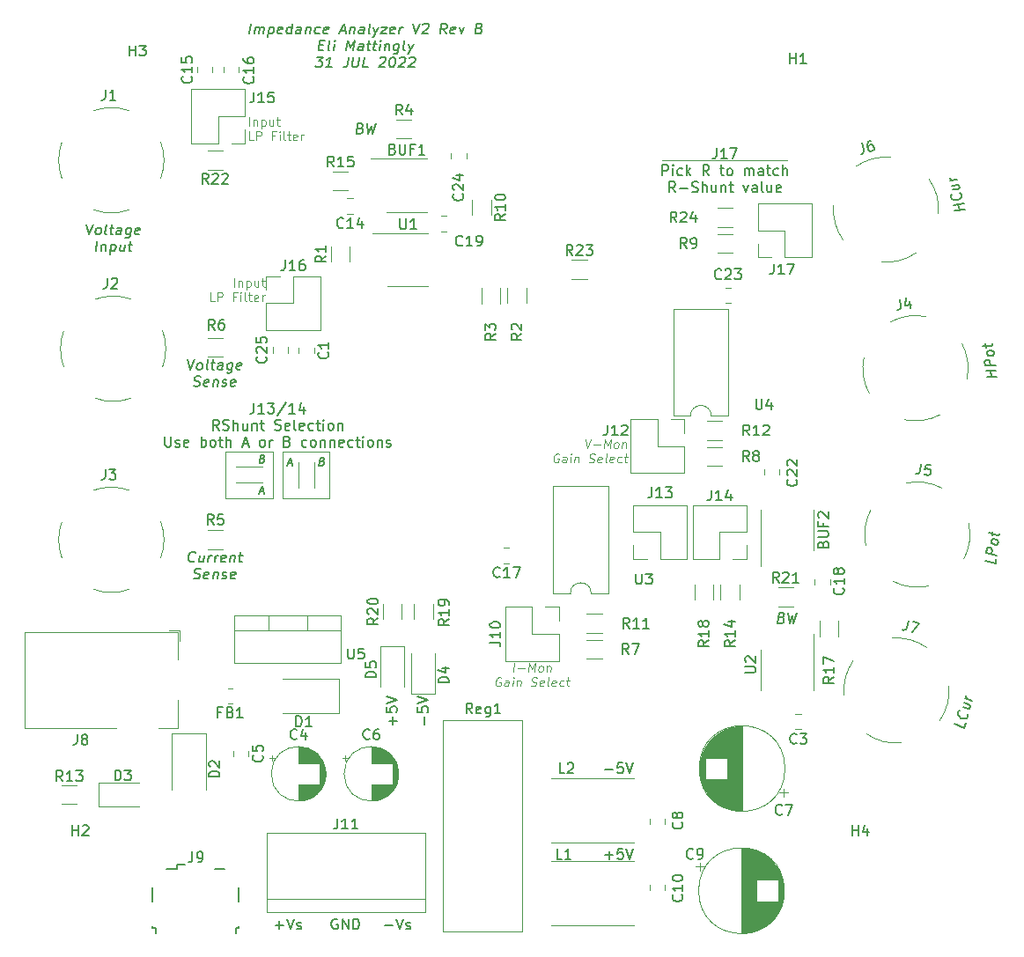
<source format=gbr>
%TF.GenerationSoftware,KiCad,Pcbnew,(6.0.0)*%
%TF.CreationDate,2022-08-23T11:31:34-04:00*%
%TF.ProjectId,Impedance_Analyzer_V2,496d7065-6461-46e6-9365-5f416e616c79,rev?*%
%TF.SameCoordinates,Original*%
%TF.FileFunction,Legend,Top*%
%TF.FilePolarity,Positive*%
%FSLAX46Y46*%
G04 Gerber Fmt 4.6, Leading zero omitted, Abs format (unit mm)*
G04 Created by KiCad (PCBNEW (6.0.0)) date 2022-08-23 11:31:34*
%MOMM*%
%LPD*%
G01*
G04 APERTURE LIST*
%ADD10C,0.120000*%
%ADD11C,0.150000*%
%ADD12C,0.100000*%
G04 APERTURE END LIST*
D10*
X90000000Y-99000000D02*
X92500000Y-99000000D01*
X96000000Y-97000000D02*
X96000000Y-99500000D01*
X94500000Y-96000000D02*
X99000000Y-96000000D01*
X99000000Y-96000000D02*
X99000000Y-100500000D01*
X99000000Y-100500000D02*
X94500000Y-100500000D01*
X94500000Y-100500000D02*
X94500000Y-96000000D01*
X131000000Y-68000000D02*
X143000000Y-68000000D01*
X89000000Y-96000000D02*
X93500000Y-96000000D01*
X93500000Y-96000000D02*
X93500000Y-100500000D01*
X93500000Y-100500000D02*
X89000000Y-100500000D01*
X89000000Y-100500000D02*
X89000000Y-96000000D01*
X90000000Y-97500000D02*
X92500000Y-97500000D01*
X97500000Y-97000000D02*
X97500000Y-99500000D01*
D11*
X85363660Y-87147380D02*
X85571994Y-88147380D01*
X86030327Y-87147380D01*
X86381517Y-88147380D02*
X86292232Y-88099761D01*
X86250565Y-88052142D01*
X86214851Y-87956904D01*
X86250565Y-87671190D01*
X86310089Y-87575952D01*
X86363660Y-87528333D01*
X86464851Y-87480714D01*
X86607708Y-87480714D01*
X86696994Y-87528333D01*
X86738660Y-87575952D01*
X86774375Y-87671190D01*
X86738660Y-87956904D01*
X86679136Y-88052142D01*
X86625565Y-88099761D01*
X86524375Y-88147380D01*
X86381517Y-88147380D01*
X87286279Y-88147380D02*
X87196994Y-88099761D01*
X87161279Y-88004523D01*
X87268422Y-87147380D01*
X87607708Y-87480714D02*
X87988660Y-87480714D01*
X87792232Y-87147380D02*
X87685089Y-88004523D01*
X87720803Y-88099761D01*
X87810089Y-88147380D01*
X87905327Y-88147380D01*
X88667232Y-88147380D02*
X88732708Y-87623571D01*
X88696994Y-87528333D01*
X88607708Y-87480714D01*
X88417232Y-87480714D01*
X88316041Y-87528333D01*
X88673184Y-88099761D02*
X88571994Y-88147380D01*
X88333898Y-88147380D01*
X88244613Y-88099761D01*
X88208898Y-88004523D01*
X88220803Y-87909285D01*
X88280327Y-87814047D01*
X88381517Y-87766428D01*
X88619613Y-87766428D01*
X88720803Y-87718809D01*
X89655327Y-87480714D02*
X89554136Y-88290238D01*
X89494613Y-88385476D01*
X89441041Y-88433095D01*
X89339851Y-88480714D01*
X89196994Y-88480714D01*
X89107708Y-88433095D01*
X89577946Y-88099761D02*
X89476755Y-88147380D01*
X89286279Y-88147380D01*
X89196994Y-88099761D01*
X89155327Y-88052142D01*
X89119613Y-87956904D01*
X89155327Y-87671190D01*
X89214851Y-87575952D01*
X89268422Y-87528333D01*
X89369613Y-87480714D01*
X89560089Y-87480714D01*
X89649375Y-87528333D01*
X90435089Y-88099761D02*
X90333898Y-88147380D01*
X90143422Y-88147380D01*
X90054136Y-88099761D01*
X90018422Y-88004523D01*
X90066041Y-87623571D01*
X90125565Y-87528333D01*
X90226755Y-87480714D01*
X90417232Y-87480714D01*
X90506517Y-87528333D01*
X90542232Y-87623571D01*
X90530327Y-87718809D01*
X90042232Y-87814047D01*
X85911279Y-89709761D02*
X86048184Y-89757380D01*
X86286279Y-89757380D01*
X86387470Y-89709761D01*
X86441041Y-89662142D01*
X86500565Y-89566904D01*
X86512470Y-89471666D01*
X86476755Y-89376428D01*
X86435089Y-89328809D01*
X86345803Y-89281190D01*
X86161279Y-89233571D01*
X86071994Y-89185952D01*
X86030327Y-89138333D01*
X85994613Y-89043095D01*
X86006517Y-88947857D01*
X86066041Y-88852619D01*
X86119613Y-88805000D01*
X86220803Y-88757380D01*
X86458898Y-88757380D01*
X86595803Y-88805000D01*
X87292232Y-89709761D02*
X87191041Y-89757380D01*
X87000565Y-89757380D01*
X86911279Y-89709761D01*
X86875565Y-89614523D01*
X86923184Y-89233571D01*
X86982708Y-89138333D01*
X87083898Y-89090714D01*
X87274375Y-89090714D01*
X87363660Y-89138333D01*
X87399375Y-89233571D01*
X87387470Y-89328809D01*
X86899375Y-89424047D01*
X87845803Y-89090714D02*
X87762470Y-89757380D01*
X87833898Y-89185952D02*
X87887470Y-89138333D01*
X87988660Y-89090714D01*
X88131517Y-89090714D01*
X88220803Y-89138333D01*
X88256517Y-89233571D01*
X88191041Y-89757380D01*
X88625565Y-89709761D02*
X88714851Y-89757380D01*
X88905327Y-89757380D01*
X89006517Y-89709761D01*
X89066041Y-89614523D01*
X89071994Y-89566904D01*
X89036279Y-89471666D01*
X88946994Y-89424047D01*
X88804136Y-89424047D01*
X88714851Y-89376428D01*
X88679136Y-89281190D01*
X88685089Y-89233571D01*
X88744613Y-89138333D01*
X88845803Y-89090714D01*
X88988660Y-89090714D01*
X89077946Y-89138333D01*
X89863660Y-89709761D02*
X89762470Y-89757380D01*
X89571994Y-89757380D01*
X89482708Y-89709761D01*
X89446994Y-89614523D01*
X89494613Y-89233571D01*
X89554136Y-89138333D01*
X89655327Y-89090714D01*
X89845803Y-89090714D01*
X89935089Y-89138333D01*
X89970803Y-89233571D01*
X89958898Y-89328809D01*
X89470803Y-89424047D01*
X75613660Y-74147380D02*
X75821994Y-75147380D01*
X76280327Y-74147380D01*
X76631517Y-75147380D02*
X76542232Y-75099761D01*
X76500565Y-75052142D01*
X76464851Y-74956904D01*
X76500565Y-74671190D01*
X76560089Y-74575952D01*
X76613660Y-74528333D01*
X76714851Y-74480714D01*
X76857708Y-74480714D01*
X76946994Y-74528333D01*
X76988660Y-74575952D01*
X77024375Y-74671190D01*
X76988660Y-74956904D01*
X76929136Y-75052142D01*
X76875565Y-75099761D01*
X76774375Y-75147380D01*
X76631517Y-75147380D01*
X77536279Y-75147380D02*
X77446994Y-75099761D01*
X77411279Y-75004523D01*
X77518422Y-74147380D01*
X77857708Y-74480714D02*
X78238660Y-74480714D01*
X78042232Y-74147380D02*
X77935089Y-75004523D01*
X77970803Y-75099761D01*
X78060089Y-75147380D01*
X78155327Y-75147380D01*
X78917232Y-75147380D02*
X78982708Y-74623571D01*
X78946994Y-74528333D01*
X78857708Y-74480714D01*
X78667232Y-74480714D01*
X78566041Y-74528333D01*
X78923184Y-75099761D02*
X78821994Y-75147380D01*
X78583898Y-75147380D01*
X78494613Y-75099761D01*
X78458898Y-75004523D01*
X78470803Y-74909285D01*
X78530327Y-74814047D01*
X78631517Y-74766428D01*
X78869613Y-74766428D01*
X78970803Y-74718809D01*
X79905327Y-74480714D02*
X79804136Y-75290238D01*
X79744613Y-75385476D01*
X79691041Y-75433095D01*
X79589851Y-75480714D01*
X79446994Y-75480714D01*
X79357708Y-75433095D01*
X79827946Y-75099761D02*
X79726755Y-75147380D01*
X79536279Y-75147380D01*
X79446994Y-75099761D01*
X79405327Y-75052142D01*
X79369613Y-74956904D01*
X79405327Y-74671190D01*
X79464851Y-74575952D01*
X79518422Y-74528333D01*
X79619613Y-74480714D01*
X79810089Y-74480714D01*
X79899375Y-74528333D01*
X80685089Y-75099761D02*
X80583898Y-75147380D01*
X80393422Y-75147380D01*
X80304136Y-75099761D01*
X80268422Y-75004523D01*
X80316041Y-74623571D01*
X80375565Y-74528333D01*
X80476755Y-74480714D01*
X80667232Y-74480714D01*
X80756517Y-74528333D01*
X80792232Y-74623571D01*
X80780327Y-74718809D01*
X80292232Y-74814047D01*
X76512470Y-76757380D02*
X76637470Y-75757380D01*
X77071994Y-76090714D02*
X76988660Y-76757380D01*
X77060089Y-76185952D02*
X77113660Y-76138333D01*
X77214851Y-76090714D01*
X77357708Y-76090714D01*
X77446994Y-76138333D01*
X77482708Y-76233571D01*
X77417232Y-76757380D01*
X77976755Y-76090714D02*
X77851755Y-77090714D01*
X77970803Y-76138333D02*
X78071994Y-76090714D01*
X78262470Y-76090714D01*
X78351755Y-76138333D01*
X78393422Y-76185952D01*
X78429136Y-76281190D01*
X78393422Y-76566904D01*
X78333898Y-76662142D01*
X78280327Y-76709761D01*
X78179136Y-76757380D01*
X77988660Y-76757380D01*
X77899375Y-76709761D01*
X79310089Y-76090714D02*
X79226755Y-76757380D01*
X78881517Y-76090714D02*
X78816041Y-76614523D01*
X78851755Y-76709761D01*
X78941041Y-76757380D01*
X79083898Y-76757380D01*
X79185089Y-76709761D01*
X79238660Y-76662142D01*
X79643422Y-76090714D02*
X80024375Y-76090714D01*
X79827946Y-75757380D02*
X79720803Y-76614523D01*
X79756517Y-76709761D01*
X79845803Y-76757380D01*
X79941041Y-76757380D01*
X160112022Y-72719247D02*
X159113744Y-72857325D01*
X159589115Y-72791573D02*
X159441218Y-72239616D01*
X159964126Y-72167289D02*
X158965848Y-72305367D01*
X159597908Y-71168517D02*
X159657770Y-71207938D01*
X159742281Y-71339353D01*
X159766930Y-71431346D01*
X159756367Y-71575910D01*
X159685943Y-71681053D01*
X159603193Y-71740200D01*
X159425370Y-71812497D01*
X159282759Y-71832223D01*
X159080286Y-71812527D01*
X158972887Y-71779681D01*
X158853163Y-71700838D01*
X158768652Y-71569424D01*
X158744003Y-71477431D01*
X158754566Y-71332866D01*
X158789778Y-71280295D01*
X158805618Y-70419483D02*
X159471137Y-70327430D01*
X158916541Y-70833451D02*
X159439448Y-70761124D01*
X159522198Y-70701977D01*
X159545085Y-70603409D01*
X159508111Y-70465420D01*
X159435925Y-70380002D01*
X159376063Y-70340581D01*
X159347890Y-69867466D02*
X158682371Y-69959518D01*
X158872519Y-69933217D02*
X158765120Y-69900371D01*
X158705259Y-69860950D01*
X158633072Y-69775532D01*
X158608423Y-69683539D01*
X163173227Y-88789771D02*
X162165562Y-88805161D01*
X162645403Y-88797833D02*
X162565875Y-88231965D01*
X163093700Y-88223904D02*
X162086035Y-88239294D01*
X163027427Y-87752348D02*
X162019762Y-87767737D01*
X161966744Y-87390492D01*
X162001473Y-87295448D01*
X162042830Y-87247560D01*
X162132171Y-87198939D01*
X162276123Y-87196740D01*
X162378718Y-87242430D01*
X162433329Y-87288853D01*
X162494568Y-87382431D01*
X162547586Y-87759676D01*
X162868372Y-86620613D02*
X162833642Y-86715657D01*
X162792286Y-86763545D01*
X162702945Y-86812167D01*
X162415041Y-86816564D01*
X162312445Y-86770874D01*
X162257834Y-86724451D01*
X162196595Y-86630873D01*
X162176713Y-86489406D01*
X162211443Y-86394362D01*
X162252800Y-86346473D01*
X162342140Y-86297852D01*
X162630045Y-86293455D01*
X162732640Y-86339145D01*
X162787251Y-86385568D01*
X162848490Y-86479146D01*
X162868372Y-86620613D01*
X162110440Y-86017849D02*
X162057422Y-85640604D01*
X161754670Y-85881512D02*
X162618383Y-85868321D01*
X162707724Y-85819700D01*
X162742453Y-85724656D01*
X162729199Y-85630345D01*
X163074306Y-106320748D02*
X163016273Y-106793389D01*
X162038961Y-106547451D01*
X163114930Y-105989899D02*
X162137617Y-105743961D01*
X162184043Y-105365849D01*
X162242189Y-105283032D01*
X162294531Y-105247479D01*
X162393411Y-105223638D01*
X162533027Y-105258771D01*
X162620302Y-105329458D01*
X162661037Y-105388434D01*
X162695969Y-105494673D01*
X162649543Y-105872786D01*
X163254209Y-104855561D02*
X163196063Y-104938378D01*
X163143721Y-104973930D01*
X163044841Y-104997772D01*
X162765609Y-104927504D01*
X162678335Y-104856817D01*
X162637599Y-104797842D01*
X162602667Y-104691602D01*
X162620077Y-104549810D01*
X162678222Y-104466993D01*
X162730564Y-104431440D01*
X162829445Y-104407599D01*
X163108677Y-104477867D01*
X163195951Y-104548553D01*
X163236687Y-104607529D01*
X163271619Y-104713768D01*
X163254209Y-104855561D01*
X162678110Y-104077169D02*
X162724536Y-103699056D01*
X162369749Y-103853397D02*
X163207446Y-104064201D01*
X163306326Y-104040360D01*
X163364471Y-103957543D01*
X163376078Y-103863014D01*
X160165969Y-122128460D02*
X160042721Y-122588425D01*
X159109148Y-122208865D01*
X160311226Y-121218379D02*
X160343358Y-121282450D01*
X160350839Y-121438513D01*
X160326190Y-121530506D01*
X160244760Y-121650421D01*
X160131199Y-121706266D01*
X160029962Y-121716114D01*
X159839814Y-121689813D01*
X159706446Y-121635590D01*
X159540948Y-121517297D01*
X159464360Y-121435152D01*
X159400098Y-121307010D01*
X159392616Y-121150947D01*
X159417266Y-121058954D01*
X159498696Y-120939038D01*
X159555476Y-120911116D01*
X159999601Y-120173551D02*
X160621983Y-120426591D01*
X159888678Y-120587519D02*
X160377693Y-120786336D01*
X160478929Y-120776489D01*
X160548035Y-120702570D01*
X160585009Y-120564580D01*
X160565202Y-120454513D01*
X160533071Y-120390443D01*
X160745230Y-119966626D02*
X160122848Y-119713587D01*
X160300671Y-119785884D02*
X160224084Y-119703739D01*
X160191953Y-119639668D01*
X160172147Y-119529601D01*
X160196796Y-119437608D01*
X104285714Y-141571428D02*
X105047619Y-141571428D01*
X105380952Y-140952380D02*
X105714285Y-141952380D01*
X106047619Y-140952380D01*
X106333333Y-141904761D02*
X106428571Y-141952380D01*
X106619047Y-141952380D01*
X106714285Y-141904761D01*
X106761904Y-141809523D01*
X106761904Y-141761904D01*
X106714285Y-141666666D01*
X106619047Y-141619047D01*
X106476190Y-141619047D01*
X106380952Y-141571428D01*
X106333333Y-141476190D01*
X106333333Y-141428571D01*
X106380952Y-141333333D01*
X106476190Y-141285714D01*
X106619047Y-141285714D01*
X106714285Y-141333333D01*
X93785714Y-141571428D02*
X94547619Y-141571428D01*
X94166666Y-141952380D02*
X94166666Y-141190476D01*
X94880952Y-140952380D02*
X95214285Y-141952380D01*
X95547619Y-140952380D01*
X95833333Y-141904761D02*
X95928571Y-141952380D01*
X96119047Y-141952380D01*
X96214285Y-141904761D01*
X96261904Y-141809523D01*
X96261904Y-141761904D01*
X96214285Y-141666666D01*
X96119047Y-141619047D01*
X95976190Y-141619047D01*
X95880952Y-141571428D01*
X95833333Y-141476190D01*
X95833333Y-141428571D01*
X95880952Y-141333333D01*
X95976190Y-141285714D01*
X96119047Y-141285714D01*
X96214285Y-141333333D01*
X99738095Y-141000000D02*
X99642857Y-140952380D01*
X99500000Y-140952380D01*
X99357142Y-141000000D01*
X99261904Y-141095238D01*
X99214285Y-141190476D01*
X99166666Y-141380952D01*
X99166666Y-141523809D01*
X99214285Y-141714285D01*
X99261904Y-141809523D01*
X99357142Y-141904761D01*
X99500000Y-141952380D01*
X99595238Y-141952380D01*
X99738095Y-141904761D01*
X99785714Y-141857142D01*
X99785714Y-141523809D01*
X99595238Y-141523809D01*
X100214285Y-141952380D02*
X100214285Y-140952380D01*
X100785714Y-141952380D01*
X100785714Y-140952380D01*
X101261904Y-141952380D02*
X101261904Y-140952380D01*
X101500000Y-140952380D01*
X101642857Y-141000000D01*
X101738095Y-141095238D01*
X101785714Y-141190476D01*
X101833333Y-141380952D01*
X101833333Y-141523809D01*
X101785714Y-141714285D01*
X101738095Y-141809523D01*
X101642857Y-141904761D01*
X101500000Y-141952380D01*
X101261904Y-141952380D01*
X142470803Y-111978571D02*
X142607708Y-112026190D01*
X142649375Y-112073809D01*
X142685089Y-112169047D01*
X142667232Y-112311904D01*
X142607708Y-112407142D01*
X142554136Y-112454761D01*
X142452946Y-112502380D01*
X142071994Y-112502380D01*
X142196994Y-111502380D01*
X142530327Y-111502380D01*
X142619613Y-111550000D01*
X142661279Y-111597619D01*
X142696994Y-111692857D01*
X142685089Y-111788095D01*
X142625565Y-111883333D01*
X142571994Y-111930952D01*
X142470803Y-111978571D01*
X142137470Y-111978571D01*
X143101755Y-111502380D02*
X143214851Y-112502380D01*
X143494613Y-111788095D01*
X143595803Y-112502380D01*
X143958898Y-111502380D01*
X125464285Y-126571428D02*
X126226190Y-126571428D01*
X127178571Y-125952380D02*
X126702380Y-125952380D01*
X126654761Y-126428571D01*
X126702380Y-126380952D01*
X126797619Y-126333333D01*
X127035714Y-126333333D01*
X127130952Y-126380952D01*
X127178571Y-126428571D01*
X127226190Y-126523809D01*
X127226190Y-126761904D01*
X127178571Y-126857142D01*
X127130952Y-126904761D01*
X127035714Y-126952380D01*
X126797619Y-126952380D01*
X126702380Y-126904761D01*
X126654761Y-126857142D01*
X127511904Y-125952380D02*
X127845238Y-126952380D01*
X128178571Y-125952380D01*
X92531674Y-96696428D02*
X92634352Y-96732142D01*
X92665602Y-96767857D01*
X92692388Y-96839285D01*
X92678995Y-96946428D01*
X92634352Y-97017857D01*
X92594174Y-97053571D01*
X92518281Y-97089285D01*
X92232566Y-97089285D01*
X92326316Y-96339285D01*
X92576316Y-96339285D01*
X92643281Y-96375000D01*
X92674531Y-96410714D01*
X92701316Y-96482142D01*
X92692388Y-96553571D01*
X92647745Y-96625000D01*
X92607566Y-96660714D01*
X92531674Y-96696428D01*
X92281674Y-96696428D01*
X108071428Y-122285714D02*
X108071428Y-121523809D01*
X107452380Y-120571428D02*
X107452380Y-121047619D01*
X107928571Y-121095238D01*
X107880952Y-121047619D01*
X107833333Y-120952380D01*
X107833333Y-120714285D01*
X107880952Y-120619047D01*
X107928571Y-120571428D01*
X108023809Y-120523809D01*
X108261904Y-120523809D01*
X108357142Y-120571428D01*
X108404761Y-120619047D01*
X108452380Y-120714285D01*
X108452380Y-120952380D01*
X108404761Y-121047619D01*
X108357142Y-121095238D01*
X107452380Y-120238095D02*
X108452380Y-119904761D01*
X107452380Y-119571428D01*
X136190476Y-66842380D02*
X136190476Y-67556666D01*
X136142857Y-67699523D01*
X136047619Y-67794761D01*
X135904761Y-67842380D01*
X135809523Y-67842380D01*
X137190476Y-67842380D02*
X136619047Y-67842380D01*
X136904761Y-67842380D02*
X136904761Y-66842380D01*
X136809523Y-66985238D01*
X136714285Y-67080476D01*
X136619047Y-67128095D01*
X137523809Y-66842380D02*
X138190476Y-66842380D01*
X137761904Y-67842380D01*
X131000000Y-69452380D02*
X131000000Y-68452380D01*
X131380952Y-68452380D01*
X131476190Y-68500000D01*
X131523809Y-68547619D01*
X131571428Y-68642857D01*
X131571428Y-68785714D01*
X131523809Y-68880952D01*
X131476190Y-68928571D01*
X131380952Y-68976190D01*
X131000000Y-68976190D01*
X132000000Y-69452380D02*
X132000000Y-68785714D01*
X132000000Y-68452380D02*
X131952380Y-68500000D01*
X132000000Y-68547619D01*
X132047619Y-68500000D01*
X132000000Y-68452380D01*
X132000000Y-68547619D01*
X132904761Y-69404761D02*
X132809523Y-69452380D01*
X132619047Y-69452380D01*
X132523809Y-69404761D01*
X132476190Y-69357142D01*
X132428571Y-69261904D01*
X132428571Y-68976190D01*
X132476190Y-68880952D01*
X132523809Y-68833333D01*
X132619047Y-68785714D01*
X132809523Y-68785714D01*
X132904761Y-68833333D01*
X133333333Y-69452380D02*
X133333333Y-68452380D01*
X133428571Y-69071428D02*
X133714285Y-69452380D01*
X133714285Y-68785714D02*
X133333333Y-69166666D01*
X135476190Y-69452380D02*
X135142857Y-68976190D01*
X134904761Y-69452380D02*
X134904761Y-68452380D01*
X135285714Y-68452380D01*
X135380952Y-68500000D01*
X135428571Y-68547619D01*
X135476190Y-68642857D01*
X135476190Y-68785714D01*
X135428571Y-68880952D01*
X135380952Y-68928571D01*
X135285714Y-68976190D01*
X134904761Y-68976190D01*
X136523809Y-68785714D02*
X136904761Y-68785714D01*
X136666666Y-68452380D02*
X136666666Y-69309523D01*
X136714285Y-69404761D01*
X136809523Y-69452380D01*
X136904761Y-69452380D01*
X137380952Y-69452380D02*
X137285714Y-69404761D01*
X137238095Y-69357142D01*
X137190476Y-69261904D01*
X137190476Y-68976190D01*
X137238095Y-68880952D01*
X137285714Y-68833333D01*
X137380952Y-68785714D01*
X137523809Y-68785714D01*
X137619047Y-68833333D01*
X137666666Y-68880952D01*
X137714285Y-68976190D01*
X137714285Y-69261904D01*
X137666666Y-69357142D01*
X137619047Y-69404761D01*
X137523809Y-69452380D01*
X137380952Y-69452380D01*
X138904761Y-69452380D02*
X138904761Y-68785714D01*
X138904761Y-68880952D02*
X138952380Y-68833333D01*
X139047619Y-68785714D01*
X139190476Y-68785714D01*
X139285714Y-68833333D01*
X139333333Y-68928571D01*
X139333333Y-69452380D01*
X139333333Y-68928571D02*
X139380952Y-68833333D01*
X139476190Y-68785714D01*
X139619047Y-68785714D01*
X139714285Y-68833333D01*
X139761904Y-68928571D01*
X139761904Y-69452380D01*
X140666666Y-69452380D02*
X140666666Y-68928571D01*
X140619047Y-68833333D01*
X140523809Y-68785714D01*
X140333333Y-68785714D01*
X140238095Y-68833333D01*
X140666666Y-69404761D02*
X140571428Y-69452380D01*
X140333333Y-69452380D01*
X140238095Y-69404761D01*
X140190476Y-69309523D01*
X140190476Y-69214285D01*
X140238095Y-69119047D01*
X140333333Y-69071428D01*
X140571428Y-69071428D01*
X140666666Y-69023809D01*
X141000000Y-68785714D02*
X141380952Y-68785714D01*
X141142857Y-68452380D02*
X141142857Y-69309523D01*
X141190476Y-69404761D01*
X141285714Y-69452380D01*
X141380952Y-69452380D01*
X142142857Y-69404761D02*
X142047619Y-69452380D01*
X141857142Y-69452380D01*
X141761904Y-69404761D01*
X141714285Y-69357142D01*
X141666666Y-69261904D01*
X141666666Y-68976190D01*
X141714285Y-68880952D01*
X141761904Y-68833333D01*
X141857142Y-68785714D01*
X142047619Y-68785714D01*
X142142857Y-68833333D01*
X142571428Y-69452380D02*
X142571428Y-68452380D01*
X143000000Y-69452380D02*
X143000000Y-68928571D01*
X142952380Y-68833333D01*
X142857142Y-68785714D01*
X142714285Y-68785714D01*
X142619047Y-68833333D01*
X142571428Y-68880952D01*
X132214285Y-71062380D02*
X131880952Y-70586190D01*
X131642857Y-71062380D02*
X131642857Y-70062380D01*
X132023809Y-70062380D01*
X132119047Y-70110000D01*
X132166666Y-70157619D01*
X132214285Y-70252857D01*
X132214285Y-70395714D01*
X132166666Y-70490952D01*
X132119047Y-70538571D01*
X132023809Y-70586190D01*
X131642857Y-70586190D01*
X132642857Y-70681428D02*
X133404761Y-70681428D01*
X133833333Y-71014761D02*
X133976190Y-71062380D01*
X134214285Y-71062380D01*
X134309523Y-71014761D01*
X134357142Y-70967142D01*
X134404761Y-70871904D01*
X134404761Y-70776666D01*
X134357142Y-70681428D01*
X134309523Y-70633809D01*
X134214285Y-70586190D01*
X134023809Y-70538571D01*
X133928571Y-70490952D01*
X133880952Y-70443333D01*
X133833333Y-70348095D01*
X133833333Y-70252857D01*
X133880952Y-70157619D01*
X133928571Y-70110000D01*
X134023809Y-70062380D01*
X134261904Y-70062380D01*
X134404761Y-70110000D01*
X134833333Y-71062380D02*
X134833333Y-70062380D01*
X135261904Y-71062380D02*
X135261904Y-70538571D01*
X135214285Y-70443333D01*
X135119047Y-70395714D01*
X134976190Y-70395714D01*
X134880952Y-70443333D01*
X134833333Y-70490952D01*
X136166666Y-70395714D02*
X136166666Y-71062380D01*
X135738095Y-70395714D02*
X135738095Y-70919523D01*
X135785714Y-71014761D01*
X135880952Y-71062380D01*
X136023809Y-71062380D01*
X136119047Y-71014761D01*
X136166666Y-70967142D01*
X136642857Y-70395714D02*
X136642857Y-71062380D01*
X136642857Y-70490952D02*
X136690476Y-70443333D01*
X136785714Y-70395714D01*
X136928571Y-70395714D01*
X137023809Y-70443333D01*
X137071428Y-70538571D01*
X137071428Y-71062380D01*
X137404761Y-70395714D02*
X137785714Y-70395714D01*
X137547619Y-70062380D02*
X137547619Y-70919523D01*
X137595238Y-71014761D01*
X137690476Y-71062380D01*
X137785714Y-71062380D01*
X138785714Y-70395714D02*
X139023809Y-71062380D01*
X139261904Y-70395714D01*
X140071428Y-71062380D02*
X140071428Y-70538571D01*
X140023809Y-70443333D01*
X139928571Y-70395714D01*
X139738095Y-70395714D01*
X139642857Y-70443333D01*
X140071428Y-71014761D02*
X139976190Y-71062380D01*
X139738095Y-71062380D01*
X139642857Y-71014761D01*
X139595238Y-70919523D01*
X139595238Y-70824285D01*
X139642857Y-70729047D01*
X139738095Y-70681428D01*
X139976190Y-70681428D01*
X140071428Y-70633809D01*
X140690476Y-71062380D02*
X140595238Y-71014761D01*
X140547619Y-70919523D01*
X140547619Y-70062380D01*
X141500000Y-70395714D02*
X141500000Y-71062380D01*
X141071428Y-70395714D02*
X141071428Y-70919523D01*
X141119047Y-71014761D01*
X141214285Y-71062380D01*
X141357142Y-71062380D01*
X141452380Y-71014761D01*
X141500000Y-70967142D01*
X142357142Y-71014761D02*
X142261904Y-71062380D01*
X142071428Y-71062380D01*
X141976190Y-71014761D01*
X141928571Y-70919523D01*
X141928571Y-70538571D01*
X141976190Y-70443333D01*
X142071428Y-70395714D01*
X142261904Y-70395714D01*
X142357142Y-70443333D01*
X142404761Y-70538571D01*
X142404761Y-70633809D01*
X141928571Y-70729047D01*
X91286279Y-55842380D02*
X91411279Y-54842380D01*
X91762470Y-55842380D02*
X91845803Y-55175714D01*
X91833898Y-55270952D02*
X91887470Y-55223333D01*
X91988660Y-55175714D01*
X92131517Y-55175714D01*
X92220803Y-55223333D01*
X92256517Y-55318571D01*
X92191041Y-55842380D01*
X92256517Y-55318571D02*
X92316041Y-55223333D01*
X92417232Y-55175714D01*
X92560089Y-55175714D01*
X92649374Y-55223333D01*
X92685089Y-55318571D01*
X92619613Y-55842380D01*
X93179136Y-55175714D02*
X93054136Y-56175714D01*
X93173184Y-55223333D02*
X93274374Y-55175714D01*
X93464851Y-55175714D01*
X93554136Y-55223333D01*
X93595803Y-55270952D01*
X93631517Y-55366190D01*
X93595803Y-55651904D01*
X93536279Y-55747142D01*
X93482708Y-55794761D01*
X93381517Y-55842380D01*
X93191041Y-55842380D01*
X93101755Y-55794761D01*
X94387470Y-55794761D02*
X94286279Y-55842380D01*
X94095803Y-55842380D01*
X94006517Y-55794761D01*
X93970803Y-55699523D01*
X94018422Y-55318571D01*
X94077946Y-55223333D01*
X94179136Y-55175714D01*
X94369613Y-55175714D01*
X94458898Y-55223333D01*
X94494613Y-55318571D01*
X94482708Y-55413809D01*
X93994613Y-55509047D01*
X95286279Y-55842380D02*
X95411279Y-54842380D01*
X95292232Y-55794761D02*
X95191041Y-55842380D01*
X95000565Y-55842380D01*
X94911279Y-55794761D01*
X94869613Y-55747142D01*
X94833898Y-55651904D01*
X94869613Y-55366190D01*
X94929136Y-55270952D01*
X94982708Y-55223333D01*
X95083898Y-55175714D01*
X95274374Y-55175714D01*
X95363660Y-55223333D01*
X96191041Y-55842380D02*
X96256517Y-55318571D01*
X96220803Y-55223333D01*
X96131517Y-55175714D01*
X95941041Y-55175714D01*
X95839851Y-55223333D01*
X96196994Y-55794761D02*
X96095803Y-55842380D01*
X95857708Y-55842380D01*
X95768422Y-55794761D01*
X95732708Y-55699523D01*
X95744613Y-55604285D01*
X95804136Y-55509047D01*
X95905327Y-55461428D01*
X96143422Y-55461428D01*
X96244613Y-55413809D01*
X96750565Y-55175714D02*
X96667232Y-55842380D01*
X96738660Y-55270952D02*
X96792232Y-55223333D01*
X96893422Y-55175714D01*
X97036279Y-55175714D01*
X97125565Y-55223333D01*
X97161279Y-55318571D01*
X97095803Y-55842380D01*
X98006517Y-55794761D02*
X97905327Y-55842380D01*
X97714851Y-55842380D01*
X97625565Y-55794761D01*
X97583898Y-55747142D01*
X97548184Y-55651904D01*
X97583898Y-55366190D01*
X97643422Y-55270952D01*
X97696994Y-55223333D01*
X97798184Y-55175714D01*
X97988660Y-55175714D01*
X98077946Y-55223333D01*
X98816041Y-55794761D02*
X98714851Y-55842380D01*
X98524374Y-55842380D01*
X98435089Y-55794761D01*
X98399374Y-55699523D01*
X98446994Y-55318571D01*
X98506517Y-55223333D01*
X98607708Y-55175714D01*
X98798184Y-55175714D01*
X98887470Y-55223333D01*
X98923184Y-55318571D01*
X98911279Y-55413809D01*
X98423184Y-55509047D01*
X100036279Y-55556666D02*
X100512470Y-55556666D01*
X99905327Y-55842380D02*
X100363660Y-54842380D01*
X100571994Y-55842380D01*
X100988660Y-55175714D02*
X100905327Y-55842380D01*
X100976755Y-55270952D02*
X101030327Y-55223333D01*
X101131517Y-55175714D01*
X101274374Y-55175714D01*
X101363660Y-55223333D01*
X101399374Y-55318571D01*
X101333898Y-55842380D01*
X102238660Y-55842380D02*
X102304136Y-55318571D01*
X102268422Y-55223333D01*
X102179136Y-55175714D01*
X101988660Y-55175714D01*
X101887470Y-55223333D01*
X102244613Y-55794761D02*
X102143422Y-55842380D01*
X101905327Y-55842380D01*
X101816041Y-55794761D01*
X101780327Y-55699523D01*
X101792232Y-55604285D01*
X101851755Y-55509047D01*
X101952946Y-55461428D01*
X102191041Y-55461428D01*
X102292232Y-55413809D01*
X102857708Y-55842380D02*
X102768422Y-55794761D01*
X102732708Y-55699523D01*
X102839851Y-54842380D01*
X103226755Y-55175714D02*
X103381517Y-55842380D01*
X103702946Y-55175714D02*
X103381517Y-55842380D01*
X103256517Y-56080476D01*
X103202946Y-56128095D01*
X103101755Y-56175714D01*
X103988660Y-55175714D02*
X104512470Y-55175714D01*
X103905327Y-55842380D01*
X104429136Y-55842380D01*
X105196994Y-55794761D02*
X105095803Y-55842380D01*
X104905327Y-55842380D01*
X104816041Y-55794761D01*
X104780327Y-55699523D01*
X104827946Y-55318571D01*
X104887470Y-55223333D01*
X104988660Y-55175714D01*
X105179136Y-55175714D01*
X105268422Y-55223333D01*
X105304136Y-55318571D01*
X105292232Y-55413809D01*
X104804136Y-55509047D01*
X105667232Y-55842380D02*
X105750565Y-55175714D01*
X105726755Y-55366190D02*
X105786279Y-55270952D01*
X105839851Y-55223333D01*
X105941041Y-55175714D01*
X106036279Y-55175714D01*
X107030327Y-54842380D02*
X107238660Y-55842380D01*
X107696994Y-54842380D01*
X107970803Y-54937619D02*
X108024374Y-54890000D01*
X108125565Y-54842380D01*
X108363660Y-54842380D01*
X108452946Y-54890000D01*
X108494613Y-54937619D01*
X108530327Y-55032857D01*
X108518422Y-55128095D01*
X108452946Y-55270952D01*
X107810089Y-55842380D01*
X108429136Y-55842380D01*
X110191041Y-55842380D02*
X109917232Y-55366190D01*
X109619613Y-55842380D02*
X109744613Y-54842380D01*
X110125565Y-54842380D01*
X110214851Y-54890000D01*
X110256517Y-54937619D01*
X110292232Y-55032857D01*
X110274374Y-55175714D01*
X110214851Y-55270952D01*
X110161279Y-55318571D01*
X110060089Y-55366190D01*
X109679136Y-55366190D01*
X111006517Y-55794761D02*
X110905327Y-55842380D01*
X110714851Y-55842380D01*
X110625565Y-55794761D01*
X110589851Y-55699523D01*
X110637470Y-55318571D01*
X110696994Y-55223333D01*
X110798184Y-55175714D01*
X110988660Y-55175714D01*
X111077946Y-55223333D01*
X111113660Y-55318571D01*
X111101755Y-55413809D01*
X110613660Y-55509047D01*
X111464851Y-55175714D02*
X111619613Y-55842380D01*
X111941041Y-55175714D01*
X113399374Y-55318571D02*
X113536279Y-55366190D01*
X113577946Y-55413809D01*
X113613660Y-55509047D01*
X113595803Y-55651904D01*
X113536279Y-55747142D01*
X113482708Y-55794761D01*
X113381517Y-55842380D01*
X113000565Y-55842380D01*
X113125565Y-54842380D01*
X113458898Y-54842380D01*
X113548184Y-54890000D01*
X113589851Y-54937619D01*
X113625565Y-55032857D01*
X113613660Y-55128095D01*
X113554136Y-55223333D01*
X113500565Y-55270952D01*
X113399374Y-55318571D01*
X113066041Y-55318571D01*
X97994613Y-56928571D02*
X98327946Y-56928571D01*
X98405327Y-57452380D02*
X97929136Y-57452380D01*
X98054136Y-56452380D01*
X98530327Y-56452380D01*
X98976755Y-57452380D02*
X98887470Y-57404761D01*
X98851755Y-57309523D01*
X98958898Y-56452380D01*
X99357708Y-57452380D02*
X99441041Y-56785714D01*
X99482708Y-56452380D02*
X99429136Y-56500000D01*
X99470803Y-56547619D01*
X99524375Y-56500000D01*
X99482708Y-56452380D01*
X99470803Y-56547619D01*
X100595803Y-57452380D02*
X100720803Y-56452380D01*
X100964851Y-57166666D01*
X101387470Y-56452380D01*
X101262470Y-57452380D01*
X102167232Y-57452380D02*
X102232708Y-56928571D01*
X102196994Y-56833333D01*
X102107708Y-56785714D01*
X101917232Y-56785714D01*
X101816041Y-56833333D01*
X102173184Y-57404761D02*
X102071994Y-57452380D01*
X101833898Y-57452380D01*
X101744613Y-57404761D01*
X101708898Y-57309523D01*
X101720803Y-57214285D01*
X101780327Y-57119047D01*
X101881517Y-57071428D01*
X102119613Y-57071428D01*
X102220803Y-57023809D01*
X102583898Y-56785714D02*
X102964851Y-56785714D01*
X102768422Y-56452380D02*
X102661279Y-57309523D01*
X102696994Y-57404761D01*
X102786279Y-57452380D01*
X102881517Y-57452380D01*
X103155327Y-56785714D02*
X103536279Y-56785714D01*
X103339851Y-56452380D02*
X103232708Y-57309523D01*
X103268422Y-57404761D01*
X103357708Y-57452380D01*
X103452946Y-57452380D01*
X103786279Y-57452380D02*
X103869613Y-56785714D01*
X103911279Y-56452380D02*
X103857708Y-56500000D01*
X103899375Y-56547619D01*
X103952946Y-56500000D01*
X103911279Y-56452380D01*
X103899375Y-56547619D01*
X104345803Y-56785714D02*
X104262470Y-57452380D01*
X104333898Y-56880952D02*
X104387470Y-56833333D01*
X104488660Y-56785714D01*
X104631517Y-56785714D01*
X104720803Y-56833333D01*
X104756517Y-56928571D01*
X104691041Y-57452380D01*
X105679136Y-56785714D02*
X105577946Y-57595238D01*
X105518422Y-57690476D01*
X105464851Y-57738095D01*
X105363660Y-57785714D01*
X105220803Y-57785714D01*
X105131517Y-57738095D01*
X105601755Y-57404761D02*
X105500565Y-57452380D01*
X105310089Y-57452380D01*
X105220803Y-57404761D01*
X105179136Y-57357142D01*
X105143422Y-57261904D01*
X105179136Y-56976190D01*
X105238660Y-56880952D01*
X105292232Y-56833333D01*
X105393422Y-56785714D01*
X105583898Y-56785714D01*
X105673184Y-56833333D01*
X106214851Y-57452380D02*
X106125565Y-57404761D01*
X106089851Y-57309523D01*
X106196994Y-56452380D01*
X106583898Y-56785714D02*
X106738660Y-57452380D01*
X107060089Y-56785714D02*
X106738660Y-57452380D01*
X106613660Y-57690476D01*
X106560089Y-57738095D01*
X106458898Y-57785714D01*
X97744613Y-58062380D02*
X98363660Y-58062380D01*
X97982708Y-58443333D01*
X98125565Y-58443333D01*
X98214851Y-58490952D01*
X98256517Y-58538571D01*
X98292232Y-58633809D01*
X98262470Y-58871904D01*
X98202946Y-58967142D01*
X98149375Y-59014761D01*
X98048184Y-59062380D01*
X97762470Y-59062380D01*
X97673184Y-59014761D01*
X97631517Y-58967142D01*
X99191041Y-59062380D02*
X98619613Y-59062380D01*
X98905327Y-59062380D02*
X99030327Y-58062380D01*
X98917232Y-58205238D01*
X98810089Y-58300476D01*
X98708898Y-58348095D01*
X100792232Y-58062380D02*
X100702946Y-58776666D01*
X100637470Y-58919523D01*
X100530327Y-59014761D01*
X100381517Y-59062380D01*
X100286279Y-59062380D01*
X101268422Y-58062380D02*
X101167232Y-58871904D01*
X101202946Y-58967142D01*
X101244613Y-59014761D01*
X101333898Y-59062380D01*
X101524375Y-59062380D01*
X101625565Y-59014761D01*
X101679136Y-58967142D01*
X101738660Y-58871904D01*
X101839851Y-58062380D01*
X102667232Y-59062380D02*
X102191041Y-59062380D01*
X102316041Y-58062380D01*
X103827946Y-58157619D02*
X103881517Y-58110000D01*
X103982708Y-58062380D01*
X104220803Y-58062380D01*
X104310089Y-58110000D01*
X104351755Y-58157619D01*
X104387470Y-58252857D01*
X104375565Y-58348095D01*
X104310089Y-58490952D01*
X103667232Y-59062380D01*
X104286279Y-59062380D01*
X105030327Y-58062380D02*
X105125565Y-58062380D01*
X105214851Y-58110000D01*
X105256517Y-58157619D01*
X105292232Y-58252857D01*
X105316041Y-58443333D01*
X105286279Y-58681428D01*
X105214851Y-58871904D01*
X105155327Y-58967142D01*
X105101755Y-59014761D01*
X105000565Y-59062380D01*
X104905327Y-59062380D01*
X104816041Y-59014761D01*
X104774375Y-58967142D01*
X104738660Y-58871904D01*
X104714851Y-58681428D01*
X104744613Y-58443333D01*
X104816041Y-58252857D01*
X104875565Y-58157619D01*
X104929136Y-58110000D01*
X105030327Y-58062380D01*
X105732708Y-58157619D02*
X105786279Y-58110000D01*
X105887470Y-58062380D01*
X106125565Y-58062380D01*
X106214851Y-58110000D01*
X106256517Y-58157619D01*
X106292232Y-58252857D01*
X106280327Y-58348095D01*
X106214851Y-58490952D01*
X105571994Y-59062380D01*
X106191041Y-59062380D01*
X106685089Y-58157619D02*
X106738660Y-58110000D01*
X106839851Y-58062380D01*
X107077946Y-58062380D01*
X107167232Y-58110000D01*
X107208898Y-58157619D01*
X107244613Y-58252857D01*
X107232708Y-58348095D01*
X107167232Y-58490952D01*
X106524375Y-59062380D01*
X107143422Y-59062380D01*
D12*
X116638575Y-117200273D02*
X116744825Y-116350273D01*
X117083813Y-116876464D02*
X117731433Y-116876464D01*
X118095718Y-117200273D02*
X118201968Y-116350273D01*
X118409409Y-116957416D01*
X118768635Y-116350273D01*
X118662385Y-117200273D01*
X119188575Y-117200273D02*
X119112683Y-117159797D01*
X119077266Y-117119321D01*
X119046909Y-117038369D01*
X119077266Y-116795511D01*
X119127861Y-116714559D01*
X119173397Y-116674083D01*
X119259409Y-116633607D01*
X119380837Y-116633607D01*
X119456730Y-116674083D01*
X119492147Y-116714559D01*
X119522504Y-116795511D01*
X119492147Y-117038369D01*
X119441552Y-117119321D01*
X119396016Y-117159797D01*
X119310004Y-117200273D01*
X119188575Y-117200273D01*
X119907028Y-116633607D02*
X119836194Y-117200273D01*
X119896909Y-116714559D02*
X119942444Y-116674083D01*
X120028456Y-116633607D01*
X120149885Y-116633607D01*
X120225778Y-116674083D01*
X120256135Y-116755035D01*
X120200480Y-117200273D01*
X115485004Y-117759250D02*
X115409111Y-117718773D01*
X115287683Y-117718773D01*
X115161194Y-117759250D01*
X115070123Y-117840202D01*
X115019528Y-117921154D01*
X114958813Y-118083059D01*
X114943635Y-118204488D01*
X114963873Y-118366392D01*
X114994230Y-118447345D01*
X115065063Y-118528297D01*
X115181433Y-118568773D01*
X115262385Y-118568773D01*
X115388873Y-118528297D01*
X115434409Y-118487821D01*
X115469825Y-118204488D01*
X115307921Y-118204488D01*
X116152861Y-118568773D02*
X116208516Y-118123535D01*
X116178159Y-118042583D01*
X116102266Y-118002107D01*
X115940361Y-118002107D01*
X115854349Y-118042583D01*
X116157921Y-118528297D02*
X116071909Y-118568773D01*
X115869528Y-118568773D01*
X115793635Y-118528297D01*
X115763278Y-118447345D01*
X115773397Y-118366392D01*
X115823992Y-118285440D01*
X115910004Y-118244964D01*
X116112385Y-118244964D01*
X116198397Y-118204488D01*
X116557623Y-118568773D02*
X116628456Y-118002107D01*
X116663873Y-117718773D02*
X116618337Y-117759250D01*
X116653754Y-117799726D01*
X116699290Y-117759250D01*
X116663873Y-117718773D01*
X116653754Y-117799726D01*
X117033218Y-118002107D02*
X116962385Y-118568773D01*
X117023099Y-118083059D02*
X117068635Y-118042583D01*
X117154647Y-118002107D01*
X117276075Y-118002107D01*
X117351968Y-118042583D01*
X117382325Y-118123535D01*
X117326671Y-118568773D01*
X118343635Y-118528297D02*
X118460004Y-118568773D01*
X118662385Y-118568773D01*
X118748397Y-118528297D01*
X118793933Y-118487821D01*
X118844528Y-118406869D01*
X118854647Y-118325916D01*
X118824290Y-118244964D01*
X118788873Y-118204488D01*
X118712980Y-118164011D01*
X118556135Y-118123535D01*
X118480242Y-118083059D01*
X118444825Y-118042583D01*
X118414468Y-117961630D01*
X118424587Y-117880678D01*
X118475183Y-117799726D01*
X118520718Y-117759250D01*
X118606730Y-117718773D01*
X118809111Y-117718773D01*
X118925480Y-117759250D01*
X119517444Y-118528297D02*
X119431433Y-118568773D01*
X119269528Y-118568773D01*
X119193635Y-118528297D01*
X119163278Y-118447345D01*
X119203754Y-118123535D01*
X119254349Y-118042583D01*
X119340361Y-118002107D01*
X119502266Y-118002107D01*
X119578159Y-118042583D01*
X119608516Y-118123535D01*
X119598397Y-118204488D01*
X119183516Y-118285440D01*
X120038575Y-118568773D02*
X119962683Y-118528297D01*
X119932325Y-118447345D01*
X120023397Y-117718773D01*
X120691254Y-118528297D02*
X120605242Y-118568773D01*
X120443337Y-118568773D01*
X120367444Y-118528297D01*
X120337087Y-118447345D01*
X120377563Y-118123535D01*
X120428159Y-118042583D01*
X120514171Y-118002107D01*
X120676075Y-118002107D01*
X120751968Y-118042583D01*
X120782325Y-118123535D01*
X120772206Y-118204488D01*
X120357325Y-118285440D01*
X121460302Y-118528297D02*
X121374290Y-118568773D01*
X121212385Y-118568773D01*
X121136492Y-118528297D01*
X121101075Y-118487821D01*
X121070718Y-118406869D01*
X121101075Y-118164011D01*
X121151671Y-118083059D01*
X121197206Y-118042583D01*
X121283218Y-118002107D01*
X121445123Y-118002107D01*
X121521016Y-118042583D01*
X121768933Y-118002107D02*
X122092742Y-118002107D01*
X121925778Y-117718773D02*
X121834706Y-118447345D01*
X121865063Y-118528297D01*
X121940956Y-118568773D01*
X122021909Y-118568773D01*
D11*
X101970803Y-64928571D02*
X102107708Y-64976190D01*
X102149375Y-65023809D01*
X102185089Y-65119047D01*
X102167232Y-65261904D01*
X102107708Y-65357142D01*
X102054136Y-65404761D01*
X101952946Y-65452380D01*
X101571994Y-65452380D01*
X101696994Y-64452380D01*
X102030327Y-64452380D01*
X102119613Y-64500000D01*
X102161279Y-64547619D01*
X102196994Y-64642857D01*
X102185089Y-64738095D01*
X102125565Y-64833333D01*
X102071994Y-64880952D01*
X101970803Y-64928571D01*
X101637470Y-64928571D01*
X102601755Y-64452380D02*
X102714851Y-65452380D01*
X102994613Y-64738095D01*
X103095803Y-65452380D01*
X103458898Y-64452380D01*
X92277209Y-99875000D02*
X92634352Y-99875000D01*
X92178995Y-100089285D02*
X92522745Y-99339285D01*
X92678995Y-100089285D01*
D12*
X89834761Y-80175273D02*
X89834761Y-79325273D01*
X90239523Y-79608607D02*
X90239523Y-80175273D01*
X90239523Y-79689559D02*
X90280000Y-79649083D01*
X90360952Y-79608607D01*
X90482380Y-79608607D01*
X90563333Y-79649083D01*
X90603809Y-79730035D01*
X90603809Y-80175273D01*
X91008571Y-79608607D02*
X91008571Y-80458607D01*
X91008571Y-79649083D02*
X91089523Y-79608607D01*
X91251428Y-79608607D01*
X91332380Y-79649083D01*
X91372857Y-79689559D01*
X91413333Y-79770511D01*
X91413333Y-80013369D01*
X91372857Y-80094321D01*
X91332380Y-80134797D01*
X91251428Y-80175273D01*
X91089523Y-80175273D01*
X91008571Y-80134797D01*
X92141904Y-79608607D02*
X92141904Y-80175273D01*
X91777619Y-79608607D02*
X91777619Y-80053845D01*
X91818095Y-80134797D01*
X91899047Y-80175273D01*
X92020476Y-80175273D01*
X92101428Y-80134797D01*
X92141904Y-80094321D01*
X92425238Y-79608607D02*
X92749047Y-79608607D01*
X92546666Y-79325273D02*
X92546666Y-80053845D01*
X92587142Y-80134797D01*
X92668095Y-80175273D01*
X92749047Y-80175273D01*
X87932380Y-81543773D02*
X87527619Y-81543773D01*
X87527619Y-80693773D01*
X88215714Y-81543773D02*
X88215714Y-80693773D01*
X88539523Y-80693773D01*
X88620476Y-80734250D01*
X88660952Y-80774726D01*
X88701428Y-80855678D01*
X88701428Y-80977107D01*
X88660952Y-81058059D01*
X88620476Y-81098535D01*
X88539523Y-81139011D01*
X88215714Y-81139011D01*
X89996666Y-81098535D02*
X89713333Y-81098535D01*
X89713333Y-81543773D02*
X89713333Y-80693773D01*
X90118095Y-80693773D01*
X90441904Y-81543773D02*
X90441904Y-80977107D01*
X90441904Y-80693773D02*
X90401428Y-80734250D01*
X90441904Y-80774726D01*
X90482380Y-80734250D01*
X90441904Y-80693773D01*
X90441904Y-80774726D01*
X90968095Y-81543773D02*
X90887142Y-81503297D01*
X90846666Y-81422345D01*
X90846666Y-80693773D01*
X91170476Y-80977107D02*
X91494285Y-80977107D01*
X91291904Y-80693773D02*
X91291904Y-81422345D01*
X91332380Y-81503297D01*
X91413333Y-81543773D01*
X91494285Y-81543773D01*
X92101428Y-81503297D02*
X92020476Y-81543773D01*
X91858571Y-81543773D01*
X91777619Y-81503297D01*
X91737142Y-81422345D01*
X91737142Y-81098535D01*
X91777619Y-81017583D01*
X91858571Y-80977107D01*
X92020476Y-80977107D01*
X92101428Y-81017583D01*
X92141904Y-81098535D01*
X92141904Y-81179488D01*
X91737142Y-81260440D01*
X92506190Y-81543773D02*
X92506190Y-80977107D01*
X92506190Y-81139011D02*
X92546666Y-81058059D01*
X92587142Y-81017583D01*
X92668095Y-80977107D01*
X92749047Y-80977107D01*
D11*
X98281674Y-96946428D02*
X98384352Y-96982142D01*
X98415602Y-97017857D01*
X98442388Y-97089285D01*
X98428995Y-97196428D01*
X98384352Y-97267857D01*
X98344174Y-97303571D01*
X98268281Y-97339285D01*
X97982566Y-97339285D01*
X98076316Y-96589285D01*
X98326316Y-96589285D01*
X98393281Y-96625000D01*
X98424531Y-96660714D01*
X98451316Y-96732142D01*
X98442388Y-96803571D01*
X98397745Y-96875000D01*
X98357566Y-96910714D01*
X98281674Y-96946428D01*
X98031674Y-96946428D01*
X125464285Y-134821428D02*
X126226190Y-134821428D01*
X125845238Y-135202380D02*
X125845238Y-134440476D01*
X127178571Y-134202380D02*
X126702380Y-134202380D01*
X126654761Y-134678571D01*
X126702380Y-134630952D01*
X126797619Y-134583333D01*
X127035714Y-134583333D01*
X127130952Y-134630952D01*
X127178571Y-134678571D01*
X127226190Y-134773809D01*
X127226190Y-135011904D01*
X127178571Y-135107142D01*
X127130952Y-135154761D01*
X127035714Y-135202380D01*
X126797619Y-135202380D01*
X126702380Y-135154761D01*
X126654761Y-135107142D01*
X127511904Y-134202380D02*
X127845238Y-135202380D01*
X128178571Y-134202380D01*
X85988660Y-106552142D02*
X85935089Y-106599761D01*
X85786279Y-106647380D01*
X85691041Y-106647380D01*
X85554136Y-106599761D01*
X85470803Y-106504523D01*
X85435089Y-106409285D01*
X85411279Y-106218809D01*
X85429136Y-106075952D01*
X85500565Y-105885476D01*
X85560089Y-105790238D01*
X85667232Y-105695000D01*
X85816041Y-105647380D01*
X85911279Y-105647380D01*
X86048184Y-105695000D01*
X86089851Y-105742619D01*
X86917232Y-105980714D02*
X86833898Y-106647380D01*
X86488660Y-105980714D02*
X86423184Y-106504523D01*
X86458898Y-106599761D01*
X86548184Y-106647380D01*
X86691041Y-106647380D01*
X86792232Y-106599761D01*
X86845803Y-106552142D01*
X87310089Y-106647380D02*
X87393422Y-105980714D01*
X87369613Y-106171190D02*
X87429136Y-106075952D01*
X87482708Y-106028333D01*
X87583898Y-105980714D01*
X87679136Y-105980714D01*
X87929136Y-106647380D02*
X88012470Y-105980714D01*
X87988660Y-106171190D02*
X88048184Y-106075952D01*
X88101755Y-106028333D01*
X88202946Y-105980714D01*
X88298184Y-105980714D01*
X88935089Y-106599761D02*
X88833898Y-106647380D01*
X88643422Y-106647380D01*
X88554136Y-106599761D01*
X88518422Y-106504523D01*
X88566041Y-106123571D01*
X88625565Y-106028333D01*
X88726755Y-105980714D01*
X88917232Y-105980714D01*
X89006517Y-106028333D01*
X89042232Y-106123571D01*
X89030327Y-106218809D01*
X88542232Y-106314047D01*
X89488660Y-105980714D02*
X89405327Y-106647380D01*
X89476755Y-106075952D02*
X89530327Y-106028333D01*
X89631517Y-105980714D01*
X89774375Y-105980714D01*
X89863660Y-106028333D01*
X89899375Y-106123571D01*
X89833898Y-106647380D01*
X90250565Y-105980714D02*
X90631517Y-105980714D01*
X90435089Y-105647380D02*
X90327946Y-106504523D01*
X90363660Y-106599761D01*
X90452946Y-106647380D01*
X90548184Y-106647380D01*
X85911279Y-108209761D02*
X86048184Y-108257380D01*
X86286279Y-108257380D01*
X86387470Y-108209761D01*
X86441041Y-108162142D01*
X86500565Y-108066904D01*
X86512470Y-107971666D01*
X86476755Y-107876428D01*
X86435089Y-107828809D01*
X86345803Y-107781190D01*
X86161279Y-107733571D01*
X86071994Y-107685952D01*
X86030327Y-107638333D01*
X85994613Y-107543095D01*
X86006517Y-107447857D01*
X86066041Y-107352619D01*
X86119613Y-107305000D01*
X86220803Y-107257380D01*
X86458898Y-107257380D01*
X86595803Y-107305000D01*
X87292232Y-108209761D02*
X87191041Y-108257380D01*
X87000565Y-108257380D01*
X86911279Y-108209761D01*
X86875565Y-108114523D01*
X86923184Y-107733571D01*
X86982708Y-107638333D01*
X87083898Y-107590714D01*
X87274375Y-107590714D01*
X87363660Y-107638333D01*
X87399375Y-107733571D01*
X87387470Y-107828809D01*
X86899375Y-107924047D01*
X87845803Y-107590714D02*
X87762470Y-108257380D01*
X87833898Y-107685952D02*
X87887470Y-107638333D01*
X87988660Y-107590714D01*
X88131517Y-107590714D01*
X88220803Y-107638333D01*
X88256517Y-107733571D01*
X88191041Y-108257380D01*
X88625565Y-108209761D02*
X88714851Y-108257380D01*
X88905327Y-108257380D01*
X89006517Y-108209761D01*
X89066041Y-108114523D01*
X89071994Y-108066904D01*
X89036279Y-107971666D01*
X88946994Y-107924047D01*
X88804136Y-107924047D01*
X88714851Y-107876428D01*
X88679136Y-107781190D01*
X88685089Y-107733571D01*
X88744613Y-107638333D01*
X88845803Y-107590714D01*
X88988660Y-107590714D01*
X89077946Y-107638333D01*
X89863660Y-108209761D02*
X89762470Y-108257380D01*
X89571994Y-108257380D01*
X89482708Y-108209761D01*
X89446994Y-108114523D01*
X89494613Y-107733571D01*
X89554136Y-107638333D01*
X89655327Y-107590714D01*
X89845803Y-107590714D01*
X89935089Y-107638333D01*
X89970803Y-107733571D01*
X89958898Y-107828809D01*
X89470803Y-107924047D01*
X91714285Y-91342380D02*
X91714285Y-92056666D01*
X91666666Y-92199523D01*
X91571428Y-92294761D01*
X91428571Y-92342380D01*
X91333333Y-92342380D01*
X92714285Y-92342380D02*
X92142857Y-92342380D01*
X92428571Y-92342380D02*
X92428571Y-91342380D01*
X92333333Y-91485238D01*
X92238095Y-91580476D01*
X92142857Y-91628095D01*
X93047619Y-91342380D02*
X93666666Y-91342380D01*
X93333333Y-91723333D01*
X93476190Y-91723333D01*
X93571428Y-91770952D01*
X93619047Y-91818571D01*
X93666666Y-91913809D01*
X93666666Y-92151904D01*
X93619047Y-92247142D01*
X93571428Y-92294761D01*
X93476190Y-92342380D01*
X93190476Y-92342380D01*
X93095238Y-92294761D01*
X93047619Y-92247142D01*
X94809523Y-91294761D02*
X93952380Y-92580476D01*
X95666666Y-92342380D02*
X95095238Y-92342380D01*
X95380952Y-92342380D02*
X95380952Y-91342380D01*
X95285714Y-91485238D01*
X95190476Y-91580476D01*
X95095238Y-91628095D01*
X96523809Y-91675714D02*
X96523809Y-92342380D01*
X96285714Y-91294761D02*
X96047619Y-92009047D01*
X96666666Y-92009047D01*
X88357142Y-93952380D02*
X88023809Y-93476190D01*
X87785714Y-93952380D02*
X87785714Y-92952380D01*
X88166666Y-92952380D01*
X88261904Y-93000000D01*
X88309523Y-93047619D01*
X88357142Y-93142857D01*
X88357142Y-93285714D01*
X88309523Y-93380952D01*
X88261904Y-93428571D01*
X88166666Y-93476190D01*
X87785714Y-93476190D01*
X88738095Y-93904761D02*
X88880952Y-93952380D01*
X89119047Y-93952380D01*
X89214285Y-93904761D01*
X89261904Y-93857142D01*
X89309523Y-93761904D01*
X89309523Y-93666666D01*
X89261904Y-93571428D01*
X89214285Y-93523809D01*
X89119047Y-93476190D01*
X88928571Y-93428571D01*
X88833333Y-93380952D01*
X88785714Y-93333333D01*
X88738095Y-93238095D01*
X88738095Y-93142857D01*
X88785714Y-93047619D01*
X88833333Y-93000000D01*
X88928571Y-92952380D01*
X89166666Y-92952380D01*
X89309523Y-93000000D01*
X89738095Y-93952380D02*
X89738095Y-92952380D01*
X90166666Y-93952380D02*
X90166666Y-93428571D01*
X90119047Y-93333333D01*
X90023809Y-93285714D01*
X89880952Y-93285714D01*
X89785714Y-93333333D01*
X89738095Y-93380952D01*
X91071428Y-93285714D02*
X91071428Y-93952380D01*
X90642857Y-93285714D02*
X90642857Y-93809523D01*
X90690476Y-93904761D01*
X90785714Y-93952380D01*
X90928571Y-93952380D01*
X91023809Y-93904761D01*
X91071428Y-93857142D01*
X91547619Y-93285714D02*
X91547619Y-93952380D01*
X91547619Y-93380952D02*
X91595238Y-93333333D01*
X91690476Y-93285714D01*
X91833333Y-93285714D01*
X91928571Y-93333333D01*
X91976190Y-93428571D01*
X91976190Y-93952380D01*
X92309523Y-93285714D02*
X92690476Y-93285714D01*
X92452380Y-92952380D02*
X92452380Y-93809523D01*
X92500000Y-93904761D01*
X92595238Y-93952380D01*
X92690476Y-93952380D01*
X93738095Y-93904761D02*
X93880952Y-93952380D01*
X94119047Y-93952380D01*
X94214285Y-93904761D01*
X94261904Y-93857142D01*
X94309523Y-93761904D01*
X94309523Y-93666666D01*
X94261904Y-93571428D01*
X94214285Y-93523809D01*
X94119047Y-93476190D01*
X93928571Y-93428571D01*
X93833333Y-93380952D01*
X93785714Y-93333333D01*
X93738095Y-93238095D01*
X93738095Y-93142857D01*
X93785714Y-93047619D01*
X93833333Y-93000000D01*
X93928571Y-92952380D01*
X94166666Y-92952380D01*
X94309523Y-93000000D01*
X95119047Y-93904761D02*
X95023809Y-93952380D01*
X94833333Y-93952380D01*
X94738095Y-93904761D01*
X94690476Y-93809523D01*
X94690476Y-93428571D01*
X94738095Y-93333333D01*
X94833333Y-93285714D01*
X95023809Y-93285714D01*
X95119047Y-93333333D01*
X95166666Y-93428571D01*
X95166666Y-93523809D01*
X94690476Y-93619047D01*
X95738095Y-93952380D02*
X95642857Y-93904761D01*
X95595238Y-93809523D01*
X95595238Y-92952380D01*
X96500000Y-93904761D02*
X96404761Y-93952380D01*
X96214285Y-93952380D01*
X96119047Y-93904761D01*
X96071428Y-93809523D01*
X96071428Y-93428571D01*
X96119047Y-93333333D01*
X96214285Y-93285714D01*
X96404761Y-93285714D01*
X96500000Y-93333333D01*
X96547619Y-93428571D01*
X96547619Y-93523809D01*
X96071428Y-93619047D01*
X97404761Y-93904761D02*
X97309523Y-93952380D01*
X97119047Y-93952380D01*
X97023809Y-93904761D01*
X96976190Y-93857142D01*
X96928571Y-93761904D01*
X96928571Y-93476190D01*
X96976190Y-93380952D01*
X97023809Y-93333333D01*
X97119047Y-93285714D01*
X97309523Y-93285714D01*
X97404761Y-93333333D01*
X97690476Y-93285714D02*
X98071428Y-93285714D01*
X97833333Y-92952380D02*
X97833333Y-93809523D01*
X97880952Y-93904761D01*
X97976190Y-93952380D01*
X98071428Y-93952380D01*
X98404761Y-93952380D02*
X98404761Y-93285714D01*
X98404761Y-92952380D02*
X98357142Y-93000000D01*
X98404761Y-93047619D01*
X98452380Y-93000000D01*
X98404761Y-92952380D01*
X98404761Y-93047619D01*
X99023809Y-93952380D02*
X98928571Y-93904761D01*
X98880952Y-93857142D01*
X98833333Y-93761904D01*
X98833333Y-93476190D01*
X98880952Y-93380952D01*
X98928571Y-93333333D01*
X99023809Y-93285714D01*
X99166666Y-93285714D01*
X99261904Y-93333333D01*
X99309523Y-93380952D01*
X99357142Y-93476190D01*
X99357142Y-93761904D01*
X99309523Y-93857142D01*
X99261904Y-93904761D01*
X99166666Y-93952380D01*
X99023809Y-93952380D01*
X99785714Y-93285714D02*
X99785714Y-93952380D01*
X99785714Y-93380952D02*
X99833333Y-93333333D01*
X99928571Y-93285714D01*
X100071428Y-93285714D01*
X100166666Y-93333333D01*
X100214285Y-93428571D01*
X100214285Y-93952380D01*
X83166666Y-94562380D02*
X83166666Y-95371904D01*
X83214285Y-95467142D01*
X83261904Y-95514761D01*
X83357142Y-95562380D01*
X83547619Y-95562380D01*
X83642857Y-95514761D01*
X83690476Y-95467142D01*
X83738095Y-95371904D01*
X83738095Y-94562380D01*
X84166666Y-95514761D02*
X84261904Y-95562380D01*
X84452380Y-95562380D01*
X84547619Y-95514761D01*
X84595238Y-95419523D01*
X84595238Y-95371904D01*
X84547619Y-95276666D01*
X84452380Y-95229047D01*
X84309523Y-95229047D01*
X84214285Y-95181428D01*
X84166666Y-95086190D01*
X84166666Y-95038571D01*
X84214285Y-94943333D01*
X84309523Y-94895714D01*
X84452380Y-94895714D01*
X84547619Y-94943333D01*
X85404761Y-95514761D02*
X85309523Y-95562380D01*
X85119047Y-95562380D01*
X85023809Y-95514761D01*
X84976190Y-95419523D01*
X84976190Y-95038571D01*
X85023809Y-94943333D01*
X85119047Y-94895714D01*
X85309523Y-94895714D01*
X85404761Y-94943333D01*
X85452380Y-95038571D01*
X85452380Y-95133809D01*
X84976190Y-95229047D01*
X86642857Y-95562380D02*
X86642857Y-94562380D01*
X86642857Y-94943333D02*
X86738095Y-94895714D01*
X86928571Y-94895714D01*
X87023809Y-94943333D01*
X87071428Y-94990952D01*
X87119047Y-95086190D01*
X87119047Y-95371904D01*
X87071428Y-95467142D01*
X87023809Y-95514761D01*
X86928571Y-95562380D01*
X86738095Y-95562380D01*
X86642857Y-95514761D01*
X87690476Y-95562380D02*
X87595238Y-95514761D01*
X87547619Y-95467142D01*
X87500000Y-95371904D01*
X87500000Y-95086190D01*
X87547619Y-94990952D01*
X87595238Y-94943333D01*
X87690476Y-94895714D01*
X87833333Y-94895714D01*
X87928571Y-94943333D01*
X87976190Y-94990952D01*
X88023809Y-95086190D01*
X88023809Y-95371904D01*
X87976190Y-95467142D01*
X87928571Y-95514761D01*
X87833333Y-95562380D01*
X87690476Y-95562380D01*
X88309523Y-94895714D02*
X88690476Y-94895714D01*
X88452380Y-94562380D02*
X88452380Y-95419523D01*
X88500000Y-95514761D01*
X88595238Y-95562380D01*
X88690476Y-95562380D01*
X89023809Y-95562380D02*
X89023809Y-94562380D01*
X89452380Y-95562380D02*
X89452380Y-95038571D01*
X89404761Y-94943333D01*
X89309523Y-94895714D01*
X89166666Y-94895714D01*
X89071428Y-94943333D01*
X89023809Y-94990952D01*
X90642857Y-95276666D02*
X91119047Y-95276666D01*
X90547619Y-95562380D02*
X90880952Y-94562380D01*
X91214285Y-95562380D01*
X92452380Y-95562380D02*
X92357142Y-95514761D01*
X92309523Y-95467142D01*
X92261904Y-95371904D01*
X92261904Y-95086190D01*
X92309523Y-94990952D01*
X92357142Y-94943333D01*
X92452380Y-94895714D01*
X92595238Y-94895714D01*
X92690476Y-94943333D01*
X92738095Y-94990952D01*
X92785714Y-95086190D01*
X92785714Y-95371904D01*
X92738095Y-95467142D01*
X92690476Y-95514761D01*
X92595238Y-95562380D01*
X92452380Y-95562380D01*
X93214285Y-95562380D02*
X93214285Y-94895714D01*
X93214285Y-95086190D02*
X93261904Y-94990952D01*
X93309523Y-94943333D01*
X93404761Y-94895714D01*
X93500000Y-94895714D01*
X94928571Y-95038571D02*
X95071428Y-95086190D01*
X95119047Y-95133809D01*
X95166666Y-95229047D01*
X95166666Y-95371904D01*
X95119047Y-95467142D01*
X95071428Y-95514761D01*
X94976190Y-95562380D01*
X94595238Y-95562380D01*
X94595238Y-94562380D01*
X94928571Y-94562380D01*
X95023809Y-94610000D01*
X95071428Y-94657619D01*
X95119047Y-94752857D01*
X95119047Y-94848095D01*
X95071428Y-94943333D01*
X95023809Y-94990952D01*
X94928571Y-95038571D01*
X94595238Y-95038571D01*
X96785714Y-95514761D02*
X96690476Y-95562380D01*
X96500000Y-95562380D01*
X96404761Y-95514761D01*
X96357142Y-95467142D01*
X96309523Y-95371904D01*
X96309523Y-95086190D01*
X96357142Y-94990952D01*
X96404761Y-94943333D01*
X96500000Y-94895714D01*
X96690476Y-94895714D01*
X96785714Y-94943333D01*
X97357142Y-95562380D02*
X97261904Y-95514761D01*
X97214285Y-95467142D01*
X97166666Y-95371904D01*
X97166666Y-95086190D01*
X97214285Y-94990952D01*
X97261904Y-94943333D01*
X97357142Y-94895714D01*
X97500000Y-94895714D01*
X97595238Y-94943333D01*
X97642857Y-94990952D01*
X97690476Y-95086190D01*
X97690476Y-95371904D01*
X97642857Y-95467142D01*
X97595238Y-95514761D01*
X97500000Y-95562380D01*
X97357142Y-95562380D01*
X98119047Y-94895714D02*
X98119047Y-95562380D01*
X98119047Y-94990952D02*
X98166666Y-94943333D01*
X98261904Y-94895714D01*
X98404761Y-94895714D01*
X98500000Y-94943333D01*
X98547619Y-95038571D01*
X98547619Y-95562380D01*
X99023809Y-94895714D02*
X99023809Y-95562380D01*
X99023809Y-94990952D02*
X99071428Y-94943333D01*
X99166666Y-94895714D01*
X99309523Y-94895714D01*
X99404761Y-94943333D01*
X99452380Y-95038571D01*
X99452380Y-95562380D01*
X100309523Y-95514761D02*
X100214285Y-95562380D01*
X100023809Y-95562380D01*
X99928571Y-95514761D01*
X99880952Y-95419523D01*
X99880952Y-95038571D01*
X99928571Y-94943333D01*
X100023809Y-94895714D01*
X100214285Y-94895714D01*
X100309523Y-94943333D01*
X100357142Y-95038571D01*
X100357142Y-95133809D01*
X99880952Y-95229047D01*
X101214285Y-95514761D02*
X101119047Y-95562380D01*
X100928571Y-95562380D01*
X100833333Y-95514761D01*
X100785714Y-95467142D01*
X100738095Y-95371904D01*
X100738095Y-95086190D01*
X100785714Y-94990952D01*
X100833333Y-94943333D01*
X100928571Y-94895714D01*
X101119047Y-94895714D01*
X101214285Y-94943333D01*
X101500000Y-94895714D02*
X101880952Y-94895714D01*
X101642857Y-94562380D02*
X101642857Y-95419523D01*
X101690476Y-95514761D01*
X101785714Y-95562380D01*
X101880952Y-95562380D01*
X102214285Y-95562380D02*
X102214285Y-94895714D01*
X102214285Y-94562380D02*
X102166666Y-94610000D01*
X102214285Y-94657619D01*
X102261904Y-94610000D01*
X102214285Y-94562380D01*
X102214285Y-94657619D01*
X102833333Y-95562380D02*
X102738095Y-95514761D01*
X102690476Y-95467142D01*
X102642857Y-95371904D01*
X102642857Y-95086190D01*
X102690476Y-94990952D01*
X102738095Y-94943333D01*
X102833333Y-94895714D01*
X102976190Y-94895714D01*
X103071428Y-94943333D01*
X103119047Y-94990952D01*
X103166666Y-95086190D01*
X103166666Y-95371904D01*
X103119047Y-95467142D01*
X103071428Y-95514761D01*
X102976190Y-95562380D01*
X102833333Y-95562380D01*
X103595238Y-94895714D02*
X103595238Y-95562380D01*
X103595238Y-94990952D02*
X103642857Y-94943333D01*
X103738095Y-94895714D01*
X103880952Y-94895714D01*
X103976190Y-94943333D01*
X104023809Y-95038571D01*
X104023809Y-95562380D01*
X104452380Y-95514761D02*
X104547619Y-95562380D01*
X104738095Y-95562380D01*
X104833333Y-95514761D01*
X104880952Y-95419523D01*
X104880952Y-95371904D01*
X104833333Y-95276666D01*
X104738095Y-95229047D01*
X104595238Y-95229047D01*
X104500000Y-95181428D01*
X104452380Y-95086190D01*
X104452380Y-95038571D01*
X104500000Y-94943333D01*
X104595238Y-94895714D01*
X104738095Y-94895714D01*
X104833333Y-94943333D01*
X105071428Y-122285714D02*
X105071428Y-121523809D01*
X105452380Y-121904761D02*
X104690476Y-121904761D01*
X104452380Y-120571428D02*
X104452380Y-121047619D01*
X104928571Y-121095238D01*
X104880952Y-121047619D01*
X104833333Y-120952380D01*
X104833333Y-120714285D01*
X104880952Y-120619047D01*
X104928571Y-120571428D01*
X105023809Y-120523809D01*
X105261904Y-120523809D01*
X105357142Y-120571428D01*
X105404761Y-120619047D01*
X105452380Y-120714285D01*
X105452380Y-120952380D01*
X105404761Y-121047619D01*
X105357142Y-121095238D01*
X104452380Y-120238095D02*
X105452380Y-119904761D01*
X104452380Y-119571428D01*
D12*
X91267380Y-64700273D02*
X91267380Y-63850273D01*
X91672142Y-64133607D02*
X91672142Y-64700273D01*
X91672142Y-64214559D02*
X91712619Y-64174083D01*
X91793571Y-64133607D01*
X91915000Y-64133607D01*
X91995952Y-64174083D01*
X92036428Y-64255035D01*
X92036428Y-64700273D01*
X92441190Y-64133607D02*
X92441190Y-64983607D01*
X92441190Y-64174083D02*
X92522142Y-64133607D01*
X92684047Y-64133607D01*
X92765000Y-64174083D01*
X92805476Y-64214559D01*
X92845952Y-64295511D01*
X92845952Y-64538369D01*
X92805476Y-64619321D01*
X92765000Y-64659797D01*
X92684047Y-64700273D01*
X92522142Y-64700273D01*
X92441190Y-64659797D01*
X93574523Y-64133607D02*
X93574523Y-64700273D01*
X93210238Y-64133607D02*
X93210238Y-64578845D01*
X93250714Y-64659797D01*
X93331666Y-64700273D01*
X93453095Y-64700273D01*
X93534047Y-64659797D01*
X93574523Y-64619321D01*
X93857857Y-64133607D02*
X94181666Y-64133607D01*
X93979285Y-63850273D02*
X93979285Y-64578845D01*
X94019761Y-64659797D01*
X94100714Y-64700273D01*
X94181666Y-64700273D01*
X91672142Y-66068773D02*
X91267380Y-66068773D01*
X91267380Y-65218773D01*
X91955476Y-66068773D02*
X91955476Y-65218773D01*
X92279285Y-65218773D01*
X92360238Y-65259250D01*
X92400714Y-65299726D01*
X92441190Y-65380678D01*
X92441190Y-65502107D01*
X92400714Y-65583059D01*
X92360238Y-65623535D01*
X92279285Y-65664011D01*
X91955476Y-65664011D01*
X93736428Y-65623535D02*
X93453095Y-65623535D01*
X93453095Y-66068773D02*
X93453095Y-65218773D01*
X93857857Y-65218773D01*
X94181666Y-66068773D02*
X94181666Y-65502107D01*
X94181666Y-65218773D02*
X94141190Y-65259250D01*
X94181666Y-65299726D01*
X94222142Y-65259250D01*
X94181666Y-65218773D01*
X94181666Y-65299726D01*
X94707857Y-66068773D02*
X94626904Y-66028297D01*
X94586428Y-65947345D01*
X94586428Y-65218773D01*
X94910238Y-65502107D02*
X95234047Y-65502107D01*
X95031666Y-65218773D02*
X95031666Y-65947345D01*
X95072142Y-66028297D01*
X95153095Y-66068773D01*
X95234047Y-66068773D01*
X95841190Y-66028297D02*
X95760238Y-66068773D01*
X95598333Y-66068773D01*
X95517380Y-66028297D01*
X95476904Y-65947345D01*
X95476904Y-65623535D01*
X95517380Y-65542583D01*
X95598333Y-65502107D01*
X95760238Y-65502107D01*
X95841190Y-65542583D01*
X95881666Y-65623535D01*
X95881666Y-65704488D01*
X95476904Y-65785440D01*
X96245952Y-66068773D02*
X96245952Y-65502107D01*
X96245952Y-65664011D02*
X96286428Y-65583059D01*
X96326904Y-65542583D01*
X96407857Y-65502107D01*
X96488809Y-65502107D01*
D11*
X95027209Y-97125000D02*
X95384352Y-97125000D01*
X94928995Y-97339285D02*
X95272745Y-96589285D01*
X95428995Y-97339285D01*
D12*
X123570723Y-94850273D02*
X123747806Y-95700273D01*
X124137389Y-94850273D01*
X124354949Y-95376464D02*
X125002568Y-95376464D01*
X125366854Y-95700273D02*
X125473104Y-94850273D01*
X125680544Y-95457416D01*
X126039770Y-94850273D01*
X125933520Y-95700273D01*
X126459711Y-95700273D02*
X126383818Y-95659797D01*
X126348401Y-95619321D01*
X126318044Y-95538369D01*
X126348401Y-95295511D01*
X126398997Y-95214559D01*
X126444532Y-95174083D01*
X126530544Y-95133607D01*
X126651973Y-95133607D01*
X126727866Y-95174083D01*
X126763282Y-95214559D01*
X126793639Y-95295511D01*
X126763282Y-95538369D01*
X126712687Y-95619321D01*
X126667151Y-95659797D01*
X126581139Y-95700273D01*
X126459711Y-95700273D01*
X127178163Y-95133607D02*
X127107330Y-95700273D01*
X127168044Y-95214559D02*
X127213580Y-95174083D01*
X127299592Y-95133607D01*
X127421020Y-95133607D01*
X127496913Y-95174083D01*
X127527270Y-95255035D01*
X127471616Y-95700273D01*
X121056139Y-96259250D02*
X120980247Y-96218773D01*
X120858818Y-96218773D01*
X120732330Y-96259250D01*
X120641258Y-96340202D01*
X120590663Y-96421154D01*
X120529949Y-96583059D01*
X120514770Y-96704488D01*
X120535008Y-96866392D01*
X120565366Y-96947345D01*
X120636199Y-97028297D01*
X120752568Y-97068773D01*
X120833520Y-97068773D01*
X120960008Y-97028297D01*
X121005544Y-96987821D01*
X121040961Y-96704488D01*
X120879056Y-96704488D01*
X121723997Y-97068773D02*
X121779651Y-96623535D01*
X121749294Y-96542583D01*
X121673401Y-96502107D01*
X121511497Y-96502107D01*
X121425485Y-96542583D01*
X121729056Y-97028297D02*
X121643044Y-97068773D01*
X121440663Y-97068773D01*
X121364770Y-97028297D01*
X121334413Y-96947345D01*
X121344532Y-96866392D01*
X121395127Y-96785440D01*
X121481139Y-96744964D01*
X121683520Y-96744964D01*
X121769532Y-96704488D01*
X122128758Y-97068773D02*
X122199592Y-96502107D01*
X122235008Y-96218773D02*
X122189473Y-96259250D01*
X122224889Y-96299726D01*
X122270425Y-96259250D01*
X122235008Y-96218773D01*
X122224889Y-96299726D01*
X122604354Y-96502107D02*
X122533520Y-97068773D01*
X122594235Y-96583059D02*
X122639770Y-96542583D01*
X122725782Y-96502107D01*
X122847211Y-96502107D01*
X122923104Y-96542583D01*
X122953461Y-96623535D01*
X122897806Y-97068773D01*
X123914770Y-97028297D02*
X124031139Y-97068773D01*
X124233520Y-97068773D01*
X124319532Y-97028297D01*
X124365068Y-96987821D01*
X124415663Y-96906869D01*
X124425782Y-96825916D01*
X124395425Y-96744964D01*
X124360008Y-96704488D01*
X124284116Y-96664011D01*
X124127270Y-96623535D01*
X124051377Y-96583059D01*
X124015961Y-96542583D01*
X123985604Y-96461630D01*
X123995723Y-96380678D01*
X124046318Y-96299726D01*
X124091854Y-96259250D01*
X124177866Y-96218773D01*
X124380247Y-96218773D01*
X124496616Y-96259250D01*
X125088580Y-97028297D02*
X125002568Y-97068773D01*
X124840663Y-97068773D01*
X124764770Y-97028297D01*
X124734413Y-96947345D01*
X124774889Y-96623535D01*
X124825485Y-96542583D01*
X124911497Y-96502107D01*
X125073401Y-96502107D01*
X125149294Y-96542583D01*
X125179651Y-96623535D01*
X125169532Y-96704488D01*
X124754651Y-96785440D01*
X125609711Y-97068773D02*
X125533818Y-97028297D01*
X125503461Y-96947345D01*
X125594532Y-96218773D01*
X126262389Y-97028297D02*
X126176377Y-97068773D01*
X126014473Y-97068773D01*
X125938580Y-97028297D01*
X125908223Y-96947345D01*
X125948699Y-96623535D01*
X125999294Y-96542583D01*
X126085306Y-96502107D01*
X126247211Y-96502107D01*
X126323104Y-96542583D01*
X126353461Y-96623535D01*
X126343342Y-96704488D01*
X125928461Y-96785440D01*
X127031437Y-97028297D02*
X126945425Y-97068773D01*
X126783520Y-97068773D01*
X126707627Y-97028297D01*
X126672211Y-96987821D01*
X126641854Y-96906869D01*
X126672211Y-96664011D01*
X126722806Y-96583059D01*
X126768342Y-96542583D01*
X126854354Y-96502107D01*
X127016258Y-96502107D01*
X127092151Y-96542583D01*
X127340068Y-96502107D02*
X127663877Y-96502107D01*
X127496913Y-96218773D02*
X127405842Y-96947345D01*
X127436199Y-97028297D01*
X127512092Y-97068773D01*
X127593044Y-97068773D01*
D11*
%TO.C,J2*%
X77591666Y-79327380D02*
X77591666Y-80041666D01*
X77544047Y-80184523D01*
X77448809Y-80279761D01*
X77305952Y-80327380D01*
X77210714Y-80327380D01*
X78020238Y-79422619D02*
X78067857Y-79375000D01*
X78163095Y-79327380D01*
X78401190Y-79327380D01*
X78496428Y-79375000D01*
X78544047Y-79422619D01*
X78591666Y-79517857D01*
X78591666Y-79613095D01*
X78544047Y-79755952D01*
X77972619Y-80327380D01*
X78591666Y-80327380D01*
%TO.C,J6*%
X150177190Y-66334981D02*
X150362061Y-67024928D01*
X150353038Y-67175242D01*
X150285695Y-67291885D01*
X150160030Y-67374855D01*
X150068037Y-67399505D01*
X151051123Y-66100812D02*
X150867137Y-66150110D01*
X150787469Y-66220756D01*
X150753797Y-66279077D01*
X150698778Y-66441716D01*
X150702081Y-66638027D01*
X150800678Y-67005999D01*
X150871324Y-67085667D01*
X150929645Y-67119339D01*
X151033963Y-67140686D01*
X151217949Y-67091387D01*
X151297617Y-67020741D01*
X151331289Y-66962420D01*
X151352636Y-66858102D01*
X151291012Y-66628120D01*
X151220367Y-66548451D01*
X151162045Y-66514780D01*
X151057728Y-66493433D01*
X150873742Y-66542732D01*
X150794074Y-66613377D01*
X150760402Y-66671699D01*
X150739055Y-66776016D01*
%TO.C,J7*%
X154695896Y-112283026D02*
X154511026Y-112972973D01*
X154428055Y-113098638D01*
X154311413Y-113165981D01*
X154161099Y-113175004D01*
X154069106Y-113150354D01*
X155063868Y-112381624D02*
X155707819Y-112554170D01*
X155035032Y-113409173D01*
%TO.C,R5*%
X87833333Y-103052380D02*
X87500000Y-102576190D01*
X87261904Y-103052380D02*
X87261904Y-102052380D01*
X87642857Y-102052380D01*
X87738095Y-102100000D01*
X87785714Y-102147619D01*
X87833333Y-102242857D01*
X87833333Y-102385714D01*
X87785714Y-102480952D01*
X87738095Y-102528571D01*
X87642857Y-102576190D01*
X87261904Y-102576190D01*
X88738095Y-102052380D02*
X88261904Y-102052380D01*
X88214285Y-102528571D01*
X88261904Y-102480952D01*
X88357142Y-102433333D01*
X88595238Y-102433333D01*
X88690476Y-102480952D01*
X88738095Y-102528571D01*
X88785714Y-102623809D01*
X88785714Y-102861904D01*
X88738095Y-102957142D01*
X88690476Y-103004761D01*
X88595238Y-103052380D01*
X88357142Y-103052380D01*
X88261904Y-103004761D01*
X88214285Y-102957142D01*
%TO.C,R6*%
X87933333Y-84302380D02*
X87600000Y-83826190D01*
X87361904Y-84302380D02*
X87361904Y-83302380D01*
X87742857Y-83302380D01*
X87838095Y-83350000D01*
X87885714Y-83397619D01*
X87933333Y-83492857D01*
X87933333Y-83635714D01*
X87885714Y-83730952D01*
X87838095Y-83778571D01*
X87742857Y-83826190D01*
X87361904Y-83826190D01*
X88790476Y-83302380D02*
X88600000Y-83302380D01*
X88504761Y-83350000D01*
X88457142Y-83397619D01*
X88361904Y-83540476D01*
X88314285Y-83730952D01*
X88314285Y-84111904D01*
X88361904Y-84207142D01*
X88409523Y-84254761D01*
X88504761Y-84302380D01*
X88695238Y-84302380D01*
X88790476Y-84254761D01*
X88838095Y-84207142D01*
X88885714Y-84111904D01*
X88885714Y-83873809D01*
X88838095Y-83778571D01*
X88790476Y-83730952D01*
X88695238Y-83683333D01*
X88504761Y-83683333D01*
X88409523Y-83730952D01*
X88361904Y-83778571D01*
X88314285Y-83873809D01*
%TO.C,R7*%
X127745833Y-115502380D02*
X127412500Y-115026190D01*
X127174404Y-115502380D02*
X127174404Y-114502380D01*
X127555357Y-114502380D01*
X127650595Y-114550000D01*
X127698214Y-114597619D01*
X127745833Y-114692857D01*
X127745833Y-114835714D01*
X127698214Y-114930952D01*
X127650595Y-114978571D01*
X127555357Y-115026190D01*
X127174404Y-115026190D01*
X128079166Y-114502380D02*
X128745833Y-114502380D01*
X128317261Y-115502380D01*
%TO.C,R8*%
X139333333Y-96952380D02*
X139000000Y-96476190D01*
X138761904Y-96952380D02*
X138761904Y-95952380D01*
X139142857Y-95952380D01*
X139238095Y-96000000D01*
X139285714Y-96047619D01*
X139333333Y-96142857D01*
X139333333Y-96285714D01*
X139285714Y-96380952D01*
X139238095Y-96428571D01*
X139142857Y-96476190D01*
X138761904Y-96476190D01*
X139904761Y-96380952D02*
X139809523Y-96333333D01*
X139761904Y-96285714D01*
X139714285Y-96190476D01*
X139714285Y-96142857D01*
X139761904Y-96047619D01*
X139809523Y-96000000D01*
X139904761Y-95952380D01*
X140095238Y-95952380D01*
X140190476Y-96000000D01*
X140238095Y-96047619D01*
X140285714Y-96142857D01*
X140285714Y-96190476D01*
X140238095Y-96285714D01*
X140190476Y-96333333D01*
X140095238Y-96380952D01*
X139904761Y-96380952D01*
X139809523Y-96428571D01*
X139761904Y-96476190D01*
X139714285Y-96571428D01*
X139714285Y-96761904D01*
X139761904Y-96857142D01*
X139809523Y-96904761D01*
X139904761Y-96952380D01*
X140095238Y-96952380D01*
X140190476Y-96904761D01*
X140238095Y-96857142D01*
X140285714Y-96761904D01*
X140285714Y-96571428D01*
X140238095Y-96476190D01*
X140190476Y-96428571D01*
X140095238Y-96380952D01*
%TO.C,U3*%
X128438095Y-107752380D02*
X128438095Y-108561904D01*
X128485714Y-108657142D01*
X128533333Y-108704761D01*
X128628571Y-108752380D01*
X128819047Y-108752380D01*
X128914285Y-108704761D01*
X128961904Y-108657142D01*
X129009523Y-108561904D01*
X129009523Y-107752380D01*
X129390476Y-107752380D02*
X130009523Y-107752380D01*
X129676190Y-108133333D01*
X129819047Y-108133333D01*
X129914285Y-108180952D01*
X129961904Y-108228571D01*
X130009523Y-108323809D01*
X130009523Y-108561904D01*
X129961904Y-108657142D01*
X129914285Y-108704761D01*
X129819047Y-108752380D01*
X129533333Y-108752380D01*
X129438095Y-108704761D01*
X129390476Y-108657142D01*
%TO.C,J5*%
X155868389Y-97187350D02*
X155768980Y-97894684D01*
X155701942Y-98029524D01*
X155594376Y-98110580D01*
X155446282Y-98137854D01*
X155351971Y-98124600D01*
X156811501Y-97319896D02*
X156339945Y-97253623D01*
X156226517Y-97718552D01*
X156280300Y-97678023D01*
X156381238Y-97644122D01*
X156617016Y-97677259D01*
X156704700Y-97737669D01*
X156745229Y-97791452D01*
X156779130Y-97892390D01*
X156745993Y-98128168D01*
X156685583Y-98215852D01*
X156631800Y-98256381D01*
X156530861Y-98290282D01*
X156295083Y-98257145D01*
X156207399Y-98196735D01*
X156166871Y-98142952D01*
%TO.C,J4*%
X153801297Y-81349719D02*
X153900707Y-82057053D01*
X153873433Y-82205147D01*
X153792376Y-82312713D01*
X153657537Y-82379751D01*
X153563225Y-82393005D01*
X154743645Y-81553890D02*
X154836427Y-82214068D01*
X154454849Y-81209781D02*
X154318480Y-81950252D01*
X154931503Y-81864097D01*
%TO.C,U4*%
X139988095Y-90952380D02*
X139988095Y-91761904D01*
X140035714Y-91857142D01*
X140083333Y-91904761D01*
X140178571Y-91952380D01*
X140369047Y-91952380D01*
X140464285Y-91904761D01*
X140511904Y-91857142D01*
X140559523Y-91761904D01*
X140559523Y-90952380D01*
X141464285Y-91285714D02*
X141464285Y-91952380D01*
X141226190Y-90904761D02*
X140988095Y-91619047D01*
X141607142Y-91619047D01*
%TO.C,C4*%
X95833333Y-123607142D02*
X95785714Y-123654761D01*
X95642857Y-123702380D01*
X95547619Y-123702380D01*
X95404761Y-123654761D01*
X95309523Y-123559523D01*
X95261904Y-123464285D01*
X95214285Y-123273809D01*
X95214285Y-123130952D01*
X95261904Y-122940476D01*
X95309523Y-122845238D01*
X95404761Y-122750000D01*
X95547619Y-122702380D01*
X95642857Y-122702380D01*
X95785714Y-122750000D01*
X95833333Y-122797619D01*
X96690476Y-123035714D02*
X96690476Y-123702380D01*
X96452380Y-122654761D02*
X96214285Y-123369047D01*
X96833333Y-123369047D01*
%TO.C,C5*%
X92487142Y-125216666D02*
X92534761Y-125264285D01*
X92582380Y-125407142D01*
X92582380Y-125502380D01*
X92534761Y-125645238D01*
X92439523Y-125740476D01*
X92344285Y-125788095D01*
X92153809Y-125835714D01*
X92010952Y-125835714D01*
X91820476Y-125788095D01*
X91725238Y-125740476D01*
X91630000Y-125645238D01*
X91582380Y-125502380D01*
X91582380Y-125407142D01*
X91630000Y-125264285D01*
X91677619Y-125216666D01*
X91582380Y-124311904D02*
X91582380Y-124788095D01*
X92058571Y-124835714D01*
X92010952Y-124788095D01*
X91963333Y-124692857D01*
X91963333Y-124454761D01*
X92010952Y-124359523D01*
X92058571Y-124311904D01*
X92153809Y-124264285D01*
X92391904Y-124264285D01*
X92487142Y-124311904D01*
X92534761Y-124359523D01*
X92582380Y-124454761D01*
X92582380Y-124692857D01*
X92534761Y-124788095D01*
X92487142Y-124835714D01*
%TO.C,D1*%
X95761904Y-122452380D02*
X95761904Y-121452380D01*
X96000000Y-121452380D01*
X96142857Y-121500000D01*
X96238095Y-121595238D01*
X96285714Y-121690476D01*
X96333333Y-121880952D01*
X96333333Y-122023809D01*
X96285714Y-122214285D01*
X96238095Y-122309523D01*
X96142857Y-122404761D01*
X96000000Y-122452380D01*
X95761904Y-122452380D01*
X97285714Y-122452380D02*
X96714285Y-122452380D01*
X97000000Y-122452380D02*
X97000000Y-121452380D01*
X96904761Y-121595238D01*
X96809523Y-121690476D01*
X96714285Y-121738095D01*
%TO.C,D2*%
X88402380Y-127288095D02*
X87402380Y-127288095D01*
X87402380Y-127050000D01*
X87450000Y-126907142D01*
X87545238Y-126811904D01*
X87640476Y-126764285D01*
X87830952Y-126716666D01*
X87973809Y-126716666D01*
X88164285Y-126764285D01*
X88259523Y-126811904D01*
X88354761Y-126907142D01*
X88402380Y-127050000D01*
X88402380Y-127288095D01*
X87497619Y-126335714D02*
X87450000Y-126288095D01*
X87402380Y-126192857D01*
X87402380Y-125954761D01*
X87450000Y-125859523D01*
X87497619Y-125811904D01*
X87592857Y-125764285D01*
X87688095Y-125764285D01*
X87830952Y-125811904D01*
X88402380Y-126383333D01*
X88402380Y-125764285D01*
%TO.C,FB1*%
X88579166Y-121078571D02*
X88245833Y-121078571D01*
X88245833Y-121602380D02*
X88245833Y-120602380D01*
X88722023Y-120602380D01*
X89436309Y-121078571D02*
X89579166Y-121126190D01*
X89626785Y-121173809D01*
X89674404Y-121269047D01*
X89674404Y-121411904D01*
X89626785Y-121507142D01*
X89579166Y-121554761D01*
X89483928Y-121602380D01*
X89102976Y-121602380D01*
X89102976Y-120602380D01*
X89436309Y-120602380D01*
X89531547Y-120650000D01*
X89579166Y-120697619D01*
X89626785Y-120792857D01*
X89626785Y-120888095D01*
X89579166Y-120983333D01*
X89531547Y-121030952D01*
X89436309Y-121078571D01*
X89102976Y-121078571D01*
X90626785Y-121602380D02*
X90055357Y-121602380D01*
X90341071Y-121602380D02*
X90341071Y-120602380D01*
X90245833Y-120745238D01*
X90150595Y-120840476D01*
X90055357Y-120888095D01*
%TO.C,J8*%
X74716666Y-123202380D02*
X74716666Y-123916666D01*
X74669047Y-124059523D01*
X74573809Y-124154761D01*
X74430952Y-124202380D01*
X74335714Y-124202380D01*
X75335714Y-123630952D02*
X75240476Y-123583333D01*
X75192857Y-123535714D01*
X75145238Y-123440476D01*
X75145238Y-123392857D01*
X75192857Y-123297619D01*
X75240476Y-123250000D01*
X75335714Y-123202380D01*
X75526190Y-123202380D01*
X75621428Y-123250000D01*
X75669047Y-123297619D01*
X75716666Y-123392857D01*
X75716666Y-123440476D01*
X75669047Y-123535714D01*
X75621428Y-123583333D01*
X75526190Y-123630952D01*
X75335714Y-123630952D01*
X75240476Y-123678571D01*
X75192857Y-123726190D01*
X75145238Y-123821428D01*
X75145238Y-124011904D01*
X75192857Y-124107142D01*
X75240476Y-124154761D01*
X75335714Y-124202380D01*
X75526190Y-124202380D01*
X75621428Y-124154761D01*
X75669047Y-124107142D01*
X75716666Y-124011904D01*
X75716666Y-123821428D01*
X75669047Y-123726190D01*
X75621428Y-123678571D01*
X75526190Y-123630952D01*
%TO.C,J9*%
X85791666Y-134502380D02*
X85791666Y-135216666D01*
X85744047Y-135359523D01*
X85648809Y-135454761D01*
X85505952Y-135502380D01*
X85410714Y-135502380D01*
X86315476Y-135502380D02*
X86505952Y-135502380D01*
X86601190Y-135454761D01*
X86648809Y-135407142D01*
X86744047Y-135264285D01*
X86791666Y-135073809D01*
X86791666Y-134692857D01*
X86744047Y-134597619D01*
X86696428Y-134550000D01*
X86601190Y-134502380D01*
X86410714Y-134502380D01*
X86315476Y-134550000D01*
X86267857Y-134597619D01*
X86220238Y-134692857D01*
X86220238Y-134930952D01*
X86267857Y-135026190D01*
X86315476Y-135073809D01*
X86410714Y-135121428D01*
X86601190Y-135121428D01*
X86696428Y-135073809D01*
X86744047Y-135026190D01*
X86791666Y-134930952D01*
%TO.C,C6*%
X102833333Y-123607142D02*
X102785714Y-123654761D01*
X102642857Y-123702380D01*
X102547619Y-123702380D01*
X102404761Y-123654761D01*
X102309523Y-123559523D01*
X102261904Y-123464285D01*
X102214285Y-123273809D01*
X102214285Y-123130952D01*
X102261904Y-122940476D01*
X102309523Y-122845238D01*
X102404761Y-122750000D01*
X102547619Y-122702380D01*
X102642857Y-122702380D01*
X102785714Y-122750000D01*
X102833333Y-122797619D01*
X103690476Y-122702380D02*
X103500000Y-122702380D01*
X103404761Y-122750000D01*
X103357142Y-122797619D01*
X103261904Y-122940476D01*
X103214285Y-123130952D01*
X103214285Y-123511904D01*
X103261904Y-123607142D01*
X103309523Y-123654761D01*
X103404761Y-123702380D01*
X103595238Y-123702380D01*
X103690476Y-123654761D01*
X103738095Y-123607142D01*
X103785714Y-123511904D01*
X103785714Y-123273809D01*
X103738095Y-123178571D01*
X103690476Y-123130952D01*
X103595238Y-123083333D01*
X103404761Y-123083333D01*
X103309523Y-123130952D01*
X103261904Y-123178571D01*
X103214285Y-123273809D01*
%TO.C,D3*%
X78361904Y-127632380D02*
X78361904Y-126632380D01*
X78600000Y-126632380D01*
X78742857Y-126680000D01*
X78838095Y-126775238D01*
X78885714Y-126870476D01*
X78933333Y-127060952D01*
X78933333Y-127203809D01*
X78885714Y-127394285D01*
X78838095Y-127489523D01*
X78742857Y-127584761D01*
X78600000Y-127632380D01*
X78361904Y-127632380D01*
X79266666Y-126632380D02*
X79885714Y-126632380D01*
X79552380Y-127013333D01*
X79695238Y-127013333D01*
X79790476Y-127060952D01*
X79838095Y-127108571D01*
X79885714Y-127203809D01*
X79885714Y-127441904D01*
X79838095Y-127537142D01*
X79790476Y-127584761D01*
X79695238Y-127632380D01*
X79409523Y-127632380D01*
X79314285Y-127584761D01*
X79266666Y-127537142D01*
%TO.C,R13*%
X73319642Y-127702380D02*
X72986309Y-127226190D01*
X72748214Y-127702380D02*
X72748214Y-126702380D01*
X73129166Y-126702380D01*
X73224404Y-126750000D01*
X73272023Y-126797619D01*
X73319642Y-126892857D01*
X73319642Y-127035714D01*
X73272023Y-127130952D01*
X73224404Y-127178571D01*
X73129166Y-127226190D01*
X72748214Y-127226190D01*
X74272023Y-127702380D02*
X73700595Y-127702380D01*
X73986309Y-127702380D02*
X73986309Y-126702380D01*
X73891071Y-126845238D01*
X73795833Y-126940476D01*
X73700595Y-126988095D01*
X74605357Y-126702380D02*
X75224404Y-126702380D01*
X74891071Y-127083333D01*
X75033928Y-127083333D01*
X75129166Y-127130952D01*
X75176785Y-127178571D01*
X75224404Y-127273809D01*
X75224404Y-127511904D01*
X75176785Y-127607142D01*
X75129166Y-127654761D01*
X75033928Y-127702380D01*
X74748214Y-127702380D01*
X74652976Y-127654761D01*
X74605357Y-127607142D01*
%TO.C,U5*%
X100738095Y-114952380D02*
X100738095Y-115761904D01*
X100785714Y-115857142D01*
X100833333Y-115904761D01*
X100928571Y-115952380D01*
X101119047Y-115952380D01*
X101214285Y-115904761D01*
X101261904Y-115857142D01*
X101309523Y-115761904D01*
X101309523Y-114952380D01*
X102261904Y-114952380D02*
X101785714Y-114952380D01*
X101738095Y-115428571D01*
X101785714Y-115380952D01*
X101880952Y-115333333D01*
X102119047Y-115333333D01*
X102214285Y-115380952D01*
X102261904Y-115428571D01*
X102309523Y-115523809D01*
X102309523Y-115761904D01*
X102261904Y-115857142D01*
X102214285Y-115904761D01*
X102119047Y-115952380D01*
X101880952Y-115952380D01*
X101785714Y-115904761D01*
X101738095Y-115857142D01*
%TO.C,C7*%
X142485984Y-130857142D02*
X142438365Y-130904761D01*
X142295508Y-130952380D01*
X142200270Y-130952380D01*
X142057412Y-130904761D01*
X141962174Y-130809523D01*
X141914555Y-130714285D01*
X141866936Y-130523809D01*
X141866936Y-130380952D01*
X141914555Y-130190476D01*
X141962174Y-130095238D01*
X142057412Y-130000000D01*
X142200270Y-129952380D01*
X142295508Y-129952380D01*
X142438365Y-130000000D01*
X142485984Y-130047619D01*
X142819317Y-129952380D02*
X143485984Y-129952380D01*
X143057412Y-130952380D01*
%TO.C,C9*%
X133930682Y-135107142D02*
X133883063Y-135154761D01*
X133740206Y-135202380D01*
X133644968Y-135202380D01*
X133502110Y-135154761D01*
X133406872Y-135059523D01*
X133359253Y-134964285D01*
X133311634Y-134773809D01*
X133311634Y-134630952D01*
X133359253Y-134440476D01*
X133406872Y-134345238D01*
X133502110Y-134250000D01*
X133644968Y-134202380D01*
X133740206Y-134202380D01*
X133883063Y-134250000D01*
X133930682Y-134297619D01*
X134406872Y-135202380D02*
X134597349Y-135202380D01*
X134692587Y-135154761D01*
X134740206Y-135107142D01*
X134835444Y-134964285D01*
X134883063Y-134773809D01*
X134883063Y-134392857D01*
X134835444Y-134297619D01*
X134787825Y-134250000D01*
X134692587Y-134202380D01*
X134502110Y-134202380D01*
X134406872Y-134250000D01*
X134359253Y-134297619D01*
X134311634Y-134392857D01*
X134311634Y-134630952D01*
X134359253Y-134726190D01*
X134406872Y-134773809D01*
X134502110Y-134821428D01*
X134692587Y-134821428D01*
X134787825Y-134773809D01*
X134835444Y-134726190D01*
X134883063Y-134630952D01*
%TO.C,R3*%
X114952380Y-84666666D02*
X114476190Y-85000000D01*
X114952380Y-85238095D02*
X113952380Y-85238095D01*
X113952380Y-84857142D01*
X114000000Y-84761904D01*
X114047619Y-84714285D01*
X114142857Y-84666666D01*
X114285714Y-84666666D01*
X114380952Y-84714285D01*
X114428571Y-84761904D01*
X114476190Y-84857142D01*
X114476190Y-85238095D01*
X113952380Y-84333333D02*
X113952380Y-83714285D01*
X114333333Y-84047619D01*
X114333333Y-83904761D01*
X114380952Y-83809523D01*
X114428571Y-83761904D01*
X114523809Y-83714285D01*
X114761904Y-83714285D01*
X114857142Y-83761904D01*
X114904761Y-83809523D01*
X114952380Y-83904761D01*
X114952380Y-84190476D01*
X114904761Y-84285714D01*
X114857142Y-84333333D01*
%TO.C,R2*%
X117452380Y-84666666D02*
X116976190Y-85000000D01*
X117452380Y-85238095D02*
X116452380Y-85238095D01*
X116452380Y-84857142D01*
X116500000Y-84761904D01*
X116547619Y-84714285D01*
X116642857Y-84666666D01*
X116785714Y-84666666D01*
X116880952Y-84714285D01*
X116928571Y-84761904D01*
X116976190Y-84857142D01*
X116976190Y-85238095D01*
X116547619Y-84285714D02*
X116500000Y-84238095D01*
X116452380Y-84142857D01*
X116452380Y-83904761D01*
X116500000Y-83809523D01*
X116547619Y-83761904D01*
X116642857Y-83714285D01*
X116738095Y-83714285D01*
X116880952Y-83761904D01*
X117452380Y-84333333D01*
X117452380Y-83714285D01*
%TO.C,C1*%
X98787142Y-86466666D02*
X98834761Y-86514285D01*
X98882380Y-86657142D01*
X98882380Y-86752380D01*
X98834761Y-86895238D01*
X98739523Y-86990476D01*
X98644285Y-87038095D01*
X98453809Y-87085714D01*
X98310952Y-87085714D01*
X98120476Y-87038095D01*
X98025238Y-86990476D01*
X97930000Y-86895238D01*
X97882380Y-86752380D01*
X97882380Y-86657142D01*
X97930000Y-86514285D01*
X97977619Y-86466666D01*
X98882380Y-85514285D02*
X98882380Y-86085714D01*
X98882380Y-85800000D02*
X97882380Y-85800000D01*
X98025238Y-85895238D01*
X98120476Y-85990476D01*
X98168095Y-86085714D01*
%TO.C,R1*%
X98632380Y-77204166D02*
X98156190Y-77537500D01*
X98632380Y-77775595D02*
X97632380Y-77775595D01*
X97632380Y-77394642D01*
X97680000Y-77299404D01*
X97727619Y-77251785D01*
X97822857Y-77204166D01*
X97965714Y-77204166D01*
X98060952Y-77251785D01*
X98108571Y-77299404D01*
X98156190Y-77394642D01*
X98156190Y-77775595D01*
X98632380Y-76251785D02*
X98632380Y-76823214D01*
X98632380Y-76537500D02*
X97632380Y-76537500D01*
X97775238Y-76632738D01*
X97870476Y-76727976D01*
X97918095Y-76823214D01*
%TO.C,U1*%
X105763095Y-73617380D02*
X105763095Y-74426904D01*
X105810714Y-74522142D01*
X105858333Y-74569761D01*
X105953571Y-74617380D01*
X106144047Y-74617380D01*
X106239285Y-74569761D01*
X106286904Y-74522142D01*
X106334523Y-74426904D01*
X106334523Y-73617380D01*
X107334523Y-74617380D02*
X106763095Y-74617380D01*
X107048809Y-74617380D02*
X107048809Y-73617380D01*
X106953571Y-73760238D01*
X106858333Y-73855476D01*
X106763095Y-73903095D01*
%TO.C,C14*%
X100307142Y-74437142D02*
X100259523Y-74484761D01*
X100116666Y-74532380D01*
X100021428Y-74532380D01*
X99878571Y-74484761D01*
X99783333Y-74389523D01*
X99735714Y-74294285D01*
X99688095Y-74103809D01*
X99688095Y-73960952D01*
X99735714Y-73770476D01*
X99783333Y-73675238D01*
X99878571Y-73580000D01*
X100021428Y-73532380D01*
X100116666Y-73532380D01*
X100259523Y-73580000D01*
X100307142Y-73627619D01*
X101259523Y-74532380D02*
X100688095Y-74532380D01*
X100973809Y-74532380D02*
X100973809Y-73532380D01*
X100878571Y-73675238D01*
X100783333Y-73770476D01*
X100688095Y-73818095D01*
X102116666Y-73865714D02*
X102116666Y-74532380D01*
X101878571Y-73484761D02*
X101640476Y-74199047D01*
X102259523Y-74199047D01*
%TO.C,C17*%
X115357142Y-108037142D02*
X115309523Y-108084761D01*
X115166666Y-108132380D01*
X115071428Y-108132380D01*
X114928571Y-108084761D01*
X114833333Y-107989523D01*
X114785714Y-107894285D01*
X114738095Y-107703809D01*
X114738095Y-107560952D01*
X114785714Y-107370476D01*
X114833333Y-107275238D01*
X114928571Y-107180000D01*
X115071428Y-107132380D01*
X115166666Y-107132380D01*
X115309523Y-107180000D01*
X115357142Y-107227619D01*
X116309523Y-108132380D02*
X115738095Y-108132380D01*
X116023809Y-108132380D02*
X116023809Y-107132380D01*
X115928571Y-107275238D01*
X115833333Y-107370476D01*
X115738095Y-107418095D01*
X116642857Y-107132380D02*
X117309523Y-107132380D01*
X116880952Y-108132380D01*
%TO.C,C19*%
X111757142Y-76157142D02*
X111709523Y-76204761D01*
X111566666Y-76252380D01*
X111471428Y-76252380D01*
X111328571Y-76204761D01*
X111233333Y-76109523D01*
X111185714Y-76014285D01*
X111138095Y-75823809D01*
X111138095Y-75680952D01*
X111185714Y-75490476D01*
X111233333Y-75395238D01*
X111328571Y-75300000D01*
X111471428Y-75252380D01*
X111566666Y-75252380D01*
X111709523Y-75300000D01*
X111757142Y-75347619D01*
X112709523Y-76252380D02*
X112138095Y-76252380D01*
X112423809Y-76252380D02*
X112423809Y-75252380D01*
X112328571Y-75395238D01*
X112233333Y-75490476D01*
X112138095Y-75538095D01*
X113185714Y-76252380D02*
X113376190Y-76252380D01*
X113471428Y-76204761D01*
X113519047Y-76157142D01*
X113614285Y-76014285D01*
X113661904Y-75823809D01*
X113661904Y-75442857D01*
X113614285Y-75347619D01*
X113566666Y-75300000D01*
X113471428Y-75252380D01*
X113280952Y-75252380D01*
X113185714Y-75300000D01*
X113138095Y-75347619D01*
X113090476Y-75442857D01*
X113090476Y-75680952D01*
X113138095Y-75776190D01*
X113185714Y-75823809D01*
X113280952Y-75871428D01*
X113471428Y-75871428D01*
X113566666Y-75823809D01*
X113614285Y-75776190D01*
X113661904Y-75680952D01*
%TO.C,D4*%
X110452380Y-118238095D02*
X109452380Y-118238095D01*
X109452380Y-118000000D01*
X109500000Y-117857142D01*
X109595238Y-117761904D01*
X109690476Y-117714285D01*
X109880952Y-117666666D01*
X110023809Y-117666666D01*
X110214285Y-117714285D01*
X110309523Y-117761904D01*
X110404761Y-117857142D01*
X110452380Y-118000000D01*
X110452380Y-118238095D01*
X109785714Y-116809523D02*
X110452380Y-116809523D01*
X109404761Y-117047619D02*
X110119047Y-117285714D01*
X110119047Y-116666666D01*
%TO.C,D5*%
X103452380Y-117738095D02*
X102452380Y-117738095D01*
X102452380Y-117500000D01*
X102500000Y-117357142D01*
X102595238Y-117261904D01*
X102690476Y-117214285D01*
X102880952Y-117166666D01*
X103023809Y-117166666D01*
X103214285Y-117214285D01*
X103309523Y-117261904D01*
X103404761Y-117357142D01*
X103452380Y-117500000D01*
X103452380Y-117738095D01*
X102452380Y-116261904D02*
X102452380Y-116738095D01*
X102928571Y-116785714D01*
X102880952Y-116738095D01*
X102833333Y-116642857D01*
X102833333Y-116404761D01*
X102880952Y-116309523D01*
X102928571Y-116261904D01*
X103023809Y-116214285D01*
X103261904Y-116214285D01*
X103357142Y-116261904D01*
X103404761Y-116309523D01*
X103452380Y-116404761D01*
X103452380Y-116642857D01*
X103404761Y-116738095D01*
X103357142Y-116785714D01*
%TO.C,R19*%
X110452380Y-112142857D02*
X109976190Y-112476190D01*
X110452380Y-112714285D02*
X109452380Y-112714285D01*
X109452380Y-112333333D01*
X109500000Y-112238095D01*
X109547619Y-112190476D01*
X109642857Y-112142857D01*
X109785714Y-112142857D01*
X109880952Y-112190476D01*
X109928571Y-112238095D01*
X109976190Y-112333333D01*
X109976190Y-112714285D01*
X110452380Y-111190476D02*
X110452380Y-111761904D01*
X110452380Y-111476190D02*
X109452380Y-111476190D01*
X109595238Y-111571428D01*
X109690476Y-111666666D01*
X109738095Y-111761904D01*
X110452380Y-110714285D02*
X110452380Y-110523809D01*
X110404761Y-110428571D01*
X110357142Y-110380952D01*
X110214285Y-110285714D01*
X110023809Y-110238095D01*
X109642857Y-110238095D01*
X109547619Y-110285714D01*
X109500000Y-110333333D01*
X109452380Y-110428571D01*
X109452380Y-110619047D01*
X109500000Y-110714285D01*
X109547619Y-110761904D01*
X109642857Y-110809523D01*
X109880952Y-110809523D01*
X109976190Y-110761904D01*
X110023809Y-110714285D01*
X110071428Y-110619047D01*
X110071428Y-110428571D01*
X110023809Y-110333333D01*
X109976190Y-110285714D01*
X109880952Y-110238095D01*
%TO.C,R20*%
X103632380Y-112032857D02*
X103156190Y-112366190D01*
X103632380Y-112604285D02*
X102632380Y-112604285D01*
X102632380Y-112223333D01*
X102680000Y-112128095D01*
X102727619Y-112080476D01*
X102822857Y-112032857D01*
X102965714Y-112032857D01*
X103060952Y-112080476D01*
X103108571Y-112128095D01*
X103156190Y-112223333D01*
X103156190Y-112604285D01*
X102727619Y-111651904D02*
X102680000Y-111604285D01*
X102632380Y-111509047D01*
X102632380Y-111270952D01*
X102680000Y-111175714D01*
X102727619Y-111128095D01*
X102822857Y-111080476D01*
X102918095Y-111080476D01*
X103060952Y-111128095D01*
X103632380Y-111699523D01*
X103632380Y-111080476D01*
X102632380Y-110461428D02*
X102632380Y-110366190D01*
X102680000Y-110270952D01*
X102727619Y-110223333D01*
X102822857Y-110175714D01*
X103013333Y-110128095D01*
X103251428Y-110128095D01*
X103441904Y-110175714D01*
X103537142Y-110223333D01*
X103584761Y-110270952D01*
X103632380Y-110366190D01*
X103632380Y-110461428D01*
X103584761Y-110556666D01*
X103537142Y-110604285D01*
X103441904Y-110651904D01*
X103251428Y-110699523D01*
X103013333Y-110699523D01*
X102822857Y-110651904D01*
X102727619Y-110604285D01*
X102680000Y-110556666D01*
X102632380Y-110461428D01*
%TO.C,H1*%
X143238095Y-58702380D02*
X143238095Y-57702380D01*
X143238095Y-58178571D02*
X143809523Y-58178571D01*
X143809523Y-58702380D02*
X143809523Y-57702380D01*
X144809523Y-58702380D02*
X144238095Y-58702380D01*
X144523809Y-58702380D02*
X144523809Y-57702380D01*
X144428571Y-57845238D01*
X144333333Y-57940476D01*
X144238095Y-57988095D01*
%TO.C,H2*%
X74238095Y-132952380D02*
X74238095Y-131952380D01*
X74238095Y-132428571D02*
X74809523Y-132428571D01*
X74809523Y-132952380D02*
X74809523Y-131952380D01*
X75238095Y-132047619D02*
X75285714Y-132000000D01*
X75380952Y-131952380D01*
X75619047Y-131952380D01*
X75714285Y-132000000D01*
X75761904Y-132047619D01*
X75809523Y-132142857D01*
X75809523Y-132238095D01*
X75761904Y-132380952D01*
X75190476Y-132952380D01*
X75809523Y-132952380D01*
%TO.C,H4*%
X149238095Y-132952380D02*
X149238095Y-131952380D01*
X149238095Y-132428571D02*
X149809523Y-132428571D01*
X149809523Y-132952380D02*
X149809523Y-131952380D01*
X150714285Y-132285714D02*
X150714285Y-132952380D01*
X150476190Y-131904761D02*
X150238095Y-132619047D01*
X150857142Y-132619047D01*
%TO.C,H3*%
X79738095Y-57952380D02*
X79738095Y-56952380D01*
X79738095Y-57428571D02*
X80309523Y-57428571D01*
X80309523Y-57952380D02*
X80309523Y-56952380D01*
X80690476Y-56952380D02*
X81309523Y-56952380D01*
X80976190Y-57333333D01*
X81119047Y-57333333D01*
X81214285Y-57380952D01*
X81261904Y-57428571D01*
X81309523Y-57523809D01*
X81309523Y-57761904D01*
X81261904Y-57857142D01*
X81214285Y-57904761D01*
X81119047Y-57952380D01*
X80833333Y-57952380D01*
X80738095Y-57904761D01*
X80690476Y-57857142D01*
%TO.C,C22*%
X143857142Y-98692857D02*
X143904761Y-98740476D01*
X143952380Y-98883333D01*
X143952380Y-98978571D01*
X143904761Y-99121428D01*
X143809523Y-99216666D01*
X143714285Y-99264285D01*
X143523809Y-99311904D01*
X143380952Y-99311904D01*
X143190476Y-99264285D01*
X143095238Y-99216666D01*
X143000000Y-99121428D01*
X142952380Y-98978571D01*
X142952380Y-98883333D01*
X143000000Y-98740476D01*
X143047619Y-98692857D01*
X143047619Y-98311904D02*
X143000000Y-98264285D01*
X142952380Y-98169047D01*
X142952380Y-97930952D01*
X143000000Y-97835714D01*
X143047619Y-97788095D01*
X143142857Y-97740476D01*
X143238095Y-97740476D01*
X143380952Y-97788095D01*
X143952380Y-98359523D01*
X143952380Y-97740476D01*
X143047619Y-97359523D02*
X143000000Y-97311904D01*
X142952380Y-97216666D01*
X142952380Y-96978571D01*
X143000000Y-96883333D01*
X143047619Y-96835714D01*
X143142857Y-96788095D01*
X143238095Y-96788095D01*
X143380952Y-96835714D01*
X143952380Y-97407142D01*
X143952380Y-96788095D01*
%TO.C,C23*%
X136657142Y-79357142D02*
X136609523Y-79404761D01*
X136466666Y-79452380D01*
X136371428Y-79452380D01*
X136228571Y-79404761D01*
X136133333Y-79309523D01*
X136085714Y-79214285D01*
X136038095Y-79023809D01*
X136038095Y-78880952D01*
X136085714Y-78690476D01*
X136133333Y-78595238D01*
X136228571Y-78500000D01*
X136371428Y-78452380D01*
X136466666Y-78452380D01*
X136609523Y-78500000D01*
X136657142Y-78547619D01*
X137038095Y-78547619D02*
X137085714Y-78500000D01*
X137180952Y-78452380D01*
X137419047Y-78452380D01*
X137514285Y-78500000D01*
X137561904Y-78547619D01*
X137609523Y-78642857D01*
X137609523Y-78738095D01*
X137561904Y-78880952D01*
X136990476Y-79452380D01*
X137609523Y-79452380D01*
X137942857Y-78452380D02*
X138561904Y-78452380D01*
X138228571Y-78833333D01*
X138371428Y-78833333D01*
X138466666Y-78880952D01*
X138514285Y-78928571D01*
X138561904Y-79023809D01*
X138561904Y-79261904D01*
X138514285Y-79357142D01*
X138466666Y-79404761D01*
X138371428Y-79452380D01*
X138085714Y-79452380D01*
X137990476Y-79404761D01*
X137942857Y-79357142D01*
%TO.C,C24*%
X111757142Y-71242857D02*
X111804761Y-71290476D01*
X111852380Y-71433333D01*
X111852380Y-71528571D01*
X111804761Y-71671428D01*
X111709523Y-71766666D01*
X111614285Y-71814285D01*
X111423809Y-71861904D01*
X111280952Y-71861904D01*
X111090476Y-71814285D01*
X110995238Y-71766666D01*
X110900000Y-71671428D01*
X110852380Y-71528571D01*
X110852380Y-71433333D01*
X110900000Y-71290476D01*
X110947619Y-71242857D01*
X110947619Y-70861904D02*
X110900000Y-70814285D01*
X110852380Y-70719047D01*
X110852380Y-70480952D01*
X110900000Y-70385714D01*
X110947619Y-70338095D01*
X111042857Y-70290476D01*
X111138095Y-70290476D01*
X111280952Y-70338095D01*
X111852380Y-70909523D01*
X111852380Y-70290476D01*
X111185714Y-69433333D02*
X111852380Y-69433333D01*
X110804761Y-69671428D02*
X111519047Y-69909523D01*
X111519047Y-69290476D01*
%TO.C,R9*%
X133333333Y-76452380D02*
X133000000Y-75976190D01*
X132761904Y-76452380D02*
X132761904Y-75452380D01*
X133142857Y-75452380D01*
X133238095Y-75500000D01*
X133285714Y-75547619D01*
X133333333Y-75642857D01*
X133333333Y-75785714D01*
X133285714Y-75880952D01*
X133238095Y-75928571D01*
X133142857Y-75976190D01*
X132761904Y-75976190D01*
X133809523Y-76452380D02*
X134000000Y-76452380D01*
X134095238Y-76404761D01*
X134142857Y-76357142D01*
X134238095Y-76214285D01*
X134285714Y-76023809D01*
X134285714Y-75642857D01*
X134238095Y-75547619D01*
X134190476Y-75500000D01*
X134095238Y-75452380D01*
X133904761Y-75452380D01*
X133809523Y-75500000D01*
X133761904Y-75547619D01*
X133714285Y-75642857D01*
X133714285Y-75880952D01*
X133761904Y-75976190D01*
X133809523Y-76023809D01*
X133904761Y-76071428D01*
X134095238Y-76071428D01*
X134190476Y-76023809D01*
X134238095Y-75976190D01*
X134285714Y-75880952D01*
%TO.C,J1*%
X77416666Y-61202380D02*
X77416666Y-61916666D01*
X77369047Y-62059523D01*
X77273809Y-62154761D01*
X77130952Y-62202380D01*
X77035714Y-62202380D01*
X78416666Y-62202380D02*
X77845238Y-62202380D01*
X78130952Y-62202380D02*
X78130952Y-61202380D01*
X78035714Y-61345238D01*
X77940476Y-61440476D01*
X77845238Y-61488095D01*
%TO.C,BUF1*%
X105042857Y-66928571D02*
X105185714Y-66976190D01*
X105233333Y-67023809D01*
X105280952Y-67119047D01*
X105280952Y-67261904D01*
X105233333Y-67357142D01*
X105185714Y-67404761D01*
X105090476Y-67452380D01*
X104709523Y-67452380D01*
X104709523Y-66452380D01*
X105042857Y-66452380D01*
X105138095Y-66500000D01*
X105185714Y-66547619D01*
X105233333Y-66642857D01*
X105233333Y-66738095D01*
X105185714Y-66833333D01*
X105138095Y-66880952D01*
X105042857Y-66928571D01*
X104709523Y-66928571D01*
X105709523Y-66452380D02*
X105709523Y-67261904D01*
X105757142Y-67357142D01*
X105804761Y-67404761D01*
X105900000Y-67452380D01*
X106090476Y-67452380D01*
X106185714Y-67404761D01*
X106233333Y-67357142D01*
X106280952Y-67261904D01*
X106280952Y-66452380D01*
X107090476Y-66928571D02*
X106757142Y-66928571D01*
X106757142Y-67452380D02*
X106757142Y-66452380D01*
X107233333Y-66452380D01*
X108138095Y-67452380D02*
X107566666Y-67452380D01*
X107852380Y-67452380D02*
X107852380Y-66452380D01*
X107757142Y-66595238D01*
X107661904Y-66690476D01*
X107566666Y-66738095D01*
%TO.C,BUF2*%
X146428571Y-104907142D02*
X146476190Y-104764285D01*
X146523809Y-104716666D01*
X146619047Y-104669047D01*
X146761904Y-104669047D01*
X146857142Y-104716666D01*
X146904761Y-104764285D01*
X146952380Y-104859523D01*
X146952380Y-105240476D01*
X145952380Y-105240476D01*
X145952380Y-104907142D01*
X146000000Y-104811904D01*
X146047619Y-104764285D01*
X146142857Y-104716666D01*
X146238095Y-104716666D01*
X146333333Y-104764285D01*
X146380952Y-104811904D01*
X146428571Y-104907142D01*
X146428571Y-105240476D01*
X145952380Y-104240476D02*
X146761904Y-104240476D01*
X146857142Y-104192857D01*
X146904761Y-104145238D01*
X146952380Y-104050000D01*
X146952380Y-103859523D01*
X146904761Y-103764285D01*
X146857142Y-103716666D01*
X146761904Y-103669047D01*
X145952380Y-103669047D01*
X146428571Y-102859523D02*
X146428571Y-103192857D01*
X146952380Y-103192857D02*
X145952380Y-103192857D01*
X145952380Y-102716666D01*
X146047619Y-102383333D02*
X146000000Y-102335714D01*
X145952380Y-102240476D01*
X145952380Y-102002380D01*
X146000000Y-101907142D01*
X146047619Y-101859523D01*
X146142857Y-101811904D01*
X146238095Y-101811904D01*
X146380952Y-101859523D01*
X146952380Y-102430952D01*
X146952380Y-101811904D01*
%TO.C,R4*%
X105970833Y-63632380D02*
X105637500Y-63156190D01*
X105399404Y-63632380D02*
X105399404Y-62632380D01*
X105780357Y-62632380D01*
X105875595Y-62680000D01*
X105923214Y-62727619D01*
X105970833Y-62822857D01*
X105970833Y-62965714D01*
X105923214Y-63060952D01*
X105875595Y-63108571D01*
X105780357Y-63156190D01*
X105399404Y-63156190D01*
X106827976Y-62965714D02*
X106827976Y-63632380D01*
X106589880Y-62584761D02*
X106351785Y-63299047D01*
X106970833Y-63299047D01*
%TO.C,R10*%
X115872380Y-73180357D02*
X115396190Y-73513690D01*
X115872380Y-73751785D02*
X114872380Y-73751785D01*
X114872380Y-73370833D01*
X114920000Y-73275595D01*
X114967619Y-73227976D01*
X115062857Y-73180357D01*
X115205714Y-73180357D01*
X115300952Y-73227976D01*
X115348571Y-73275595D01*
X115396190Y-73370833D01*
X115396190Y-73751785D01*
X115872380Y-72227976D02*
X115872380Y-72799404D01*
X115872380Y-72513690D02*
X114872380Y-72513690D01*
X115015238Y-72608928D01*
X115110476Y-72704166D01*
X115158095Y-72799404D01*
X114872380Y-71608928D02*
X114872380Y-71513690D01*
X114920000Y-71418452D01*
X114967619Y-71370833D01*
X115062857Y-71323214D01*
X115253333Y-71275595D01*
X115491428Y-71275595D01*
X115681904Y-71323214D01*
X115777142Y-71370833D01*
X115824761Y-71418452D01*
X115872380Y-71513690D01*
X115872380Y-71608928D01*
X115824761Y-71704166D01*
X115777142Y-71751785D01*
X115681904Y-71799404D01*
X115491428Y-71847023D01*
X115253333Y-71847023D01*
X115062857Y-71799404D01*
X114967619Y-71751785D01*
X114920000Y-71704166D01*
X114872380Y-71608928D01*
%TO.C,R18*%
X135452380Y-114180357D02*
X134976190Y-114513690D01*
X135452380Y-114751785D02*
X134452380Y-114751785D01*
X134452380Y-114370833D01*
X134500000Y-114275595D01*
X134547619Y-114227976D01*
X134642857Y-114180357D01*
X134785714Y-114180357D01*
X134880952Y-114227976D01*
X134928571Y-114275595D01*
X134976190Y-114370833D01*
X134976190Y-114751785D01*
X135452380Y-113227976D02*
X135452380Y-113799404D01*
X135452380Y-113513690D02*
X134452380Y-113513690D01*
X134595238Y-113608928D01*
X134690476Y-113704166D01*
X134738095Y-113799404D01*
X134880952Y-112656547D02*
X134833333Y-112751785D01*
X134785714Y-112799404D01*
X134690476Y-112847023D01*
X134642857Y-112847023D01*
X134547619Y-112799404D01*
X134500000Y-112751785D01*
X134452380Y-112656547D01*
X134452380Y-112466071D01*
X134500000Y-112370833D01*
X134547619Y-112323214D01*
X134642857Y-112275595D01*
X134690476Y-112275595D01*
X134785714Y-112323214D01*
X134833333Y-112370833D01*
X134880952Y-112466071D01*
X134880952Y-112656547D01*
X134928571Y-112751785D01*
X134976190Y-112799404D01*
X135071428Y-112847023D01*
X135261904Y-112847023D01*
X135357142Y-112799404D01*
X135404761Y-112751785D01*
X135452380Y-112656547D01*
X135452380Y-112466071D01*
X135404761Y-112370833D01*
X135357142Y-112323214D01*
X135261904Y-112275595D01*
X135071428Y-112275595D01*
X134976190Y-112323214D01*
X134928571Y-112370833D01*
X134880952Y-112466071D01*
%TO.C,R21*%
X142184642Y-108607380D02*
X141851309Y-108131190D01*
X141613214Y-108607380D02*
X141613214Y-107607380D01*
X141994166Y-107607380D01*
X142089404Y-107655000D01*
X142137023Y-107702619D01*
X142184642Y-107797857D01*
X142184642Y-107940714D01*
X142137023Y-108035952D01*
X142089404Y-108083571D01*
X141994166Y-108131190D01*
X141613214Y-108131190D01*
X142565595Y-107702619D02*
X142613214Y-107655000D01*
X142708452Y-107607380D01*
X142946547Y-107607380D01*
X143041785Y-107655000D01*
X143089404Y-107702619D01*
X143137023Y-107797857D01*
X143137023Y-107893095D01*
X143089404Y-108035952D01*
X142517976Y-108607380D01*
X143137023Y-108607380D01*
X144089404Y-108607380D02*
X143517976Y-108607380D01*
X143803690Y-108607380D02*
X143803690Y-107607380D01*
X143708452Y-107750238D01*
X143613214Y-107845476D01*
X143517976Y-107893095D01*
%TO.C,U2*%
X138952380Y-117261904D02*
X139761904Y-117261904D01*
X139857142Y-117214285D01*
X139904761Y-117166666D01*
X139952380Y-117071428D01*
X139952380Y-116880952D01*
X139904761Y-116785714D01*
X139857142Y-116738095D01*
X139761904Y-116690476D01*
X138952380Y-116690476D01*
X139047619Y-116261904D02*
X139000000Y-116214285D01*
X138952380Y-116119047D01*
X138952380Y-115880952D01*
X139000000Y-115785714D01*
X139047619Y-115738095D01*
X139142857Y-115690476D01*
X139238095Y-115690476D01*
X139380952Y-115738095D01*
X139952380Y-116309523D01*
X139952380Y-115690476D01*
%TO.C,C3*%
X143883333Y-124037142D02*
X143835714Y-124084761D01*
X143692857Y-124132380D01*
X143597619Y-124132380D01*
X143454761Y-124084761D01*
X143359523Y-123989523D01*
X143311904Y-123894285D01*
X143264285Y-123703809D01*
X143264285Y-123560952D01*
X143311904Y-123370476D01*
X143359523Y-123275238D01*
X143454761Y-123180000D01*
X143597619Y-123132380D01*
X143692857Y-123132380D01*
X143835714Y-123180000D01*
X143883333Y-123227619D01*
X144216666Y-123132380D02*
X144835714Y-123132380D01*
X144502380Y-123513333D01*
X144645238Y-123513333D01*
X144740476Y-123560952D01*
X144788095Y-123608571D01*
X144835714Y-123703809D01*
X144835714Y-123941904D01*
X144788095Y-124037142D01*
X144740476Y-124084761D01*
X144645238Y-124132380D01*
X144359523Y-124132380D01*
X144264285Y-124084761D01*
X144216666Y-124037142D01*
%TO.C,J11*%
X99740476Y-131302380D02*
X99740476Y-132016666D01*
X99692857Y-132159523D01*
X99597619Y-132254761D01*
X99454761Y-132302380D01*
X99359523Y-132302380D01*
X100740476Y-132302380D02*
X100169047Y-132302380D01*
X100454761Y-132302380D02*
X100454761Y-131302380D01*
X100359523Y-131445238D01*
X100264285Y-131540476D01*
X100169047Y-131588095D01*
X101692857Y-132302380D02*
X101121428Y-132302380D01*
X101407142Y-132302380D02*
X101407142Y-131302380D01*
X101311904Y-131445238D01*
X101216666Y-131540476D01*
X101121428Y-131588095D01*
%TO.C,C10*%
X132857142Y-138642857D02*
X132904761Y-138690476D01*
X132952380Y-138833333D01*
X132952380Y-138928571D01*
X132904761Y-139071428D01*
X132809523Y-139166666D01*
X132714285Y-139214285D01*
X132523809Y-139261904D01*
X132380952Y-139261904D01*
X132190476Y-139214285D01*
X132095238Y-139166666D01*
X132000000Y-139071428D01*
X131952380Y-138928571D01*
X131952380Y-138833333D01*
X132000000Y-138690476D01*
X132047619Y-138642857D01*
X132952380Y-137690476D02*
X132952380Y-138261904D01*
X132952380Y-137976190D02*
X131952380Y-137976190D01*
X132095238Y-138071428D01*
X132190476Y-138166666D01*
X132238095Y-138261904D01*
X131952380Y-137071428D02*
X131952380Y-136976190D01*
X132000000Y-136880952D01*
X132047619Y-136833333D01*
X132142857Y-136785714D01*
X132333333Y-136738095D01*
X132571428Y-136738095D01*
X132761904Y-136785714D01*
X132857142Y-136833333D01*
X132904761Y-136880952D01*
X132952380Y-136976190D01*
X132952380Y-137071428D01*
X132904761Y-137166666D01*
X132857142Y-137214285D01*
X132761904Y-137261904D01*
X132571428Y-137309523D01*
X132333333Y-137309523D01*
X132142857Y-137261904D01*
X132047619Y-137214285D01*
X132000000Y-137166666D01*
X131952380Y-137071428D01*
%TO.C,L2*%
X121583333Y-126952380D02*
X121107142Y-126952380D01*
X121107142Y-125952380D01*
X121869047Y-126047619D02*
X121916666Y-126000000D01*
X122011904Y-125952380D01*
X122250000Y-125952380D01*
X122345238Y-126000000D01*
X122392857Y-126047619D01*
X122440476Y-126142857D01*
X122440476Y-126238095D01*
X122392857Y-126380952D01*
X121821428Y-126952380D01*
X122440476Y-126952380D01*
%TO.C,Reg1*%
X112702380Y-121202380D02*
X112369047Y-120726190D01*
X112130952Y-121202380D02*
X112130952Y-120202380D01*
X112511904Y-120202380D01*
X112607142Y-120250000D01*
X112654761Y-120297619D01*
X112702380Y-120392857D01*
X112702380Y-120535714D01*
X112654761Y-120630952D01*
X112607142Y-120678571D01*
X112511904Y-120726190D01*
X112130952Y-120726190D01*
X113511904Y-121154761D02*
X113416666Y-121202380D01*
X113226190Y-121202380D01*
X113130952Y-121154761D01*
X113083333Y-121059523D01*
X113083333Y-120678571D01*
X113130952Y-120583333D01*
X113226190Y-120535714D01*
X113416666Y-120535714D01*
X113511904Y-120583333D01*
X113559523Y-120678571D01*
X113559523Y-120773809D01*
X113083333Y-120869047D01*
X114416666Y-120535714D02*
X114416666Y-121345238D01*
X114369047Y-121440476D01*
X114321428Y-121488095D01*
X114226190Y-121535714D01*
X114083333Y-121535714D01*
X113988095Y-121488095D01*
X114416666Y-121154761D02*
X114321428Y-121202380D01*
X114130952Y-121202380D01*
X114035714Y-121154761D01*
X113988095Y-121107142D01*
X113940476Y-121011904D01*
X113940476Y-120726190D01*
X113988095Y-120630952D01*
X114035714Y-120583333D01*
X114130952Y-120535714D01*
X114321428Y-120535714D01*
X114416666Y-120583333D01*
X115416666Y-121202380D02*
X114845238Y-121202380D01*
X115130952Y-121202380D02*
X115130952Y-120202380D01*
X115035714Y-120345238D01*
X114940476Y-120440476D01*
X114845238Y-120488095D01*
%TO.C,C8*%
X132857142Y-131666666D02*
X132904761Y-131714285D01*
X132952380Y-131857142D01*
X132952380Y-131952380D01*
X132904761Y-132095238D01*
X132809523Y-132190476D01*
X132714285Y-132238095D01*
X132523809Y-132285714D01*
X132380952Y-132285714D01*
X132190476Y-132238095D01*
X132095238Y-132190476D01*
X132000000Y-132095238D01*
X131952380Y-131952380D01*
X131952380Y-131857142D01*
X132000000Y-131714285D01*
X132047619Y-131666666D01*
X132380952Y-131095238D02*
X132333333Y-131190476D01*
X132285714Y-131238095D01*
X132190476Y-131285714D01*
X132142857Y-131285714D01*
X132047619Y-131238095D01*
X132000000Y-131190476D01*
X131952380Y-131095238D01*
X131952380Y-130904761D01*
X132000000Y-130809523D01*
X132047619Y-130761904D01*
X132142857Y-130714285D01*
X132190476Y-130714285D01*
X132285714Y-130761904D01*
X132333333Y-130809523D01*
X132380952Y-130904761D01*
X132380952Y-131095238D01*
X132428571Y-131190476D01*
X132476190Y-131238095D01*
X132571428Y-131285714D01*
X132761904Y-131285714D01*
X132857142Y-131238095D01*
X132904761Y-131190476D01*
X132952380Y-131095238D01*
X132952380Y-130904761D01*
X132904761Y-130809523D01*
X132857142Y-130761904D01*
X132761904Y-130714285D01*
X132571428Y-130714285D01*
X132476190Y-130761904D01*
X132428571Y-130809523D01*
X132380952Y-130904761D01*
%TO.C,L1*%
X121333333Y-135202380D02*
X120857142Y-135202380D01*
X120857142Y-134202380D01*
X122190476Y-135202380D02*
X121619047Y-135202380D01*
X121904761Y-135202380D02*
X121904761Y-134202380D01*
X121809523Y-134345238D01*
X121714285Y-134440476D01*
X121619047Y-134488095D01*
%TO.C,C18*%
X148357142Y-109142857D02*
X148404761Y-109190476D01*
X148452380Y-109333333D01*
X148452380Y-109428571D01*
X148404761Y-109571428D01*
X148309523Y-109666666D01*
X148214285Y-109714285D01*
X148023809Y-109761904D01*
X147880952Y-109761904D01*
X147690476Y-109714285D01*
X147595238Y-109666666D01*
X147500000Y-109571428D01*
X147452380Y-109428571D01*
X147452380Y-109333333D01*
X147500000Y-109190476D01*
X147547619Y-109142857D01*
X148452380Y-108190476D02*
X148452380Y-108761904D01*
X148452380Y-108476190D02*
X147452380Y-108476190D01*
X147595238Y-108571428D01*
X147690476Y-108666666D01*
X147738095Y-108761904D01*
X147880952Y-107619047D02*
X147833333Y-107714285D01*
X147785714Y-107761904D01*
X147690476Y-107809523D01*
X147642857Y-107809523D01*
X147547619Y-107761904D01*
X147500000Y-107714285D01*
X147452380Y-107619047D01*
X147452380Y-107428571D01*
X147500000Y-107333333D01*
X147547619Y-107285714D01*
X147642857Y-107238095D01*
X147690476Y-107238095D01*
X147785714Y-107285714D01*
X147833333Y-107333333D01*
X147880952Y-107428571D01*
X147880952Y-107619047D01*
X147928571Y-107714285D01*
X147976190Y-107761904D01*
X148071428Y-107809523D01*
X148261904Y-107809523D01*
X148357142Y-107761904D01*
X148404761Y-107714285D01*
X148452380Y-107619047D01*
X148452380Y-107428571D01*
X148404761Y-107333333D01*
X148357142Y-107285714D01*
X148261904Y-107238095D01*
X148071428Y-107238095D01*
X147976190Y-107285714D01*
X147928571Y-107333333D01*
X147880952Y-107428571D01*
%TO.C,R22*%
X87319642Y-70272380D02*
X86986309Y-69796190D01*
X86748214Y-70272380D02*
X86748214Y-69272380D01*
X87129166Y-69272380D01*
X87224404Y-69320000D01*
X87272023Y-69367619D01*
X87319642Y-69462857D01*
X87319642Y-69605714D01*
X87272023Y-69700952D01*
X87224404Y-69748571D01*
X87129166Y-69796190D01*
X86748214Y-69796190D01*
X87700595Y-69367619D02*
X87748214Y-69320000D01*
X87843452Y-69272380D01*
X88081547Y-69272380D01*
X88176785Y-69320000D01*
X88224404Y-69367619D01*
X88272023Y-69462857D01*
X88272023Y-69558095D01*
X88224404Y-69700952D01*
X87652976Y-70272380D01*
X88272023Y-70272380D01*
X88652976Y-69367619D02*
X88700595Y-69320000D01*
X88795833Y-69272380D01*
X89033928Y-69272380D01*
X89129166Y-69320000D01*
X89176785Y-69367619D01*
X89224404Y-69462857D01*
X89224404Y-69558095D01*
X89176785Y-69700952D01*
X88605357Y-70272380D01*
X89224404Y-70272380D01*
%TO.C,C16*%
X91607142Y-59992857D02*
X91654761Y-60040476D01*
X91702380Y-60183333D01*
X91702380Y-60278571D01*
X91654761Y-60421428D01*
X91559523Y-60516666D01*
X91464285Y-60564285D01*
X91273809Y-60611904D01*
X91130952Y-60611904D01*
X90940476Y-60564285D01*
X90845238Y-60516666D01*
X90750000Y-60421428D01*
X90702380Y-60278571D01*
X90702380Y-60183333D01*
X90750000Y-60040476D01*
X90797619Y-59992857D01*
X91702380Y-59040476D02*
X91702380Y-59611904D01*
X91702380Y-59326190D02*
X90702380Y-59326190D01*
X90845238Y-59421428D01*
X90940476Y-59516666D01*
X90988095Y-59611904D01*
X90702380Y-58183333D02*
X90702380Y-58373809D01*
X90750000Y-58469047D01*
X90797619Y-58516666D01*
X90940476Y-58611904D01*
X91130952Y-58659523D01*
X91511904Y-58659523D01*
X91607142Y-58611904D01*
X91654761Y-58564285D01*
X91702380Y-58469047D01*
X91702380Y-58278571D01*
X91654761Y-58183333D01*
X91607142Y-58135714D01*
X91511904Y-58088095D01*
X91273809Y-58088095D01*
X91178571Y-58135714D01*
X91130952Y-58183333D01*
X91083333Y-58278571D01*
X91083333Y-58469047D01*
X91130952Y-58564285D01*
X91178571Y-58611904D01*
X91273809Y-58659523D01*
%TO.C,J16*%
X94685476Y-77597380D02*
X94685476Y-78311666D01*
X94637857Y-78454523D01*
X94542619Y-78549761D01*
X94399761Y-78597380D01*
X94304523Y-78597380D01*
X95685476Y-78597380D02*
X95114047Y-78597380D01*
X95399761Y-78597380D02*
X95399761Y-77597380D01*
X95304523Y-77740238D01*
X95209285Y-77835476D01*
X95114047Y-77883095D01*
X96542619Y-77597380D02*
X96352142Y-77597380D01*
X96256904Y-77645000D01*
X96209285Y-77692619D01*
X96114047Y-77835476D01*
X96066428Y-78025952D01*
X96066428Y-78406904D01*
X96114047Y-78502142D01*
X96161666Y-78549761D01*
X96256904Y-78597380D01*
X96447380Y-78597380D01*
X96542619Y-78549761D01*
X96590238Y-78502142D01*
X96637857Y-78406904D01*
X96637857Y-78168809D01*
X96590238Y-78073571D01*
X96542619Y-78025952D01*
X96447380Y-77978333D01*
X96256904Y-77978333D01*
X96161666Y-78025952D01*
X96114047Y-78073571D01*
X96066428Y-78168809D01*
%TO.C,R24*%
X132357142Y-73952380D02*
X132023809Y-73476190D01*
X131785714Y-73952380D02*
X131785714Y-72952380D01*
X132166666Y-72952380D01*
X132261904Y-73000000D01*
X132309523Y-73047619D01*
X132357142Y-73142857D01*
X132357142Y-73285714D01*
X132309523Y-73380952D01*
X132261904Y-73428571D01*
X132166666Y-73476190D01*
X131785714Y-73476190D01*
X132738095Y-73047619D02*
X132785714Y-73000000D01*
X132880952Y-72952380D01*
X133119047Y-72952380D01*
X133214285Y-73000000D01*
X133261904Y-73047619D01*
X133309523Y-73142857D01*
X133309523Y-73238095D01*
X133261904Y-73380952D01*
X132690476Y-73952380D01*
X133309523Y-73952380D01*
X134166666Y-73285714D02*
X134166666Y-73952380D01*
X133928571Y-72904761D02*
X133690476Y-73619047D01*
X134309523Y-73619047D01*
%TO.C,R17*%
X147452380Y-117680357D02*
X146976190Y-118013690D01*
X147452380Y-118251785D02*
X146452380Y-118251785D01*
X146452380Y-117870833D01*
X146500000Y-117775595D01*
X146547619Y-117727976D01*
X146642857Y-117680357D01*
X146785714Y-117680357D01*
X146880952Y-117727976D01*
X146928571Y-117775595D01*
X146976190Y-117870833D01*
X146976190Y-118251785D01*
X147452380Y-116727976D02*
X147452380Y-117299404D01*
X147452380Y-117013690D02*
X146452380Y-117013690D01*
X146595238Y-117108928D01*
X146690476Y-117204166D01*
X146738095Y-117299404D01*
X146452380Y-116394642D02*
X146452380Y-115727976D01*
X147452380Y-116156547D01*
%TO.C,R23*%
X122357142Y-77132380D02*
X122023809Y-76656190D01*
X121785714Y-77132380D02*
X121785714Y-76132380D01*
X122166666Y-76132380D01*
X122261904Y-76180000D01*
X122309523Y-76227619D01*
X122357142Y-76322857D01*
X122357142Y-76465714D01*
X122309523Y-76560952D01*
X122261904Y-76608571D01*
X122166666Y-76656190D01*
X121785714Y-76656190D01*
X122738095Y-76227619D02*
X122785714Y-76180000D01*
X122880952Y-76132380D01*
X123119047Y-76132380D01*
X123214285Y-76180000D01*
X123261904Y-76227619D01*
X123309523Y-76322857D01*
X123309523Y-76418095D01*
X123261904Y-76560952D01*
X122690476Y-77132380D01*
X123309523Y-77132380D01*
X123642857Y-76132380D02*
X124261904Y-76132380D01*
X123928571Y-76513333D01*
X124071428Y-76513333D01*
X124166666Y-76560952D01*
X124214285Y-76608571D01*
X124261904Y-76703809D01*
X124261904Y-76941904D01*
X124214285Y-77037142D01*
X124166666Y-77084761D01*
X124071428Y-77132380D01*
X123785714Y-77132380D01*
X123690476Y-77084761D01*
X123642857Y-77037142D01*
%TO.C,J15*%
X91690476Y-61452380D02*
X91690476Y-62166666D01*
X91642857Y-62309523D01*
X91547619Y-62404761D01*
X91404761Y-62452380D01*
X91309523Y-62452380D01*
X92690476Y-62452380D02*
X92119047Y-62452380D01*
X92404761Y-62452380D02*
X92404761Y-61452380D01*
X92309523Y-61595238D01*
X92214285Y-61690476D01*
X92119047Y-61738095D01*
X93595238Y-61452380D02*
X93119047Y-61452380D01*
X93071428Y-61928571D01*
X93119047Y-61880952D01*
X93214285Y-61833333D01*
X93452380Y-61833333D01*
X93547619Y-61880952D01*
X93595238Y-61928571D01*
X93642857Y-62023809D01*
X93642857Y-62261904D01*
X93595238Y-62357142D01*
X93547619Y-62404761D01*
X93452380Y-62452380D01*
X93214285Y-62452380D01*
X93119047Y-62404761D01*
X93071428Y-62357142D01*
%TO.C,C15*%
X85677142Y-59942857D02*
X85724761Y-59990476D01*
X85772380Y-60133333D01*
X85772380Y-60228571D01*
X85724761Y-60371428D01*
X85629523Y-60466666D01*
X85534285Y-60514285D01*
X85343809Y-60561904D01*
X85200952Y-60561904D01*
X85010476Y-60514285D01*
X84915238Y-60466666D01*
X84820000Y-60371428D01*
X84772380Y-60228571D01*
X84772380Y-60133333D01*
X84820000Y-59990476D01*
X84867619Y-59942857D01*
X85772380Y-58990476D02*
X85772380Y-59561904D01*
X85772380Y-59276190D02*
X84772380Y-59276190D01*
X84915238Y-59371428D01*
X85010476Y-59466666D01*
X85058095Y-59561904D01*
X84772380Y-58085714D02*
X84772380Y-58561904D01*
X85248571Y-58609523D01*
X85200952Y-58561904D01*
X85153333Y-58466666D01*
X85153333Y-58228571D01*
X85200952Y-58133333D01*
X85248571Y-58085714D01*
X85343809Y-58038095D01*
X85581904Y-58038095D01*
X85677142Y-58085714D01*
X85724761Y-58133333D01*
X85772380Y-58228571D01*
X85772380Y-58466666D01*
X85724761Y-58561904D01*
X85677142Y-58609523D01*
%TO.C,C25*%
X92857142Y-86892857D02*
X92904761Y-86940476D01*
X92952380Y-87083333D01*
X92952380Y-87178571D01*
X92904761Y-87321428D01*
X92809523Y-87416666D01*
X92714285Y-87464285D01*
X92523809Y-87511904D01*
X92380952Y-87511904D01*
X92190476Y-87464285D01*
X92095238Y-87416666D01*
X92000000Y-87321428D01*
X91952380Y-87178571D01*
X91952380Y-87083333D01*
X92000000Y-86940476D01*
X92047619Y-86892857D01*
X92047619Y-86511904D02*
X92000000Y-86464285D01*
X91952380Y-86369047D01*
X91952380Y-86130952D01*
X92000000Y-86035714D01*
X92047619Y-85988095D01*
X92142857Y-85940476D01*
X92238095Y-85940476D01*
X92380952Y-85988095D01*
X92952380Y-86559523D01*
X92952380Y-85940476D01*
X91952380Y-85035714D02*
X91952380Y-85511904D01*
X92428571Y-85559523D01*
X92380952Y-85511904D01*
X92333333Y-85416666D01*
X92333333Y-85178571D01*
X92380952Y-85083333D01*
X92428571Y-85035714D01*
X92523809Y-84988095D01*
X92761904Y-84988095D01*
X92857142Y-85035714D01*
X92904761Y-85083333D01*
X92952380Y-85178571D01*
X92952380Y-85416666D01*
X92904761Y-85511904D01*
X92857142Y-85559523D01*
%TO.C,R14*%
X137952380Y-114180357D02*
X137476190Y-114513690D01*
X137952380Y-114751785D02*
X136952380Y-114751785D01*
X136952380Y-114370833D01*
X137000000Y-114275595D01*
X137047619Y-114227976D01*
X137142857Y-114180357D01*
X137285714Y-114180357D01*
X137380952Y-114227976D01*
X137428571Y-114275595D01*
X137476190Y-114370833D01*
X137476190Y-114751785D01*
X137952380Y-113227976D02*
X137952380Y-113799404D01*
X137952380Y-113513690D02*
X136952380Y-113513690D01*
X137095238Y-113608928D01*
X137190476Y-113704166D01*
X137238095Y-113799404D01*
X137285714Y-112370833D02*
X137952380Y-112370833D01*
X136904761Y-112608928D02*
X137619047Y-112847023D01*
X137619047Y-112227976D01*
%TO.C,J13*%
X129960476Y-99452380D02*
X129960476Y-100166666D01*
X129912857Y-100309523D01*
X129817619Y-100404761D01*
X129674761Y-100452380D01*
X129579523Y-100452380D01*
X130960476Y-100452380D02*
X130389047Y-100452380D01*
X130674761Y-100452380D02*
X130674761Y-99452380D01*
X130579523Y-99595238D01*
X130484285Y-99690476D01*
X130389047Y-99738095D01*
X131293809Y-99452380D02*
X131912857Y-99452380D01*
X131579523Y-99833333D01*
X131722380Y-99833333D01*
X131817619Y-99880952D01*
X131865238Y-99928571D01*
X131912857Y-100023809D01*
X131912857Y-100261904D01*
X131865238Y-100357142D01*
X131817619Y-100404761D01*
X131722380Y-100452380D01*
X131436666Y-100452380D01*
X131341428Y-100404761D01*
X131293809Y-100357142D01*
%TO.C,J10*%
X114402380Y-114354523D02*
X115116666Y-114354523D01*
X115259523Y-114402142D01*
X115354761Y-114497380D01*
X115402380Y-114640238D01*
X115402380Y-114735476D01*
X115402380Y-113354523D02*
X115402380Y-113925952D01*
X115402380Y-113640238D02*
X114402380Y-113640238D01*
X114545238Y-113735476D01*
X114640476Y-113830714D01*
X114688095Y-113925952D01*
X114402380Y-112735476D02*
X114402380Y-112640238D01*
X114450000Y-112545000D01*
X114497619Y-112497380D01*
X114592857Y-112449761D01*
X114783333Y-112402142D01*
X115021428Y-112402142D01*
X115211904Y-112449761D01*
X115307142Y-112497380D01*
X115354761Y-112545000D01*
X115402380Y-112640238D01*
X115402380Y-112735476D01*
X115354761Y-112830714D01*
X115307142Y-112878333D01*
X115211904Y-112925952D01*
X115021428Y-112973571D01*
X114783333Y-112973571D01*
X114592857Y-112925952D01*
X114497619Y-112878333D01*
X114450000Y-112830714D01*
X114402380Y-112735476D01*
%TO.C,J3*%
X77416666Y-97702380D02*
X77416666Y-98416666D01*
X77369047Y-98559523D01*
X77273809Y-98654761D01*
X77130952Y-98702380D01*
X77035714Y-98702380D01*
X77797619Y-97702380D02*
X78416666Y-97702380D01*
X78083333Y-98083333D01*
X78226190Y-98083333D01*
X78321428Y-98130952D01*
X78369047Y-98178571D01*
X78416666Y-98273809D01*
X78416666Y-98511904D01*
X78369047Y-98607142D01*
X78321428Y-98654761D01*
X78226190Y-98702380D01*
X77940476Y-98702380D01*
X77845238Y-98654761D01*
X77797619Y-98607142D01*
%TO.C,R15*%
X99394642Y-68632380D02*
X99061309Y-68156190D01*
X98823214Y-68632380D02*
X98823214Y-67632380D01*
X99204166Y-67632380D01*
X99299404Y-67680000D01*
X99347023Y-67727619D01*
X99394642Y-67822857D01*
X99394642Y-67965714D01*
X99347023Y-68060952D01*
X99299404Y-68108571D01*
X99204166Y-68156190D01*
X98823214Y-68156190D01*
X100347023Y-68632380D02*
X99775595Y-68632380D01*
X100061309Y-68632380D02*
X100061309Y-67632380D01*
X99966071Y-67775238D01*
X99870833Y-67870476D01*
X99775595Y-67918095D01*
X101251785Y-67632380D02*
X100775595Y-67632380D01*
X100727976Y-68108571D01*
X100775595Y-68060952D01*
X100870833Y-68013333D01*
X101108928Y-68013333D01*
X101204166Y-68060952D01*
X101251785Y-68108571D01*
X101299404Y-68203809D01*
X101299404Y-68441904D01*
X101251785Y-68537142D01*
X101204166Y-68584761D01*
X101108928Y-68632380D01*
X100870833Y-68632380D01*
X100775595Y-68584761D01*
X100727976Y-68537142D01*
%TO.C,J17*%
X141690476Y-77952380D02*
X141690476Y-78666666D01*
X141642857Y-78809523D01*
X141547619Y-78904761D01*
X141404761Y-78952380D01*
X141309523Y-78952380D01*
X142690476Y-78952380D02*
X142119047Y-78952380D01*
X142404761Y-78952380D02*
X142404761Y-77952380D01*
X142309523Y-78095238D01*
X142214285Y-78190476D01*
X142119047Y-78238095D01*
X143023809Y-77952380D02*
X143690476Y-77952380D01*
X143261904Y-78952380D01*
%TO.C,J12*%
X125690476Y-93452380D02*
X125690476Y-94166666D01*
X125642857Y-94309523D01*
X125547619Y-94404761D01*
X125404761Y-94452380D01*
X125309523Y-94452380D01*
X126690476Y-94452380D02*
X126119047Y-94452380D01*
X126404761Y-94452380D02*
X126404761Y-93452380D01*
X126309523Y-93595238D01*
X126214285Y-93690476D01*
X126119047Y-93738095D01*
X127071428Y-93547619D02*
X127119047Y-93500000D01*
X127214285Y-93452380D01*
X127452380Y-93452380D01*
X127547619Y-93500000D01*
X127595238Y-93547619D01*
X127642857Y-93642857D01*
X127642857Y-93738095D01*
X127595238Y-93880952D01*
X127023809Y-94452380D01*
X127642857Y-94452380D01*
%TO.C,R11*%
X127807142Y-113002380D02*
X127473809Y-112526190D01*
X127235714Y-113002380D02*
X127235714Y-112002380D01*
X127616666Y-112002380D01*
X127711904Y-112050000D01*
X127759523Y-112097619D01*
X127807142Y-112192857D01*
X127807142Y-112335714D01*
X127759523Y-112430952D01*
X127711904Y-112478571D01*
X127616666Y-112526190D01*
X127235714Y-112526190D01*
X128759523Y-113002380D02*
X128188095Y-113002380D01*
X128473809Y-113002380D02*
X128473809Y-112002380D01*
X128378571Y-112145238D01*
X128283333Y-112240476D01*
X128188095Y-112288095D01*
X129711904Y-113002380D02*
X129140476Y-113002380D01*
X129426190Y-113002380D02*
X129426190Y-112002380D01*
X129330952Y-112145238D01*
X129235714Y-112240476D01*
X129140476Y-112288095D01*
%TO.C,R12*%
X139357142Y-94452380D02*
X139023809Y-93976190D01*
X138785714Y-94452380D02*
X138785714Y-93452380D01*
X139166666Y-93452380D01*
X139261904Y-93500000D01*
X139309523Y-93547619D01*
X139357142Y-93642857D01*
X139357142Y-93785714D01*
X139309523Y-93880952D01*
X139261904Y-93928571D01*
X139166666Y-93976190D01*
X138785714Y-93976190D01*
X140309523Y-94452380D02*
X139738095Y-94452380D01*
X140023809Y-94452380D02*
X140023809Y-93452380D01*
X139928571Y-93595238D01*
X139833333Y-93690476D01*
X139738095Y-93738095D01*
X140690476Y-93547619D02*
X140738095Y-93500000D01*
X140833333Y-93452380D01*
X141071428Y-93452380D01*
X141166666Y-93500000D01*
X141214285Y-93547619D01*
X141261904Y-93642857D01*
X141261904Y-93738095D01*
X141214285Y-93880952D01*
X140642857Y-94452380D01*
X141261904Y-94452380D01*
%TO.C,J14*%
X135695476Y-99717380D02*
X135695476Y-100431666D01*
X135647857Y-100574523D01*
X135552619Y-100669761D01*
X135409761Y-100717380D01*
X135314523Y-100717380D01*
X136695476Y-100717380D02*
X136124047Y-100717380D01*
X136409761Y-100717380D02*
X136409761Y-99717380D01*
X136314523Y-99860238D01*
X136219285Y-99955476D01*
X136124047Y-100003095D01*
X137552619Y-100050714D02*
X137552619Y-100717380D01*
X137314523Y-99669761D02*
X137076428Y-100384047D01*
X137695476Y-100384047D01*
D10*
%TO.C,J2*%
X82938589Y-87837663D02*
G75*
G03*
X82925000Y-84375000I-4763588J1712664D01*
G01*
X76462337Y-90888589D02*
G75*
G03*
X79925000Y-90875000I1712664J4763588D01*
G01*
X79887663Y-81361411D02*
G75*
G03*
X76425000Y-81375000I-1712664J-4763588D01*
G01*
X73411411Y-84412337D02*
G75*
G03*
X73425000Y-87875000I4763588J-1712664D01*
G01*
%TO.C,J6*%
X147455456Y-72328602D02*
G75*
G03*
X148364786Y-75669761I5044543J-421399D01*
G01*
X157544544Y-73171398D02*
G75*
G03*
X156635214Y-69830239I-5044543J421399D01*
G01*
X152921398Y-67705456D02*
G75*
G03*
X149580239Y-68614786I-421399J-5044543D01*
G01*
X152078602Y-77794544D02*
G75*
G03*
X155419761Y-76885214I421399J5044543D01*
G01*
%TO.C,J7*%
X157658004Y-121887213D02*
G75*
G03*
X158541081Y-118539020I-4158003J2887214D01*
G01*
X149341996Y-116112787D02*
G75*
G03*
X148458919Y-119460980I4158003J-2887214D01*
G01*
X150612787Y-123158004D02*
G75*
G03*
X153960980Y-124041081I2887214J4158003D01*
G01*
X156387213Y-114841996D02*
G75*
G03*
X153039020Y-113958919I-2887214J-4158003D01*
G01*
%TO.C,R5*%
X88727064Y-105410000D02*
X87272936Y-105410000D01*
X88727064Y-103590000D02*
X87272936Y-103590000D01*
%TO.C,R6*%
X88727064Y-85090000D02*
X87272936Y-85090000D01*
X88727064Y-86910000D02*
X87272936Y-86910000D01*
%TO.C,R7*%
X123722936Y-115960000D02*
X125177064Y-115960000D01*
X123722936Y-114140000D02*
X125177064Y-114140000D01*
%TO.C,R8*%
X136727064Y-97410000D02*
X135272936Y-97410000D01*
X136727064Y-95590000D02*
X135272936Y-95590000D01*
%TO.C,U3*%
X120490000Y-99350000D02*
X120490000Y-109630000D01*
X124140000Y-109630000D02*
X125790000Y-109630000D01*
X125790000Y-99350000D02*
X120490000Y-99350000D01*
X120490000Y-109630000D02*
X122140000Y-109630000D01*
X125790000Y-109630000D02*
X125790000Y-99350000D01*
X124140000Y-109630000D02*
G75*
G03*
X122140000Y-109630000I-1000000J0D01*
G01*
%TO.C,J5*%
X151021127Y-101641041D02*
G75*
G03*
X150552674Y-105071897I4478872J-2358960D01*
G01*
X157858959Y-99521127D02*
G75*
G03*
X154428103Y-99052674I-2358960J-4478872D01*
G01*
X159978873Y-106358959D02*
G75*
G03*
X160447326Y-102928103I-4478872J2358960D01*
G01*
X153141041Y-108478873D02*
G75*
G03*
X156571897Y-108947326I2358960J4478872D01*
G01*
%TO.C,J4*%
X154291968Y-92955586D02*
G75*
G03*
X157719041Y-92460220I1033033J4955585D01*
G01*
X160280586Y-89033032D02*
G75*
G03*
X159785220Y-85605959I-4955585J1033033D01*
G01*
X156358032Y-83044414D02*
G75*
G03*
X152930959Y-83539780I-1033033J-4955585D01*
G01*
X150369414Y-86966968D02*
G75*
G03*
X150864780Y-90394041I4955585J-1033033D01*
G01*
%TO.C,U4*%
X135690000Y-92580000D02*
X137340000Y-92580000D01*
X137340000Y-92580000D02*
X137340000Y-82300000D01*
X132040000Y-92580000D02*
X133690000Y-92580000D01*
X132040000Y-82300000D02*
X132040000Y-92580000D01*
X137340000Y-82300000D02*
X132040000Y-82300000D01*
X135690000Y-92580000D02*
G75*
G03*
X133690000Y-92580000I-1000000J0D01*
G01*
%TO.C,C4*%
X96200000Y-124427000D02*
X96200000Y-125960000D01*
X97121000Y-128040000D02*
X97121000Y-129329000D01*
X96000000Y-124420000D02*
X96000000Y-125960000D01*
X97321000Y-124776000D02*
X97321000Y-125960000D01*
X97441000Y-124851000D02*
X97441000Y-125960000D01*
X96320000Y-124439000D02*
X96320000Y-125960000D01*
X97201000Y-128040000D02*
X97201000Y-129290000D01*
X93445225Y-125275000D02*
X93445225Y-125775000D01*
X97761000Y-125099000D02*
X97761000Y-125960000D01*
X96801000Y-124545000D02*
X96801000Y-125960000D01*
X97241000Y-124732000D02*
X97241000Y-125960000D01*
X97921000Y-128040000D02*
X97921000Y-128743000D01*
X96440000Y-128040000D02*
X96440000Y-129543000D01*
X96120000Y-128040000D02*
X96120000Y-129578000D01*
X96600000Y-128040000D02*
X96600000Y-129511000D01*
X96801000Y-128040000D02*
X96801000Y-129455000D01*
X97521000Y-128040000D02*
X97521000Y-129095000D01*
X98201000Y-125617000D02*
X98201000Y-128383000D01*
X96841000Y-124558000D02*
X96841000Y-125960000D01*
X97161000Y-124690000D02*
X97161000Y-125960000D01*
X96961000Y-128040000D02*
X96961000Y-129398000D01*
X98361000Y-125902000D02*
X98361000Y-128098000D01*
X98521000Y-126323000D02*
X98521000Y-127677000D01*
X97241000Y-128040000D02*
X97241000Y-129268000D01*
X96640000Y-128040000D02*
X96640000Y-129501000D01*
X97481000Y-124878000D02*
X97481000Y-125960000D01*
X97841000Y-128040000D02*
X97841000Y-128826000D01*
X97041000Y-128040000D02*
X97041000Y-129365000D01*
X93195225Y-125525000D02*
X93695225Y-125525000D01*
X97601000Y-124965000D02*
X97601000Y-125960000D01*
X98481000Y-126195000D02*
X98481000Y-127805000D01*
X97561000Y-128040000D02*
X97561000Y-129065000D01*
X97281000Y-128040000D02*
X97281000Y-129247000D01*
X96040000Y-128040000D02*
X96040000Y-129580000D01*
X96160000Y-128040000D02*
X96160000Y-129576000D01*
X96000000Y-128040000D02*
X96000000Y-129580000D01*
X96640000Y-124499000D02*
X96640000Y-125960000D01*
X96921000Y-128040000D02*
X96921000Y-129414000D01*
X97841000Y-125174000D02*
X97841000Y-125960000D01*
X96721000Y-124520000D02*
X96721000Y-125960000D01*
X96961000Y-124602000D02*
X96961000Y-125960000D01*
X98561000Y-126482000D02*
X98561000Y-127518000D01*
X96080000Y-124421000D02*
X96080000Y-125960000D01*
X97361000Y-128040000D02*
X97361000Y-129200000D01*
X97561000Y-124935000D02*
X97561000Y-125960000D01*
X97681000Y-125029000D02*
X97681000Y-125960000D01*
X96400000Y-124450000D02*
X96400000Y-125960000D01*
X97081000Y-124652000D02*
X97081000Y-125960000D01*
X97361000Y-124800000D02*
X97361000Y-125960000D01*
X97801000Y-125136000D02*
X97801000Y-125960000D01*
X96680000Y-124509000D02*
X96680000Y-125960000D01*
X97001000Y-124618000D02*
X97001000Y-125960000D01*
X96761000Y-124532000D02*
X96761000Y-125960000D01*
X98441000Y-126085000D02*
X98441000Y-127915000D01*
X96280000Y-124435000D02*
X96280000Y-125960000D01*
X96440000Y-124457000D02*
X96440000Y-125960000D01*
X96520000Y-124472000D02*
X96520000Y-125960000D01*
X98161000Y-125557000D02*
X98161000Y-128443000D01*
X96881000Y-128040000D02*
X96881000Y-129428000D01*
X96240000Y-124431000D02*
X96240000Y-125960000D01*
X98241000Y-125681000D02*
X98241000Y-128319000D01*
X97681000Y-128040000D02*
X97681000Y-128971000D01*
X97721000Y-128040000D02*
X97721000Y-128937000D01*
X97641000Y-124996000D02*
X97641000Y-125960000D01*
X97961000Y-125301000D02*
X97961000Y-125960000D01*
X98001000Y-125347000D02*
X98001000Y-125960000D01*
X97281000Y-124753000D02*
X97281000Y-125960000D01*
X96921000Y-124586000D02*
X96921000Y-125960000D01*
X96120000Y-124422000D02*
X96120000Y-125960000D01*
X97441000Y-128040000D02*
X97441000Y-129149000D01*
X96240000Y-128040000D02*
X96240000Y-129569000D01*
X98401000Y-125989000D02*
X98401000Y-128011000D01*
X97081000Y-128040000D02*
X97081000Y-129348000D01*
X98321000Y-125822000D02*
X98321000Y-128178000D01*
X96320000Y-128040000D02*
X96320000Y-129561000D01*
X97641000Y-128040000D02*
X97641000Y-129004000D01*
X97321000Y-128040000D02*
X97321000Y-129224000D01*
X97881000Y-128040000D02*
X97881000Y-128785000D01*
X96881000Y-124572000D02*
X96881000Y-125960000D01*
X97401000Y-128040000D02*
X97401000Y-129175000D01*
X96560000Y-128040000D02*
X96560000Y-129520000D01*
X96160000Y-124424000D02*
X96160000Y-125960000D01*
X98081000Y-125446000D02*
X98081000Y-128554000D01*
X97721000Y-125063000D02*
X97721000Y-125960000D01*
X98121000Y-125500000D02*
X98121000Y-128500000D01*
X97161000Y-128040000D02*
X97161000Y-129310000D01*
X96280000Y-128040000D02*
X96280000Y-129565000D01*
X96360000Y-124444000D02*
X96360000Y-125960000D01*
X97001000Y-128040000D02*
X97001000Y-129382000D01*
X96400000Y-128040000D02*
X96400000Y-129550000D01*
X96721000Y-128040000D02*
X96721000Y-129480000D01*
X97881000Y-125215000D02*
X97881000Y-125960000D01*
X96080000Y-128040000D02*
X96080000Y-129579000D01*
X97801000Y-128040000D02*
X97801000Y-128864000D01*
X96841000Y-128040000D02*
X96841000Y-129442000D01*
X97761000Y-128040000D02*
X97761000Y-128901000D01*
X97401000Y-124825000D02*
X97401000Y-125960000D01*
X96200000Y-128040000D02*
X96200000Y-129573000D01*
X96680000Y-128040000D02*
X96680000Y-129491000D01*
X96560000Y-124480000D02*
X96560000Y-125960000D01*
X97041000Y-124635000D02*
X97041000Y-125960000D01*
X97481000Y-128040000D02*
X97481000Y-129122000D01*
X98281000Y-125749000D02*
X98281000Y-128251000D01*
X98041000Y-125395000D02*
X98041000Y-128605000D01*
X96480000Y-124464000D02*
X96480000Y-125960000D01*
X98001000Y-128040000D02*
X98001000Y-128653000D01*
X97921000Y-125257000D02*
X97921000Y-125960000D01*
X96761000Y-128040000D02*
X96761000Y-129468000D01*
X97121000Y-124671000D02*
X97121000Y-125960000D01*
X96480000Y-128040000D02*
X96480000Y-129536000D01*
X97961000Y-128040000D02*
X97961000Y-128699000D01*
X96520000Y-128040000D02*
X96520000Y-129528000D01*
X96040000Y-124420000D02*
X96040000Y-125960000D01*
X97521000Y-124905000D02*
X97521000Y-125960000D01*
X96600000Y-124489000D02*
X96600000Y-125960000D01*
X96360000Y-128040000D02*
X96360000Y-129556000D01*
X97201000Y-124710000D02*
X97201000Y-125960000D01*
X97601000Y-128040000D02*
X97601000Y-129035000D01*
X98601000Y-126716000D02*
X98601000Y-127284000D01*
X98620000Y-127000000D02*
G75*
G03*
X98620000Y-127000000I-2620000J0D01*
G01*
%TO.C,C5*%
X89715000Y-124788748D02*
X89715000Y-125311252D01*
X91185000Y-124788748D02*
X91185000Y-125311252D01*
%TO.C,D1*%
X99900000Y-121150000D02*
X94500000Y-121150000D01*
X99900000Y-117850000D02*
X94500000Y-117850000D01*
X99900000Y-121150000D02*
X99900000Y-117850000D01*
%TO.C,D2*%
X87100000Y-123150000D02*
X83800000Y-123150000D01*
X83800000Y-123150000D02*
X83800000Y-128550000D01*
X87100000Y-123150000D02*
X87100000Y-128550000D01*
%TO.C,FB1*%
X89639564Y-118765000D02*
X89185436Y-118765000D01*
X89639564Y-120235000D02*
X89185436Y-120235000D01*
%TO.C,J8*%
X69700000Y-113400000D02*
X84400000Y-113400000D01*
X84600000Y-114250000D02*
X84600000Y-113200000D01*
X84400000Y-113400000D02*
X84400000Y-116000000D01*
X84400000Y-122600000D02*
X82500000Y-122600000D01*
X78500000Y-122600000D02*
X69700000Y-122600000D01*
X69700000Y-122600000D02*
X69700000Y-113400000D01*
X83550000Y-113200000D02*
X84600000Y-113200000D01*
X84400000Y-119900000D02*
X84400000Y-122600000D01*
D11*
%TO.C,J9*%
X84325000Y-135725000D02*
X84325000Y-136150000D01*
X81975000Y-137900000D02*
X81975000Y-139300000D01*
X85050000Y-135725000D02*
X84325000Y-135725000D01*
X87925000Y-136150000D02*
X88925000Y-136150000D01*
X81975000Y-141850000D02*
X82275000Y-141850000D01*
X84325000Y-136150000D02*
X83325000Y-136150000D01*
X90275000Y-141850000D02*
X90275000Y-141700000D01*
X89975000Y-141850000D02*
X90275000Y-141850000D01*
X90275000Y-139300000D02*
X90275000Y-137900000D01*
X89975000Y-142300000D02*
X89975000Y-141850000D01*
X81975000Y-141700000D02*
X81975000Y-141850000D01*
X82275000Y-141850000D02*
X82275000Y-142300000D01*
D10*
%TO.C,C6*%
X103961000Y-128040000D02*
X103961000Y-129398000D01*
X103080000Y-124421000D02*
X103080000Y-125960000D01*
X104881000Y-128040000D02*
X104881000Y-128785000D01*
X103040000Y-128040000D02*
X103040000Y-129580000D01*
X104241000Y-124732000D02*
X104241000Y-125960000D01*
X103721000Y-124520000D02*
X103721000Y-125960000D01*
X105001000Y-125347000D02*
X105001000Y-125960000D01*
X104681000Y-125029000D02*
X104681000Y-125960000D01*
X104441000Y-124851000D02*
X104441000Y-125960000D01*
X105161000Y-125557000D02*
X105161000Y-128443000D01*
X104961000Y-128040000D02*
X104961000Y-128699000D01*
X104561000Y-128040000D02*
X104561000Y-129065000D01*
X104401000Y-128040000D02*
X104401000Y-129175000D01*
X104561000Y-124935000D02*
X104561000Y-125960000D01*
X105201000Y-125617000D02*
X105201000Y-128383000D01*
X104761000Y-125099000D02*
X104761000Y-125960000D01*
X103520000Y-124472000D02*
X103520000Y-125960000D01*
X105441000Y-126085000D02*
X105441000Y-127915000D01*
X103320000Y-124439000D02*
X103320000Y-125960000D01*
X103440000Y-124457000D02*
X103440000Y-125960000D01*
X104161000Y-128040000D02*
X104161000Y-129310000D01*
X103160000Y-128040000D02*
X103160000Y-129576000D01*
X103721000Y-128040000D02*
X103721000Y-129480000D01*
X103400000Y-128040000D02*
X103400000Y-129550000D01*
X104001000Y-128040000D02*
X104001000Y-129382000D01*
X104601000Y-124965000D02*
X104601000Y-125960000D01*
X103921000Y-128040000D02*
X103921000Y-129414000D01*
X103360000Y-128040000D02*
X103360000Y-129556000D01*
X104961000Y-125301000D02*
X104961000Y-125960000D01*
X103000000Y-128040000D02*
X103000000Y-129580000D01*
X104721000Y-125063000D02*
X104721000Y-125960000D01*
X105241000Y-125681000D02*
X105241000Y-128319000D01*
X103680000Y-128040000D02*
X103680000Y-129491000D01*
X103761000Y-124532000D02*
X103761000Y-125960000D01*
X103440000Y-128040000D02*
X103440000Y-129543000D01*
X103520000Y-128040000D02*
X103520000Y-129528000D01*
X103120000Y-124422000D02*
X103120000Y-125960000D01*
X103480000Y-124464000D02*
X103480000Y-125960000D01*
X103600000Y-124489000D02*
X103600000Y-125960000D01*
X103640000Y-124499000D02*
X103640000Y-125960000D01*
X103240000Y-124431000D02*
X103240000Y-125960000D01*
X104401000Y-124825000D02*
X104401000Y-125960000D01*
X104081000Y-128040000D02*
X104081000Y-129348000D01*
X103360000Y-124444000D02*
X103360000Y-125960000D01*
X103680000Y-124509000D02*
X103680000Y-125960000D01*
X104681000Y-128040000D02*
X104681000Y-128971000D01*
X104161000Y-124690000D02*
X104161000Y-125960000D01*
X104321000Y-124776000D02*
X104321000Y-125960000D01*
X103320000Y-128040000D02*
X103320000Y-129561000D01*
X104761000Y-128040000D02*
X104761000Y-128901000D01*
X104041000Y-128040000D02*
X104041000Y-129365000D01*
X103200000Y-128040000D02*
X103200000Y-129573000D01*
X105361000Y-125902000D02*
X105361000Y-128098000D01*
X104801000Y-128040000D02*
X104801000Y-128864000D01*
X104081000Y-124652000D02*
X104081000Y-125960000D01*
X103080000Y-128040000D02*
X103080000Y-129579000D01*
X104521000Y-124905000D02*
X104521000Y-125960000D01*
X105041000Y-125395000D02*
X105041000Y-128605000D01*
X103280000Y-124435000D02*
X103280000Y-125960000D01*
X103921000Y-124586000D02*
X103921000Y-125960000D01*
X100195225Y-125525000D02*
X100695225Y-125525000D01*
X105561000Y-126482000D02*
X105561000Y-127518000D01*
X103120000Y-128040000D02*
X103120000Y-129578000D01*
X103801000Y-124545000D02*
X103801000Y-125960000D01*
X104601000Y-128040000D02*
X104601000Y-129035000D01*
X103961000Y-124602000D02*
X103961000Y-125960000D01*
X103600000Y-128040000D02*
X103600000Y-129511000D01*
X103040000Y-124420000D02*
X103040000Y-125960000D01*
X104281000Y-124753000D02*
X104281000Y-125960000D01*
X104441000Y-128040000D02*
X104441000Y-129149000D01*
X103761000Y-128040000D02*
X103761000Y-129468000D01*
X105401000Y-125989000D02*
X105401000Y-128011000D01*
X104201000Y-124710000D02*
X104201000Y-125960000D01*
X103560000Y-124480000D02*
X103560000Y-125960000D01*
X103280000Y-128040000D02*
X103280000Y-129565000D01*
X104361000Y-128040000D02*
X104361000Y-129200000D01*
X103160000Y-124424000D02*
X103160000Y-125960000D01*
X104201000Y-128040000D02*
X104201000Y-129290000D01*
X100445225Y-125275000D02*
X100445225Y-125775000D01*
X103801000Y-128040000D02*
X103801000Y-129455000D01*
X104801000Y-125136000D02*
X104801000Y-125960000D01*
X105281000Y-125749000D02*
X105281000Y-128251000D01*
X104281000Y-128040000D02*
X104281000Y-129247000D01*
X104121000Y-128040000D02*
X104121000Y-129329000D01*
X104881000Y-125215000D02*
X104881000Y-125960000D01*
X104921000Y-128040000D02*
X104921000Y-128743000D01*
X104921000Y-125257000D02*
X104921000Y-125960000D01*
X103400000Y-124450000D02*
X103400000Y-125960000D01*
X103881000Y-124572000D02*
X103881000Y-125960000D01*
X103200000Y-124427000D02*
X103200000Y-125960000D01*
X103881000Y-128040000D02*
X103881000Y-129428000D01*
X104841000Y-125174000D02*
X104841000Y-125960000D01*
X105321000Y-125822000D02*
X105321000Y-128178000D01*
X103000000Y-124420000D02*
X103000000Y-125960000D01*
X103480000Y-128040000D02*
X103480000Y-129536000D01*
X104001000Y-124618000D02*
X104001000Y-125960000D01*
X105521000Y-126323000D02*
X105521000Y-127677000D01*
X105121000Y-125500000D02*
X105121000Y-128500000D01*
X103640000Y-128040000D02*
X103640000Y-129501000D01*
X104241000Y-128040000D02*
X104241000Y-129268000D01*
X105001000Y-128040000D02*
X105001000Y-128653000D01*
X105601000Y-126716000D02*
X105601000Y-127284000D01*
X103560000Y-128040000D02*
X103560000Y-129520000D01*
X104321000Y-128040000D02*
X104321000Y-129224000D01*
X104481000Y-124878000D02*
X104481000Y-125960000D01*
X104481000Y-128040000D02*
X104481000Y-129122000D01*
X104721000Y-128040000D02*
X104721000Y-128937000D01*
X104121000Y-124671000D02*
X104121000Y-125960000D01*
X104521000Y-128040000D02*
X104521000Y-129095000D01*
X105081000Y-125446000D02*
X105081000Y-128554000D01*
X104041000Y-124635000D02*
X104041000Y-125960000D01*
X103240000Y-128040000D02*
X103240000Y-129569000D01*
X103841000Y-124558000D02*
X103841000Y-125960000D01*
X104641000Y-124996000D02*
X104641000Y-125960000D01*
X103841000Y-128040000D02*
X103841000Y-129442000D01*
X104641000Y-128040000D02*
X104641000Y-129004000D01*
X104841000Y-128040000D02*
X104841000Y-128826000D01*
X104361000Y-124800000D02*
X104361000Y-125960000D01*
X105481000Y-126195000D02*
X105481000Y-127805000D01*
X105620000Y-127000000D02*
G75*
G03*
X105620000Y-127000000I-2620000J0D01*
G01*
%TO.C,D3*%
X76815000Y-130135000D02*
X80700000Y-130135000D01*
X80700000Y-127865000D02*
X76815000Y-127865000D01*
X76815000Y-127865000D02*
X76815000Y-130135000D01*
%TO.C,R13*%
X74689564Y-128090000D02*
X73235436Y-128090000D01*
X74689564Y-129910000D02*
X73235436Y-129910000D01*
%TO.C,U5*%
X100080000Y-111730000D02*
X100080000Y-116371000D01*
X89840000Y-111730000D02*
X100080000Y-111730000D01*
X93110000Y-111730000D02*
X93110000Y-113240000D01*
X89840000Y-111730000D02*
X89840000Y-116371000D01*
X89840000Y-113240000D02*
X100080000Y-113240000D01*
X96811000Y-111730000D02*
X96811000Y-113240000D01*
X89840000Y-116371000D02*
X100080000Y-116371000D01*
%TO.C,C7*%
X135531651Y-125460000D02*
X135531651Y-123849000D01*
X135771651Y-129407000D02*
X135771651Y-127540000D01*
X138572651Y-130580000D02*
X138572651Y-122420000D01*
X134611651Y-127268000D02*
X134611651Y-125732000D01*
X135451651Y-125460000D02*
X135451651Y-123944000D01*
X135051651Y-128464000D02*
X135051651Y-124536000D01*
X134891651Y-128145000D02*
X134891651Y-124855000D01*
X136491651Y-129969000D02*
X136491651Y-127540000D01*
X135171651Y-128666000D02*
X135171651Y-127540000D01*
X138372651Y-130571000D02*
X138372651Y-122429000D01*
X135531651Y-129151000D02*
X135531651Y-127540000D01*
X137491651Y-130414000D02*
X137491651Y-122586000D01*
X136251651Y-125460000D02*
X136251651Y-123191000D01*
X138532651Y-130579000D02*
X138532651Y-122421000D01*
X134851651Y-128052000D02*
X134851651Y-124948000D01*
X134691651Y-127598000D02*
X134691651Y-125402000D01*
X136331651Y-125460000D02*
X136331651Y-123135000D01*
X135571651Y-129197000D02*
X135571651Y-127540000D01*
X135891651Y-129519000D02*
X135891651Y-127540000D01*
X135691651Y-129326000D02*
X135691651Y-127540000D01*
X136171651Y-125460000D02*
X136171651Y-123250000D01*
X136651651Y-130062000D02*
X136651651Y-127540000D01*
X135771651Y-125460000D02*
X135771651Y-123593000D01*
X138612651Y-130580000D02*
X138612651Y-122420000D01*
X135971651Y-129590000D02*
X135971651Y-127540000D01*
X136771651Y-125460000D02*
X136771651Y-122873000D01*
X135851651Y-125460000D02*
X135851651Y-123517000D01*
X134651651Y-127448000D02*
X134651651Y-125552000D01*
X138012651Y-130530000D02*
X138012651Y-122470000D01*
X136131651Y-129720000D02*
X136131651Y-127540000D01*
X138252651Y-130561000D02*
X138252651Y-122439000D01*
X135491651Y-125460000D02*
X135491651Y-123896000D01*
X138092651Y-130542000D02*
X138092651Y-122458000D01*
X137451651Y-130402000D02*
X137451651Y-122598000D01*
X135251651Y-125460000D02*
X135251651Y-124213000D01*
X136331651Y-129865000D02*
X136331651Y-127540000D01*
X136811651Y-130147000D02*
X136811651Y-127540000D01*
X135651651Y-129284000D02*
X135651651Y-127540000D01*
X137651651Y-130457000D02*
X137651651Y-122543000D01*
X135011651Y-128390000D02*
X135011651Y-124610000D01*
X137131651Y-130290000D02*
X137131651Y-127540000D01*
X135411651Y-129005000D02*
X135411651Y-127540000D01*
X136571651Y-130017000D02*
X136571651Y-127540000D01*
X136371651Y-129892000D02*
X136371651Y-127540000D01*
X136691651Y-130084000D02*
X136691651Y-127540000D01*
X136251651Y-129809000D02*
X136251651Y-127540000D01*
X136291651Y-129838000D02*
X136291651Y-127540000D01*
X137931651Y-130517000D02*
X137931651Y-122483000D01*
X137291651Y-130350000D02*
X137291651Y-122650000D01*
X136211651Y-125460000D02*
X136211651Y-123220000D01*
X137411651Y-130389000D02*
X137411651Y-122611000D01*
X135611651Y-125460000D02*
X135611651Y-123759000D01*
X136691651Y-125460000D02*
X136691651Y-122916000D01*
X135331651Y-128900000D02*
X135331651Y-127540000D01*
X136611651Y-130040000D02*
X136611651Y-127540000D01*
X138332651Y-130568000D02*
X138332651Y-122432000D01*
X138172651Y-130552000D02*
X138172651Y-122448000D01*
X137531651Y-130425000D02*
X137531651Y-122575000D01*
X137771651Y-130485000D02*
X137771651Y-122515000D01*
X135131651Y-128602000D02*
X135131651Y-127540000D01*
X136211651Y-129780000D02*
X136211651Y-127540000D01*
X136011651Y-125460000D02*
X136011651Y-123376000D01*
X137171651Y-130305000D02*
X137171651Y-127540000D01*
X137171651Y-125460000D02*
X137171651Y-122695000D01*
X136451651Y-125460000D02*
X136451651Y-123056000D01*
X138652651Y-130580000D02*
X138652651Y-122420000D01*
X136371651Y-125460000D02*
X136371651Y-123108000D01*
X138452651Y-130576000D02*
X138452651Y-122424000D01*
X137211651Y-130321000D02*
X137211651Y-122679000D01*
X135731651Y-125460000D02*
X135731651Y-123633000D01*
X135811651Y-125460000D02*
X135811651Y-123555000D01*
X136091651Y-125460000D02*
X136091651Y-123311000D01*
X135371651Y-125460000D02*
X135371651Y-124046000D01*
X136971651Y-125460000D02*
X136971651Y-122778000D01*
X136731651Y-125460000D02*
X136731651Y-122894000D01*
X137851651Y-130502000D02*
X137851651Y-122498000D01*
X135651651Y-125460000D02*
X135651651Y-123716000D01*
X136651651Y-125460000D02*
X136651651Y-122938000D01*
X137571651Y-130436000D02*
X137571651Y-122564000D01*
X136411651Y-129918000D02*
X136411651Y-127540000D01*
X135331651Y-125460000D02*
X135331651Y-124100000D01*
X135291651Y-125460000D02*
X135291651Y-124155000D01*
X134771651Y-127846000D02*
X134771651Y-125154000D01*
X135611651Y-129241000D02*
X135611651Y-127540000D01*
X136411651Y-125460000D02*
X136411651Y-123082000D01*
X134731651Y-127729000D02*
X134731651Y-125271000D01*
X138492651Y-130577000D02*
X138492651Y-122423000D01*
X136171651Y-129750000D02*
X136171651Y-127540000D01*
X138132651Y-130548000D02*
X138132651Y-122452000D01*
X136851651Y-125460000D02*
X136851651Y-122834000D01*
X138412651Y-130574000D02*
X138412651Y-122426000D01*
X137251651Y-130335000D02*
X137251651Y-122665000D01*
X136131651Y-125460000D02*
X136131651Y-123280000D01*
X134931651Y-128231000D02*
X134931651Y-124769000D01*
X137091651Y-130274000D02*
X137091651Y-127540000D01*
X138212651Y-130557000D02*
X138212651Y-122443000D01*
X137611651Y-130447000D02*
X137611651Y-122553000D01*
X136931651Y-130204000D02*
X136931651Y-127540000D01*
X135091651Y-128534000D02*
X135091651Y-124466000D01*
X135411651Y-125460000D02*
X135411651Y-123995000D01*
X135371651Y-128954000D02*
X135371651Y-127540000D01*
X135731651Y-129367000D02*
X135731651Y-127540000D01*
X138052651Y-130537000D02*
X138052651Y-122463000D01*
X135571651Y-125460000D02*
X135571651Y-123803000D01*
X137371651Y-130377000D02*
X137371651Y-122623000D01*
X136091651Y-129689000D02*
X136091651Y-127540000D01*
X134571651Y-127033000D02*
X134571651Y-125967000D01*
X142662349Y-129215000D02*
X142662349Y-128415000D01*
X137011651Y-130240000D02*
X137011651Y-127540000D01*
X137891651Y-130510000D02*
X137891651Y-122490000D01*
X135291651Y-128845000D02*
X135291651Y-127540000D01*
X143062349Y-128815000D02*
X142262349Y-128815000D01*
X136291651Y-125460000D02*
X136291651Y-123162000D01*
X138292651Y-130565000D02*
X138292651Y-122435000D01*
X136971651Y-130222000D02*
X136971651Y-127540000D01*
X135931651Y-125460000D02*
X135931651Y-123445000D01*
X135251651Y-128787000D02*
X135251651Y-127540000D01*
X135931651Y-129555000D02*
X135931651Y-127540000D01*
X136491651Y-125460000D02*
X136491651Y-123031000D01*
X136611651Y-125460000D02*
X136611651Y-122960000D01*
X136731651Y-130106000D02*
X136731651Y-127540000D01*
X135851651Y-129483000D02*
X135851651Y-127540000D01*
X136531651Y-125460000D02*
X136531651Y-123007000D01*
X136811651Y-125460000D02*
X136811651Y-122853000D01*
X135211651Y-128728000D02*
X135211651Y-127540000D01*
X135971651Y-125460000D02*
X135971651Y-123410000D01*
X136891651Y-125460000D02*
X136891651Y-122814000D01*
X135131651Y-125460000D02*
X135131651Y-124398000D01*
X136771651Y-130127000D02*
X136771651Y-127540000D01*
X136051651Y-129656000D02*
X136051651Y-127540000D01*
X137331651Y-130363000D02*
X137331651Y-122637000D01*
X135691651Y-125460000D02*
X135691651Y-123674000D01*
X135811651Y-129445000D02*
X135811651Y-127540000D01*
X136851651Y-130166000D02*
X136851651Y-127540000D01*
X134971651Y-128313000D02*
X134971651Y-124687000D01*
X134811651Y-127953000D02*
X134811651Y-125047000D01*
X137131651Y-125460000D02*
X137131651Y-122710000D01*
X137691651Y-130467000D02*
X137691651Y-122533000D01*
X137011651Y-125460000D02*
X137011651Y-122760000D01*
X137091651Y-125460000D02*
X137091651Y-122726000D01*
X135451651Y-129056000D02*
X135451651Y-127540000D01*
X135171651Y-125460000D02*
X135171651Y-124334000D01*
X137051651Y-130257000D02*
X137051651Y-127540000D01*
X135891651Y-125460000D02*
X135891651Y-123481000D01*
X136891651Y-130186000D02*
X136891651Y-127540000D01*
X136451651Y-129944000D02*
X136451651Y-127540000D01*
X135491651Y-129104000D02*
X135491651Y-127540000D01*
X136531651Y-129993000D02*
X136531651Y-127540000D01*
X137972651Y-130524000D02*
X137972651Y-122476000D01*
X137731651Y-130476000D02*
X137731651Y-122524000D01*
X136931651Y-125460000D02*
X136931651Y-122796000D01*
X135211651Y-125460000D02*
X135211651Y-124272000D01*
X136051651Y-125460000D02*
X136051651Y-123344000D01*
X137051651Y-125460000D02*
X137051651Y-122743000D01*
X137811651Y-130494000D02*
X137811651Y-122506000D01*
X136011651Y-129624000D02*
X136011651Y-127540000D01*
X136571651Y-125460000D02*
X136571651Y-122983000D01*
X142772651Y-126500000D02*
G75*
G03*
X142772651Y-126500000I-4120000J0D01*
G01*
%TO.C,C9*%
X138677349Y-134170000D02*
X138677349Y-142330000D01*
X139117349Y-134202000D02*
X139117349Y-142298000D01*
X134187651Y-135935000D02*
X134987651Y-135935000D01*
X140238349Y-134510000D02*
X140238349Y-137210000D01*
X134587651Y-135535000D02*
X134587651Y-136335000D01*
X140998349Y-134941000D02*
X140998349Y-137210000D01*
X141158349Y-139290000D02*
X141158349Y-141439000D01*
X142438349Y-136797000D02*
X142438349Y-139703000D01*
X141198349Y-139290000D02*
X141198349Y-141406000D01*
X140838349Y-139290000D02*
X140838349Y-141668000D01*
X140678349Y-134733000D02*
X140678349Y-137210000D01*
X140158349Y-134476000D02*
X140158349Y-137210000D01*
X141518349Y-135383000D02*
X141518349Y-137210000D01*
X139638349Y-134303000D02*
X139638349Y-142197000D01*
X140958349Y-139290000D02*
X140958349Y-141588000D01*
X142118349Y-136148000D02*
X142118349Y-137210000D01*
X138837349Y-134176000D02*
X138837349Y-142324000D01*
X140438349Y-139290000D02*
X140438349Y-141897000D01*
X140478349Y-134623000D02*
X140478349Y-137210000D01*
X142078349Y-139290000D02*
X142078349Y-140416000D01*
X140798349Y-134806000D02*
X140798349Y-137210000D01*
X139398349Y-134248000D02*
X139398349Y-142252000D01*
X141638349Y-139290000D02*
X141638349Y-140991000D01*
X139798349Y-134348000D02*
X139798349Y-142152000D01*
X142278349Y-136437000D02*
X142278349Y-140063000D01*
X139478349Y-134265000D02*
X139478349Y-142235000D01*
X141038349Y-139290000D02*
X141038349Y-141530000D01*
X140998349Y-139290000D02*
X140998349Y-141559000D01*
X139318349Y-134233000D02*
X139318349Y-142267000D01*
X141358349Y-139290000D02*
X141358349Y-141269000D01*
X139518349Y-134274000D02*
X139518349Y-142226000D01*
X142158349Y-136216000D02*
X142158349Y-140284000D01*
X140758349Y-134781000D02*
X140758349Y-137210000D01*
X141478349Y-139290000D02*
X141478349Y-141157000D01*
X141998349Y-139290000D02*
X141998349Y-140537000D01*
X141318349Y-139290000D02*
X141318349Y-141305000D01*
X140558349Y-134666000D02*
X140558349Y-137210000D01*
X141238349Y-135126000D02*
X141238349Y-137210000D01*
X139678349Y-134314000D02*
X139678349Y-142186000D01*
X139037349Y-134193000D02*
X139037349Y-142307000D01*
X140358349Y-134564000D02*
X140358349Y-137210000D01*
X138917349Y-134182000D02*
X138917349Y-142318000D01*
X139077349Y-134198000D02*
X139077349Y-142302000D01*
X141918349Y-135850000D02*
X141918349Y-137210000D01*
X142558349Y-137152000D02*
X142558349Y-139348000D01*
X141038349Y-134970000D02*
X141038349Y-137210000D01*
X139237349Y-134220000D02*
X139237349Y-142280000D01*
X141278349Y-135160000D02*
X141278349Y-137210000D01*
X141198349Y-135094000D02*
X141198349Y-137210000D01*
X139438349Y-134256000D02*
X139438349Y-142244000D01*
X139958349Y-134400000D02*
X139958349Y-142100000D01*
X139277349Y-134226000D02*
X139277349Y-142274000D01*
X140398349Y-134584000D02*
X140398349Y-137210000D01*
X142238349Y-136360000D02*
X142238349Y-140140000D01*
X141398349Y-135267000D02*
X141398349Y-137210000D01*
X140198349Y-139290000D02*
X140198349Y-142007000D01*
X141758349Y-135646000D02*
X141758349Y-137210000D01*
X140278349Y-139290000D02*
X140278349Y-141972000D01*
X142038349Y-139290000D02*
X142038349Y-140478000D01*
X140718349Y-139290000D02*
X140718349Y-141743000D01*
X140518349Y-139290000D02*
X140518349Y-141856000D01*
X141798349Y-139290000D02*
X141798349Y-140806000D01*
X140198349Y-134493000D02*
X140198349Y-137210000D01*
X140038349Y-134429000D02*
X140038349Y-142071000D01*
X142518349Y-137021000D02*
X142518349Y-139479000D01*
X141118349Y-135030000D02*
X141118349Y-137210000D01*
X141958349Y-135905000D02*
X141958349Y-137210000D01*
X141278349Y-139290000D02*
X141278349Y-141340000D01*
X138877349Y-134179000D02*
X138877349Y-142321000D01*
X140278349Y-134528000D02*
X140278349Y-137210000D01*
X142478349Y-136904000D02*
X142478349Y-139596000D01*
X141598349Y-135466000D02*
X141598349Y-137210000D01*
X139838349Y-134361000D02*
X139838349Y-142139000D01*
X141998349Y-135963000D02*
X141998349Y-137210000D01*
X141878349Y-135796000D02*
X141878349Y-137210000D01*
X141838349Y-139290000D02*
X141838349Y-140755000D01*
X141358349Y-135231000D02*
X141358349Y-137210000D01*
X141318349Y-135195000D02*
X141318349Y-137210000D01*
X141798349Y-135694000D02*
X141798349Y-137210000D01*
X140118349Y-139290000D02*
X140118349Y-142040000D01*
X142398349Y-136698000D02*
X142398349Y-139802000D01*
X139878349Y-134373000D02*
X139878349Y-142127000D01*
X142078349Y-136084000D02*
X142078349Y-137210000D01*
X141238349Y-139290000D02*
X141238349Y-141374000D01*
X140558349Y-139290000D02*
X140558349Y-141834000D01*
X139998349Y-134415000D02*
X139998349Y-142085000D01*
X140078349Y-139290000D02*
X140078349Y-142055000D01*
X140918349Y-139290000D02*
X140918349Y-141615000D01*
X140518349Y-134644000D02*
X140518349Y-137210000D01*
X140478349Y-139290000D02*
X140478349Y-141877000D01*
X140878349Y-139290000D02*
X140878349Y-141642000D01*
X140758349Y-139290000D02*
X140758349Y-141719000D01*
X140078349Y-134445000D02*
X140078349Y-137210000D01*
X142038349Y-136022000D02*
X142038349Y-137210000D01*
X140838349Y-134832000D02*
X140838349Y-137210000D01*
X141878349Y-139290000D02*
X141878349Y-140704000D01*
X141958349Y-139290000D02*
X141958349Y-140595000D01*
X141838349Y-135745000D02*
X141838349Y-137210000D01*
X140798349Y-139290000D02*
X140798349Y-141694000D01*
X142318349Y-136519000D02*
X142318349Y-139981000D01*
X141078349Y-139290000D02*
X141078349Y-141500000D01*
X140918349Y-134885000D02*
X140918349Y-137210000D01*
X140598349Y-139290000D02*
X140598349Y-141812000D01*
X140878349Y-134858000D02*
X140878349Y-137210000D01*
X141478349Y-135343000D02*
X141478349Y-137210000D01*
X140678349Y-139290000D02*
X140678349Y-141767000D01*
X142638349Y-137482000D02*
X142638349Y-139018000D01*
X141158349Y-135061000D02*
X141158349Y-137210000D01*
X138637349Y-134170000D02*
X138637349Y-142330000D01*
X140238349Y-139290000D02*
X140238349Y-141990000D01*
X140358349Y-139290000D02*
X140358349Y-141936000D01*
X139558349Y-134283000D02*
X139558349Y-142217000D01*
X138957349Y-134185000D02*
X138957349Y-142315000D01*
X141398349Y-139290000D02*
X141398349Y-141233000D01*
X141678349Y-139290000D02*
X141678349Y-140947000D01*
X138597349Y-134170000D02*
X138597349Y-142330000D01*
X140598349Y-134688000D02*
X140598349Y-137210000D01*
X142678349Y-137717000D02*
X142678349Y-138783000D01*
X141918349Y-139290000D02*
X141918349Y-140650000D01*
X141118349Y-139290000D02*
X141118349Y-141470000D01*
X141558349Y-139290000D02*
X141558349Y-141076000D01*
X140958349Y-134912000D02*
X140958349Y-137210000D01*
X141678349Y-135553000D02*
X141678349Y-137210000D01*
X140318349Y-134546000D02*
X140318349Y-137210000D01*
X140318349Y-139290000D02*
X140318349Y-141954000D01*
X141438349Y-139290000D02*
X141438349Y-141195000D01*
X141758349Y-139290000D02*
X141758349Y-140854000D01*
X139157349Y-134208000D02*
X139157349Y-142292000D01*
X138797349Y-134174000D02*
X138797349Y-142326000D01*
X142118349Y-139290000D02*
X142118349Y-140352000D01*
X141078349Y-135000000D02*
X141078349Y-137210000D01*
X141558349Y-135424000D02*
X141558349Y-137210000D01*
X141518349Y-139290000D02*
X141518349Y-141117000D01*
X141438349Y-135305000D02*
X141438349Y-137210000D01*
X140438349Y-134603000D02*
X140438349Y-137210000D01*
X141718349Y-135599000D02*
X141718349Y-137210000D01*
X138717349Y-134171000D02*
X138717349Y-142329000D01*
X141638349Y-135509000D02*
X141638349Y-137210000D01*
X142358349Y-136605000D02*
X142358349Y-139895000D01*
X140638349Y-134710000D02*
X140638349Y-137210000D01*
X139918349Y-134387000D02*
X139918349Y-142113000D01*
X141598349Y-139290000D02*
X141598349Y-141034000D01*
X139758349Y-134336000D02*
X139758349Y-142164000D01*
X139718349Y-134325000D02*
X139718349Y-142175000D01*
X138997349Y-134189000D02*
X138997349Y-142311000D01*
X141718349Y-139290000D02*
X141718349Y-140901000D01*
X139197349Y-134213000D02*
X139197349Y-142287000D01*
X140158349Y-139290000D02*
X140158349Y-142024000D01*
X139598349Y-134293000D02*
X139598349Y-142207000D01*
X140718349Y-134757000D02*
X140718349Y-137210000D01*
X140638349Y-139290000D02*
X140638349Y-141790000D01*
X139358349Y-134240000D02*
X139358349Y-142260000D01*
X140118349Y-134460000D02*
X140118349Y-137210000D01*
X140398349Y-139290000D02*
X140398349Y-141916000D01*
X142598349Y-137302000D02*
X142598349Y-139198000D01*
X142198349Y-136286000D02*
X142198349Y-140214000D01*
X138757349Y-134173000D02*
X138757349Y-142327000D01*
X142717349Y-138250000D02*
G75*
G03*
X142717349Y-138250000I-4120000J0D01*
G01*
%TO.C,R3*%
X115410000Y-80310436D02*
X115410000Y-81764564D01*
X113590000Y-80310436D02*
X113590000Y-81764564D01*
%TO.C,R2*%
X117910000Y-81727064D02*
X117910000Y-80272936D01*
X116090000Y-81727064D02*
X116090000Y-80272936D01*
%TO.C,C1*%
X97485000Y-86038748D02*
X97485000Y-86561252D01*
X96015000Y-86038748D02*
X96015000Y-86561252D01*
%TO.C,R1*%
X100910000Y-77764564D02*
X100910000Y-76310436D01*
X99090000Y-77764564D02*
X99090000Y-76310436D01*
%TO.C,U1*%
X106525000Y-75005000D02*
X103075000Y-75005000D01*
X106525000Y-80125000D02*
X108475000Y-80125000D01*
X106525000Y-80125000D02*
X104575000Y-80125000D01*
X106525000Y-75005000D02*
X108475000Y-75005000D01*
%TO.C,C14*%
X101211252Y-73135000D02*
X100688748Y-73135000D01*
X101211252Y-71665000D02*
X100688748Y-71665000D01*
%TO.C,C17*%
X116261252Y-105265000D02*
X115738748Y-105265000D01*
X116261252Y-106735000D02*
X115738748Y-106735000D01*
%TO.C,C19*%
X109688748Y-74835000D02*
X110211252Y-74835000D01*
X109688748Y-73365000D02*
X110211252Y-73365000D01*
%TO.C,D4*%
X106865000Y-119285000D02*
X109135000Y-119285000D01*
X109135000Y-119285000D02*
X109135000Y-115400000D01*
X106865000Y-115400000D02*
X106865000Y-119285000D01*
%TO.C,D5*%
X106135000Y-118600000D02*
X106135000Y-114715000D01*
X103865000Y-114715000D02*
X103865000Y-118600000D01*
X106135000Y-114715000D02*
X103865000Y-114715000D01*
%TO.C,R19*%
X108910000Y-112117064D02*
X108910000Y-110662936D01*
X107090000Y-112117064D02*
X107090000Y-110662936D01*
%TO.C,R20*%
X105910000Y-112117064D02*
X105910000Y-110662936D01*
X104090000Y-112117064D02*
X104090000Y-110662936D01*
%TO.C,C22*%
X142235000Y-98261252D02*
X142235000Y-97738748D01*
X140765000Y-98261252D02*
X140765000Y-97738748D01*
%TO.C,C23*%
X137561252Y-80265000D02*
X137038748Y-80265000D01*
X137561252Y-81735000D02*
X137038748Y-81735000D01*
%TO.C,C24*%
X110665000Y-67811252D02*
X110665000Y-67288748D01*
X112135000Y-67811252D02*
X112135000Y-67288748D01*
%TO.C,R9*%
X137727064Y-76910000D02*
X136272936Y-76910000D01*
X137727064Y-75090000D02*
X136272936Y-75090000D01*
%TO.C,J1*%
X79712663Y-63236411D02*
G75*
G03*
X76250000Y-63250000I-1712664J-4763588D01*
G01*
X73236411Y-66287337D02*
G75*
G03*
X73250000Y-69750000I4763588J-1712664D01*
G01*
X76287337Y-72763589D02*
G75*
G03*
X79750000Y-72750000I1712664J4763588D01*
G01*
X82763589Y-69712663D02*
G75*
G03*
X82750000Y-66250000I-4763588J1712664D01*
G01*
%TO.C,BUF1*%
X106400000Y-72960000D02*
X104450000Y-72960000D01*
X106400000Y-72960000D02*
X108350000Y-72960000D01*
X106400000Y-67840000D02*
X108350000Y-67840000D01*
X106400000Y-67840000D02*
X102950000Y-67840000D01*
%TO.C,BUF2*%
X145560000Y-103550000D02*
X145560000Y-101600000D01*
X140440000Y-103550000D02*
X140440000Y-101600000D01*
X145560000Y-103550000D02*
X145560000Y-105500000D01*
X140440000Y-103550000D02*
X140440000Y-107000000D01*
%TO.C,R4*%
X105410436Y-64090000D02*
X106864564Y-64090000D01*
X105410436Y-65910000D02*
X106864564Y-65910000D01*
%TO.C,R10*%
X112690000Y-71810436D02*
X112690000Y-73264564D01*
X114510000Y-71810436D02*
X114510000Y-73264564D01*
%TO.C,R18*%
X134090000Y-108810436D02*
X134090000Y-110264564D01*
X135910000Y-108810436D02*
X135910000Y-110264564D01*
%TO.C,R21*%
X142100436Y-110885000D02*
X143554564Y-110885000D01*
X142100436Y-109065000D02*
X143554564Y-109065000D01*
%TO.C,U2*%
X145560000Y-117000000D02*
X145560000Y-118950000D01*
X140440000Y-117000000D02*
X140440000Y-118950000D01*
X145560000Y-117000000D02*
X145560000Y-113550000D01*
X140440000Y-117000000D02*
X140440000Y-115050000D01*
%TO.C,C3*%
X144311252Y-121265000D02*
X143788748Y-121265000D01*
X144311252Y-122735000D02*
X143788748Y-122735000D01*
%TO.C,J11*%
X92960000Y-140310000D02*
X108200000Y-140310000D01*
X92960000Y-139040000D02*
X108200000Y-139040000D01*
X92960000Y-132690000D02*
X108200000Y-132690000D01*
X92960000Y-140310000D02*
X92960000Y-132690000D01*
X108200000Y-140310000D02*
X108200000Y-132690000D01*
%TO.C,C10*%
X131235000Y-138211252D02*
X131235000Y-137688748D01*
X129765000Y-138211252D02*
X129765000Y-137688748D01*
%TO.C,L2*%
X128275000Y-133600000D02*
X120275000Y-133600000D01*
X128275000Y-127400000D02*
X120275000Y-127400000D01*
%TO.C,Reg1*%
X117540000Y-121840000D02*
X109920000Y-121840000D01*
X109920000Y-121840000D02*
X109920000Y-142160000D01*
X109920000Y-142160000D02*
X117540000Y-142160000D01*
X117540000Y-142160000D02*
X117540000Y-121840000D01*
%TO.C,C8*%
X129765000Y-131288748D02*
X129765000Y-131811252D01*
X131235000Y-131288748D02*
X131235000Y-131811252D01*
%TO.C,L1*%
X128275000Y-141600000D02*
X120275000Y-141600000D01*
X128275000Y-135400000D02*
X120275000Y-135400000D01*
%TO.C,C18*%
X147100000Y-108263748D02*
X147100000Y-108786252D01*
X145630000Y-108263748D02*
X145630000Y-108786252D01*
%TO.C,R22*%
X88689564Y-67090000D02*
X87235436Y-67090000D01*
X88689564Y-68910000D02*
X87235436Y-68910000D01*
%TO.C,C16*%
X88765000Y-59561252D02*
X88765000Y-59038748D01*
X90235000Y-59561252D02*
X90235000Y-59038748D01*
%TO.C,J16*%
X92895000Y-84345000D02*
X98095000Y-84345000D01*
X98095000Y-79145000D02*
X98095000Y-84345000D01*
X92895000Y-80475000D02*
X92895000Y-79145000D01*
X95495000Y-81745000D02*
X95495000Y-79145000D01*
X92895000Y-81745000D02*
X92895000Y-84345000D01*
X92895000Y-81745000D02*
X95495000Y-81745000D01*
X92895000Y-79145000D02*
X94225000Y-79145000D01*
X95495000Y-79145000D02*
X98095000Y-79145000D01*
%TO.C,R24*%
X137727064Y-72590000D02*
X136272936Y-72590000D01*
X137727064Y-74410000D02*
X136272936Y-74410000D01*
%TO.C,R17*%
X146090000Y-113764564D02*
X146090000Y-112310436D01*
X147910000Y-113764564D02*
X147910000Y-112310436D01*
%TO.C,R23*%
X122272936Y-77590000D02*
X123727064Y-77590000D01*
X122272936Y-79410000D02*
X123727064Y-79410000D01*
%TO.C,J15*%
X90870000Y-63770000D02*
X88270000Y-63770000D01*
X90870000Y-65040000D02*
X90870000Y-66370000D01*
X85670000Y-66370000D02*
X85670000Y-61170000D01*
X90870000Y-61170000D02*
X85670000Y-61170000D01*
X90870000Y-66370000D02*
X89540000Y-66370000D01*
X88270000Y-66370000D02*
X85670000Y-66370000D01*
X90870000Y-63770000D02*
X90870000Y-61170000D01*
X88270000Y-63770000D02*
X88270000Y-66370000D01*
%TO.C,C15*%
X87735000Y-59561252D02*
X87735000Y-59038748D01*
X86265000Y-59561252D02*
X86265000Y-59038748D01*
%TO.C,C25*%
X94985000Y-85988748D02*
X94985000Y-86511252D01*
X93515000Y-85988748D02*
X93515000Y-86511252D01*
%TO.C,R14*%
X136590000Y-108810436D02*
X136590000Y-110264564D01*
X138410000Y-108810436D02*
X138410000Y-110264564D01*
%TO.C,J13*%
X130770000Y-106370000D02*
X133370000Y-106370000D01*
X129500000Y-106370000D02*
X128170000Y-106370000D01*
X128170000Y-103770000D02*
X128170000Y-101170000D01*
X130770000Y-106370000D02*
X130770000Y-103770000D01*
X128170000Y-101170000D02*
X133370000Y-101170000D01*
X128170000Y-106370000D02*
X128170000Y-105040000D01*
X133370000Y-106370000D02*
X133370000Y-101170000D01*
X130770000Y-103770000D02*
X128170000Y-103770000D01*
%TO.C,J10*%
X121055000Y-110945000D02*
X121055000Y-112275000D01*
X121055000Y-116145000D02*
X115855000Y-116145000D01*
X118455000Y-113545000D02*
X121055000Y-113545000D01*
X119725000Y-110945000D02*
X121055000Y-110945000D01*
X118455000Y-110945000D02*
X115855000Y-110945000D01*
X115855000Y-110945000D02*
X115855000Y-116145000D01*
X118455000Y-110945000D02*
X118455000Y-113545000D01*
X121055000Y-113545000D02*
X121055000Y-116145000D01*
%TO.C,J3*%
X82763589Y-106212663D02*
G75*
G03*
X82750000Y-102750000I-4763588J1712664D01*
G01*
X76287337Y-109263589D02*
G75*
G03*
X79750000Y-109250000I1712664J4763588D01*
G01*
X79712663Y-99736411D02*
G75*
G03*
X76250000Y-99750000I-1712664J-4763588D01*
G01*
X73236411Y-102787337D02*
G75*
G03*
X73250000Y-106250000I4763588J-1712664D01*
G01*
%TO.C,R15*%
X99310436Y-70910000D02*
X100764564Y-70910000D01*
X99310436Y-69090000D02*
X100764564Y-69090000D01*
%TO.C,J17*%
X142770000Y-74730000D02*
X140170000Y-74730000D01*
X140170000Y-72130000D02*
X145370000Y-72130000D01*
X141500000Y-77330000D02*
X140170000Y-77330000D01*
X142770000Y-77330000D02*
X142770000Y-74730000D01*
X142770000Y-77330000D02*
X145370000Y-77330000D01*
X145370000Y-77330000D02*
X145370000Y-72130000D01*
X140170000Y-74730000D02*
X140170000Y-72130000D01*
X140170000Y-77330000D02*
X140170000Y-76000000D01*
%TO.C,J12*%
X133105000Y-95495000D02*
X133105000Y-98095000D01*
X130505000Y-92895000D02*
X127905000Y-92895000D01*
X130505000Y-92895000D02*
X130505000Y-95495000D01*
X133105000Y-92895000D02*
X133105000Y-94225000D01*
X130505000Y-95495000D02*
X133105000Y-95495000D01*
X131775000Y-92895000D02*
X133105000Y-92895000D01*
X127905000Y-92895000D02*
X127905000Y-98095000D01*
X133105000Y-98095000D02*
X127905000Y-98095000D01*
%TO.C,R11*%
X125177064Y-111640000D02*
X123722936Y-111640000D01*
X125177064Y-113460000D02*
X123722936Y-113460000D01*
%TO.C,R12*%
X136727064Y-94910000D02*
X135272936Y-94910000D01*
X136727064Y-93090000D02*
X135272936Y-93090000D01*
%TO.C,J14*%
X139105000Y-106370000D02*
X137775000Y-106370000D01*
X133905000Y-106370000D02*
X133905000Y-101170000D01*
X136505000Y-106370000D02*
X133905000Y-106370000D01*
X139105000Y-103770000D02*
X139105000Y-101170000D01*
X136505000Y-103770000D02*
X136505000Y-106370000D01*
X139105000Y-105040000D02*
X139105000Y-106370000D01*
X139105000Y-101170000D02*
X133905000Y-101170000D01*
X139105000Y-103770000D02*
X136505000Y-103770000D01*
%TD*%
M02*

</source>
